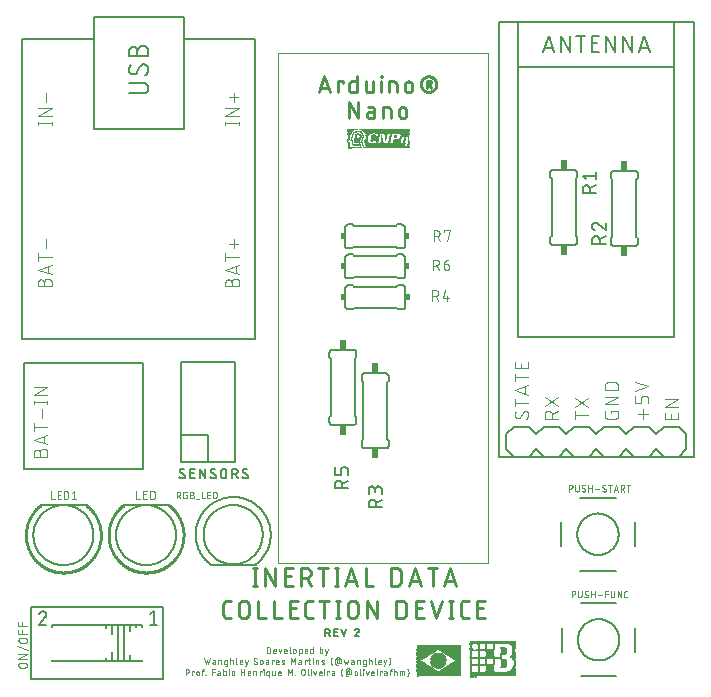
<source format=gbr>
G04 EAGLE Gerber RS-274X export*
G75*
%MOMM*%
%FSLAX34Y34*%
%LPD*%
%INSilkscreen Top*%
%IPPOS*%
%AMOC8*
5,1,8,0,0,1.08239X$1,22.5*%
G01*
%ADD10R,3.683000X0.001269*%
%ADD11R,1.838956X0.001269*%
%ADD12R,0.002538X0.001269*%
%ADD13R,1.840225X0.001269*%
%ADD14R,1.840231X0.001269*%
%ADD15R,1.836419X0.001269*%
%ADD16R,1.835150X0.001269*%
%ADD17R,1.831338X0.001269*%
%ADD18R,0.001269X0.001269*%
%ADD19R,1.832606X0.001269*%
%ADD20R,1.830069X0.001269*%
%ADD21R,1.827525X0.001269*%
%ADD22R,1.827531X0.001269*%
%ADD23R,1.823719X0.001269*%
%ADD24R,1.822450X0.001269*%
%ADD25R,1.818638X0.001269*%
%ADD26R,1.817369X0.001269*%
%ADD27R,1.816100X0.001269*%
%ADD28R,1.813556X0.001269*%
%ADD29R,1.809750X0.001269*%
%ADD30R,1.807206X0.001269*%
%ADD31R,1.808475X0.001269*%
%ADD32R,1.804669X0.001269*%
%ADD33R,1.805938X0.001269*%
%ADD34R,1.803400X0.001269*%
%ADD35R,1.799588X0.001269*%
%ADD36R,1.798319X0.001269*%
%ADD37R,1.797050X0.001269*%
%ADD38R,1.793238X0.001269*%
%ADD39R,1.794506X0.001269*%
%ADD40R,1.790700X0.001269*%
%ADD41R,1.789425X0.001269*%
%ADD42R,1.789431X0.001269*%
%ADD43R,1.785619X0.001269*%
%ADD44R,1.786888X0.001269*%
%ADD45R,1.784350X0.001269*%
%ADD46R,1.781806X0.001269*%
%ADD47R,1.778000X0.001269*%
%ADD48R,1.774188X0.001269*%
%ADD49R,1.772919X0.001269*%
%ADD50R,1.775456X0.001269*%
%ADD51R,1.771650X0.001269*%
%ADD52R,1.770375X0.001269*%
%ADD53R,1.770381X0.001269*%
%ADD54R,1.766569X0.001269*%
%ADD55R,1.767838X0.001269*%
%ADD56R,1.761488X0.001269*%
%ADD57R,1.762756X0.001269*%
%ADD58R,1.758950X0.001269*%
%ADD59R,1.757675X0.001269*%
%ADD60R,1.757681X0.001269*%
%ADD61R,1.753869X0.001269*%
%ADD62R,1.752600X0.001269*%
%ADD63R,1.748788X0.001269*%
%ADD64R,1.747519X0.001269*%
%ADD65R,1.746250X0.001269*%
%ADD66R,1.742438X0.001269*%
%ADD67R,1.739900X0.001269*%
%ADD68R,1.741169X0.001269*%
%ADD69R,1.738625X0.001269*%
%ADD70R,1.738631X0.001269*%
%ADD71R,1.736088X0.001269*%
%ADD72R,1.732275X0.001269*%
%ADD73R,1.732281X0.001269*%
%ADD74R,1.729738X0.001269*%
%ADD75R,1.728469X0.001269*%
%ADD76R,1.727200X0.001269*%
%ADD77R,1.723388X0.001269*%
%ADD78R,1.722119X0.001269*%
%ADD79R,1.720850X0.001269*%
%ADD80R,1.719575X0.001269*%
%ADD81R,1.719581X0.001269*%
%ADD82R,1.715769X0.001269*%
%ADD83R,1.717037X0.001269*%
%ADD84R,1.714500X0.001269*%
%ADD85R,1.711956X0.001269*%
%ADD86R,1.708150X0.001269*%
%ADD87R,1.709419X0.001269*%
%ADD88R,1.703069X0.001269*%
%ADD89R,1.704338X0.001269*%
%ADD90R,1.700525X0.001269*%
%ADD91R,1.700531X0.001269*%
%ADD92R,1.696719X0.001269*%
%ADD93R,1.694175X0.001269*%
%ADD94R,1.694181X0.001269*%
%ADD95R,1.691638X0.001269*%
%ADD96R,1.692906X0.001269*%
%ADD97R,1.689100X0.001269*%
%ADD98R,1.687825X0.001269*%
%ADD99R,1.687831X0.001269*%
%ADD100R,1.684019X0.001269*%
%ADD101R,1.682750X0.001269*%
%ADD102R,1.685288X0.001269*%
%ADD103R,1.680206X0.001269*%
%ADD104R,1.676400X0.001269*%
%ADD105R,1.675125X0.001269*%
%ADD106R,1.675131X0.001269*%
%ADD107R,1.672588X0.001269*%
%ADD108R,1.670050X0.001269*%
%ADD109R,1.668775X0.001269*%
%ADD110R,1.668781X0.001269*%
%ADD111R,1.666238X0.001269*%
%ADD112R,1.662425X0.001269*%
%ADD113R,1.662431X0.001269*%
%ADD114R,1.659888X0.001269*%
%ADD115R,1.661156X0.001269*%
%ADD116R,1.656075X0.001269*%
%ADD117R,1.656081X0.001269*%
%ADD118R,1.652269X0.001269*%
%ADD119R,1.651000X0.001269*%
%ADD120R,1.645919X0.001269*%
%ADD121R,1.647188X0.001269*%
%ADD122R,1.643375X0.001269*%
%ADD123R,1.643381X0.001269*%
%ADD124R,1.642106X0.001269*%
%ADD125R,1.638300X0.001269*%
%ADD126R,1.639569X0.001269*%
%ADD127R,1.637025X0.001269*%
%ADD128R,1.637031X0.001269*%
%ADD129R,1.634488X0.001269*%
%ADD130R,1.630675X0.001269*%
%ADD131R,1.630681X0.001269*%
%ADD132R,1.631950X0.001269*%
%ADD133R,1.626869X0.001269*%
%ADD134R,1.628138X0.001269*%
%ADD135R,1.624325X0.001269*%
%ADD136R,1.624331X0.001269*%
%ADD137R,1.623056X0.001269*%
%ADD138R,1.619250X0.001269*%
%ADD139R,1.616706X0.001269*%
%ADD140R,1.614169X0.001269*%
%ADD141R,1.612900X0.001269*%
%ADD142R,1.615438X0.001269*%
%ADD143R,1.611625X0.001269*%
%ADD144R,1.611631X0.001269*%
%ADD145R,1.610356X0.001269*%
%ADD146R,1.606550X0.001269*%
%ADD147R,1.605275X0.001269*%
%ADD148R,1.605281X0.001269*%
%ADD149R,1.600200X0.001269*%
%ADD150R,1.598925X0.001269*%
%ADD151R,1.598931X0.001269*%
%ADD152R,1.595119X0.001269*%
%ADD153R,1.592575X0.001269*%
%ADD154R,1.592581X0.001269*%
%ADD155R,1.593850X0.001269*%
%ADD156R,1.591306X0.001269*%
%ADD157R,1.590037X0.001269*%
%ADD158R,1.588769X0.001269*%
%ADD159R,1.584956X0.001269*%
%ADD160R,1.582419X0.001269*%
%ADD161R,1.581150X0.001269*%
%ADD162R,1.579875X0.001269*%
%ADD163R,1.576069X0.001269*%
%ADD164R,1.574800X0.001269*%
%ADD165R,1.573525X0.001269*%
%ADD166R,1.573531X0.001269*%
%ADD167R,1.572256X0.001269*%
%ADD168R,1.568450X0.001269*%
%ADD169R,1.569719X0.001269*%
%ADD170R,1.567175X0.001269*%
%ADD171R,1.567181X0.001269*%
%ADD172R,1.564638X0.001269*%
%ADD173R,1.560825X0.001269*%
%ADD174R,1.560831X0.001269*%
%ADD175R,1.559556X0.001269*%
%ADD176R,1.557019X0.001269*%
%ADD177R,1.558288X0.001269*%
%ADD178R,1.553206X0.001269*%
%ADD179R,1.549400X0.001269*%
%ADD180R,1.546856X0.001269*%
%ADD181R,1.544319X0.001269*%
%ADD182R,1.545588X0.001269*%
%ADD183R,1.541775X0.001269*%
%ADD184R,1.541781X0.001269*%
%ADD185R,1.540506X0.001269*%
%ADD186R,1.536700X0.001269*%
%ADD187R,1.535425X0.001269*%
%ADD188R,1.535431X0.001269*%
%ADD189R,1.534156X0.001269*%
%ADD190R,1.529075X0.001269*%
%ADD191R,1.529081X0.001269*%
%ADD192R,1.527806X0.001269*%
%ADD193R,1.525269X0.001269*%
%ADD194R,1.522725X0.001269*%
%ADD195R,1.522731X0.001269*%
%ADD196R,1.524000X0.001269*%
%ADD197R,1.521456X0.001269*%
%ADD198R,1.520188X0.001269*%
%ADD199R,1.518919X0.001269*%
%ADD200R,1.515106X0.001269*%
%ADD201R,1.516375X0.001269*%
%ADD202R,1.516381X0.001269*%
%ADD203R,1.511300X0.001269*%
%ADD204R,1.512569X0.001269*%
%ADD205R,1.508756X0.001269*%
%ADD206R,1.504950X0.001269*%
%ADD207R,1.503675X0.001269*%
%ADD208R,1.503681X0.001269*%
%ADD209R,1.498600X0.001269*%
%ADD210R,1.499869X0.001269*%
%ADD211R,1.496056X0.001269*%
%ADD212R,1.494788X0.001269*%
%ADD213R,1.490975X0.001269*%
%ADD214R,1.490981X0.001269*%
%ADD215R,1.489706X0.001269*%
%ADD216R,1.488438X0.001269*%
%ADD217R,1.483356X0.001269*%
%ADD218R,1.484625X0.001269*%
%ADD219R,1.484631X0.001269*%
%ADD220R,1.479550X0.001269*%
%ADD221R,1.480819X0.001269*%
%ADD222R,1.478275X0.001269*%
%ADD223R,1.478281X0.001269*%
%ADD224R,1.475738X0.001269*%
%ADD225R,1.471925X0.001269*%
%ADD226R,1.471931X0.001269*%
%ADD227R,1.469388X0.001269*%
%ADD228R,1.466850X0.001269*%
%ADD229R,1.465575X0.001269*%
%ADD230R,1.465581X0.001269*%
%ADD231R,1.464306X0.001269*%
%ADD232R,1.463037X0.001269*%
%ADD233R,1.459225X0.001269*%
%ADD234R,1.459231X0.001269*%
%ADD235R,1.457956X0.001269*%
%ADD236R,1.452875X0.001269*%
%ADD237R,1.452881X0.001269*%
%ADD238R,1.454150X0.001269*%
%ADD239R,1.451606X0.001269*%
%ADD240R,1.447800X0.001269*%
%ADD241R,1.445256X0.001269*%
%ADD242R,1.446525X0.001269*%
%ADD243R,1.446531X0.001269*%
%ADD244R,1.441450X0.001269*%
%ADD245R,1.443987X0.001269*%
%ADD246R,1.442719X0.001269*%
%ADD247R,1.437638X0.001269*%
%ADD248R,1.435100X0.001269*%
%ADD249R,1.433825X0.001269*%
%ADD250R,1.433831X0.001269*%
%ADD251R,1.432556X0.001269*%
%ADD252R,1.430019X0.001269*%
%ADD253R,1.426206X0.001269*%
%ADD254R,1.424937X0.001269*%
%ADD255R,1.421125X0.001269*%
%ADD256R,1.421131X0.001269*%
%ADD257R,1.419856X0.001269*%
%ADD258R,1.418588X0.001269*%
%ADD259R,1.413506X0.001269*%
%ADD260R,1.412238X0.001269*%
%ADD261R,1.409700X0.001269*%
%ADD262R,1.410969X0.001269*%
%ADD263R,1.405887X0.001269*%
%ADD264R,1.402075X0.001269*%
%ADD265R,1.402081X0.001269*%
%ADD266R,1.399538X0.001269*%
%ADD267R,1.400806X0.001269*%
%ADD268R,1.395725X0.001269*%
%ADD269R,1.398269X0.001269*%
%ADD270R,1.394456X0.001269*%
%ADD271R,1.393188X0.001269*%
%ADD272R,1.389375X0.001269*%
%ADD273R,1.389381X0.001269*%
%ADD274R,1.388106X0.001269*%
%ADD275R,1.386838X0.001269*%
%ADD276R,1.381756X0.001269*%
%ADD277R,1.380488X0.001269*%
%ADD278R,1.377950X0.001269*%
%ADD279R,1.375406X0.001269*%
%ADD280R,1.376675X0.001269*%
%ADD281R,1.376681X0.001269*%
%ADD282R,1.374138X0.001269*%
%ADD283R,1.372869X0.001269*%
%ADD284R,1.367788X0.001269*%
%ADD285R,1.369056X0.001269*%
%ADD286R,1.363975X0.001269*%
%ADD287R,1.363981X0.001269*%
%ADD288R,1.365250X0.001269*%
%ADD289R,1.362706X0.001269*%
%ADD290R,1.357625X0.001269*%
%ADD291R,1.357631X0.001269*%
%ADD292R,1.356356X0.001269*%
%ADD293R,1.351275X0.001269*%
%ADD294R,1.351281X0.001269*%
%ADD295R,1.352550X0.001269*%
%ADD296R,1.348738X0.001269*%
%ADD297R,1.347469X0.001269*%
%ADD298R,1.343656X0.001269*%
%ADD299R,1.342388X0.001269*%
%ADD300R,1.341119X0.001269*%
%ADD301R,1.336037X0.001269*%
%ADD302R,1.337306X0.001269*%
%ADD303R,1.332225X0.001269*%
%ADD304R,1.332231X0.001269*%
%ADD305R,1.333500X0.001269*%
%ADD306R,1.330956X0.001269*%
%ADD307R,1.328419X0.001269*%
%ADD308R,1.324606X0.001269*%
%ADD309R,1.322069X0.001269*%
%ADD310R,1.319525X0.001269*%
%ADD311R,1.319531X0.001269*%
%ADD312R,1.318256X0.001269*%
%ADD313R,1.316987X0.001269*%
%ADD314R,0.055881X0.001269*%
%ADD315R,0.011431X0.001269*%
%ADD316R,0.086356X0.001269*%
%ADD317R,0.012700X0.001269*%
%ADD318R,1.311906X0.001269*%
%ADD319R,0.011425X0.001269*%
%ADD320R,0.110488X0.001269*%
%ADD321R,0.010156X0.001269*%
%ADD322R,1.310638X0.001269*%
%ADD323R,0.152400X0.001269*%
%ADD324R,0.180338X0.001269*%
%ADD325R,1.305556X0.001269*%
%ADD326R,0.007619X0.001269*%
%ADD327R,0.186688X0.001269*%
%ADD328R,1.306825X0.001269*%
%ADD329R,0.207013X0.001269*%
%ADD330R,1.306831X0.001269*%
%ADD331R,1.303019X0.001269*%
%ADD332R,0.218438X0.001269*%
%ADD333R,1.300475X0.001269*%
%ADD334R,0.005081X0.001269*%
%ADD335R,0.233681X0.001269*%
%ADD336R,1.300481X0.001269*%
%ADD337R,1.297937X0.001269*%
%ADD338R,0.251456X0.001269*%
%ADD339R,1.299206X0.001269*%
%ADD340R,0.259081X0.001269*%
%ADD341R,1.294125X0.001269*%
%ADD342R,0.265431X0.001269*%
%ADD343R,1.294131X0.001269*%
%ADD344R,1.295400X0.001269*%
%ADD345R,0.005075X0.001269*%
%ADD346R,0.274319X0.001269*%
%ADD347R,1.291588X0.001269*%
%ADD348R,0.294637X0.001269*%
%ADD349R,1.290319X0.001269*%
%ADD350R,0.003806X0.001269*%
%ADD351R,0.299719X0.001269*%
%ADD352R,0.003813X0.001269*%
%ADD353R,1.287781X0.001269*%
%ADD354R,1.286506X0.001269*%
%ADD355R,0.307338X0.001269*%
%ADD356R,1.287775X0.001269*%
%ADD357R,0.314956X0.001269*%
%ADD358R,1.285238X0.001269*%
%ADD359R,0.330200X0.001269*%
%ADD360R,1.282700X0.001269*%
%ADD361R,0.337819X0.001269*%
%ADD362R,1.278887X0.001269*%
%ADD363R,0.353056X0.001269*%
%ADD364R,1.277619X0.001269*%
%ADD365R,0.367031X0.001269*%
%ADD366R,1.273806X0.001269*%
%ADD367R,0.364488X0.001269*%
%ADD368R,1.272538X0.001269*%
%ADD369R,0.370838X0.001269*%
%ADD370R,1.271269X0.001269*%
%ADD371R,0.386081X0.001269*%
%ADD372R,0.389887X0.001269*%
%ADD373R,1.266188X0.001269*%
%ADD374R,0.396238X0.001269*%
%ADD375R,1.264919X0.001269*%
%ADD376R,0.411481X0.001269*%
%ADD377R,1.262375X0.001269*%
%ADD378R,0.414019X0.001269*%
%ADD379R,1.262381X0.001269*%
%ADD380R,1.263650X0.001269*%
%ADD381R,0.419100X0.001269*%
%ADD382R,1.261106X0.001269*%
%ADD383R,0.431800X0.001269*%
%ADD384R,1.258569X0.001269*%
%ADD385R,0.434338X0.001269*%
%ADD386R,1.254756X0.001269*%
%ADD387R,0.449581X0.001269*%
%ADD388R,1.252219X0.001269*%
%ADD389R,0.445769X0.001269*%
%ADD390R,1.253488X0.001269*%
%ADD391R,0.464819X0.001269*%
%ADD392R,1.248406X0.001269*%
%ADD393R,0.462281X0.001269*%
%ADD394R,1.247138X0.001269*%
%ADD395R,0.474981X0.001269*%
%ADD396R,0.477519X0.001269*%
%ADD397R,1.242056X0.001269*%
%ADD398R,0.483869X0.001269*%
%ADD399R,1.240788X0.001269*%
%ADD400R,0.485137X0.001269*%
%ADD401R,0.497838X0.001269*%
%ADD402R,1.239519X0.001269*%
%ADD403R,0.508000X0.001269*%
%ADD404R,1.234438X0.001269*%
%ADD405R,0.504188X0.001269*%
%ADD406R,1.233169X0.001269*%
%ADD407R,0.515619X0.001269*%
%ADD408R,1.230625X0.001269*%
%ADD409R,0.518156X0.001269*%
%ADD410R,1.230631X0.001269*%
%ADD411R,1.228087X0.001269*%
%ADD412R,0.528319X0.001269*%
%ADD413R,1.229356X0.001269*%
%ADD414R,0.525781X0.001269*%
%ADD415R,1.226819X0.001269*%
%ADD416R,0.533400X0.001269*%
%ADD417R,1.225550X0.001269*%
%ADD418R,0.542288X0.001269*%
%ADD419R,1.220469X0.001269*%
%ADD420R,0.543556X0.001269*%
%ADD421R,1.221738X0.001269*%
%ADD422R,0.551181X0.001269*%
%ADD423R,1.216656X0.001269*%
%ADD424R,0.561338X0.001269*%
%ADD425R,1.217925X0.001269*%
%ADD426R,0.558800X0.001269*%
%ADD427R,1.217931X0.001269*%
%ADD428R,1.214119X0.001269*%
%ADD429R,0.568956X0.001269*%
%ADD430R,1.212850X0.001269*%
%ADD431R,0.571500X0.001269*%
%ADD432R,1.209037X0.001269*%
%ADD433R,0.574037X0.001269*%
%ADD434R,1.210306X0.001269*%
%ADD435R,0.584200X0.001269*%
%ADD436R,1.203956X0.001269*%
%ADD437R,0.586738X0.001269*%
%ADD438R,1.205225X0.001269*%
%ADD439R,0.589281X0.001269*%
%ADD440R,1.205231X0.001269*%
%ADD441R,1.201419X0.001269*%
%ADD442R,0.594356X0.001269*%
%ADD443R,0.601981X0.001269*%
%ADD444R,1.196338X0.001269*%
%ADD445R,0.612138X0.001269*%
%ADD446R,1.195069X0.001269*%
%ADD447R,0.609600X0.001269*%
%ADD448R,0.614681X0.001269*%
%ADD449R,1.193800X0.001269*%
%ADD450R,0.619756X0.001269*%
%ADD451R,1.189987X0.001269*%
%ADD452R,0.622300X0.001269*%
%ADD453R,1.191256X0.001269*%
%ADD454R,0.635000X0.001269*%
%ADD455R,1.184906X0.001269*%
%ADD456R,0.632456X0.001269*%
%ADD457R,1.186175X0.001269*%
%ADD458R,0.642619X0.001269*%
%ADD459R,1.186181X0.001269*%
%ADD460R,1.183638X0.001269*%
%ADD461R,0.645156X0.001269*%
%ADD462R,1.181100X0.001269*%
%ADD463R,0.652781X0.001269*%
%ADD464R,1.177288X0.001269*%
%ADD465R,0.650238X0.001269*%
%ADD466R,1.178556X0.001269*%
%ADD467R,0.657856X0.001269*%
%ADD468R,1.174750X0.001269*%
%ADD469R,1.172206X0.001269*%
%ADD470R,0.660400X0.001269*%
%ADD471R,1.170937X0.001269*%
%ADD472R,0.662938X0.001269*%
%ADD473R,1.169669X0.001269*%
%ADD474R,0.665481X0.001269*%
%ADD475R,0.678181X0.001269*%
%ADD476R,1.167125X0.001269*%
%ADD477R,0.675638X0.001269*%
%ADD478R,1.164588X0.001269*%
%ADD479R,1.163319X0.001269*%
%ADD480R,0.683256X0.001269*%
%ADD481R,0.690881X0.001269*%
%ADD482R,1.162050X0.001269*%
%ADD483R,1.158238X0.001269*%
%ADD484R,0.688338X0.001269*%
%ADD485R,1.159506X0.001269*%
%ADD486R,1.155700X0.001269*%
%ADD487R,0.698500X0.001269*%
%ADD488R,1.153156X0.001269*%
%ADD489R,0.701037X0.001269*%
%ADD490R,1.150619X0.001269*%
%ADD491R,0.708656X0.001269*%
%ADD492R,1.151887X0.001269*%
%ADD493R,0.706119X0.001269*%
%ADD494R,1.146806X0.001269*%
%ADD495R,0.716281X0.001269*%
%ADD496R,1.148075X0.001269*%
%ADD497R,0.713738X0.001269*%
%ADD498R,1.148081X0.001269*%
%ADD499R,1.144269X0.001269*%
%ADD500R,0.721356X0.001269*%
%ADD501R,1.143000X0.001269*%
%ADD502R,0.723900X0.001269*%
%ADD503R,1.139188X0.001269*%
%ADD504R,0.726438X0.001269*%
%ADD505R,1.140456X0.001269*%
%ADD506R,0.728981X0.001269*%
%ADD507R,1.137919X0.001269*%
%ADD508R,0.739138X0.001269*%
%ADD509R,1.135375X0.001269*%
%ADD510R,0.736600X0.001269*%
%ADD511R,1.135381X0.001269*%
%ADD512R,1.131569X0.001269*%
%ADD513R,1.132838X0.001269*%
%ADD514R,0.746756X0.001269*%
%ADD515R,1.126488X0.001269*%
%ADD516R,0.749300X0.001269*%
%ADD517R,1.125219X0.001269*%
%ADD518R,0.756919X0.001269*%
%ADD519R,1.123950X0.001269*%
%ADD520R,0.759456X0.001269*%
%ADD521R,1.118869X0.001269*%
%ADD522R,0.764538X0.001269*%
%ADD523R,1.117600X0.001269*%
%ADD524R,1.115056X0.001269*%
%ADD525R,0.774700X0.001269*%
%ADD526R,1.116325X0.001269*%
%ADD527R,0.772156X0.001269*%
%ADD528R,1.116331X0.001269*%
%ADD529R,1.113788X0.001269*%
%ADD530R,1.111250X0.001269*%
%ADD531R,0.779781X0.001269*%
%ADD532R,1.107438X0.001269*%
%ADD533R,0.782319X0.001269*%
%ADD534R,1.104900X0.001269*%
%ADD535R,0.789938X0.001269*%
%ADD536R,1.106169X0.001269*%
%ADD537R,1.101087X0.001269*%
%ADD538R,0.792481X0.001269*%
%ADD539R,1.099819X0.001269*%
%ADD540R,0.795019X0.001269*%
%ADD541R,1.098550X0.001269*%
%ADD542R,0.802638X0.001269*%
%ADD543R,1.097275X0.001269*%
%ADD544R,0.807719X0.001269*%
%ADD545R,1.094738X0.001269*%
%ADD546R,1.093469X0.001269*%
%ADD547R,0.805181X0.001269*%
%ADD548R,1.092200X0.001269*%
%ADD549R,0.810256X0.001269*%
%ADD550R,1.089656X0.001269*%
%ADD551R,0.815338X0.001269*%
%ADD552R,1.085850X0.001269*%
%ADD553R,0.820419X0.001269*%
%ADD554R,1.087119X0.001269*%
%ADD555R,1.080769X0.001269*%
%ADD556R,0.822956X0.001269*%
%ADD557R,1.082037X0.001269*%
%ADD558R,0.830581X0.001269*%
%ADD559R,1.079500X0.001269*%
%ADD560R,1.078225X0.001269*%
%ADD561R,0.833119X0.001269*%
%ADD562R,1.078231X0.001269*%
%ADD563R,1.074419X0.001269*%
%ADD564R,0.840738X0.001269*%
%ADD565R,1.073150X0.001269*%
%ADD566R,1.075688X0.001269*%
%ADD567R,0.843281X0.001269*%
%ADD568R,1.069338X0.001269*%
%ADD569R,0.845819X0.001269*%
%ADD570R,1.070606X0.001269*%
%ADD571R,1.066800X0.001269*%
%ADD572R,0.850900X0.001269*%
%ADD573R,1.065525X0.001269*%
%ADD574R,0.853438X0.001269*%
%ADD575R,1.065531X0.001269*%
%ADD576R,1.061719X0.001269*%
%ADD577R,0.858519X0.001269*%
%ADD578R,1.062987X0.001269*%
%ADD579R,1.060450X0.001269*%
%ADD580R,0.863600X0.001269*%
%ADD581R,1.056638X0.001269*%
%ADD582R,1.057906X0.001269*%
%ADD583R,0.861056X0.001269*%
%ADD584R,1.054100X0.001269*%
%ADD585R,1.055369X0.001269*%
%ADD586R,0.871219X0.001269*%
%ADD587R,1.052825X0.001269*%
%ADD588R,0.868681X0.001269*%
%ADD589R,1.049019X0.001269*%
%ADD590R,1.047750X0.001269*%
%ADD591R,0.881381X0.001269*%
%ADD592R,1.046475X0.001269*%
%ADD593R,0.878838X0.001269*%
%ADD594R,1.046481X0.001269*%
%ADD595R,1.042669X0.001269*%
%ADD596R,1.040125X0.001269*%
%ADD597R,0.889000X0.001269*%
%ADD598R,1.040131X0.001269*%
%ADD599R,1.037588X0.001269*%
%ADD600R,0.886456X0.001269*%
%ADD601R,1.038856X0.001269*%
%ADD602R,1.036319X0.001269*%
%ADD603R,0.896619X0.001269*%
%ADD604R,1.033775X0.001269*%
%ADD605R,0.894081X0.001269*%
%ADD606R,1.033781X0.001269*%
%ADD607R,1.029969X0.001269*%
%ADD608R,1.028700X0.001269*%
%ADD609R,0.904238X0.001269*%
%ADD610R,1.027425X0.001269*%
%ADD611R,0.901700X0.001269*%
%ADD612R,1.024887X0.001269*%
%ADD613R,1.023619X0.001269*%
%ADD614R,1.022350X0.001269*%
%ADD615R,0.906781X0.001269*%
%ADD616R,0.909319X0.001269*%
%ADD617R,1.019806X0.001269*%
%ADD618R,0.911856X0.001269*%
%ADD619R,1.016000X0.001269*%
%ADD620R,0.914400X0.001269*%
%ADD621R,1.017269X0.001269*%
%ADD622R,0.922019X0.001269*%
%ADD623R,1.014725X0.001269*%
%ADD624R,0.919481X0.001269*%
%ADD625R,1.010919X0.001269*%
%ADD626R,1.012188X0.001269*%
%ADD627R,1.008375X0.001269*%
%ADD628R,0.929638X0.001269*%
%ADD629R,1.008381X0.001269*%
%ADD630R,1.005837X0.001269*%
%ADD631R,0.927100X0.001269*%
%ADD632R,1.004569X0.001269*%
%ADD633R,1.003300X0.001269*%
%ADD634R,0.937256X0.001269*%
%ADD635R,0.999488X0.001269*%
%ADD636R,0.934719X0.001269*%
%ADD637R,1.000756X0.001269*%
%ADD638R,0.996950X0.001269*%
%ADD639R,0.942338X0.001269*%
%ADD640R,0.995675X0.001269*%
%ADD641R,0.944881X0.001269*%
%ADD642R,0.995681X0.001269*%
%ADD643R,0.991869X0.001269*%
%ADD644R,0.993138X0.001269*%
%ADD645R,0.990600X0.001269*%
%ADD646R,0.952500X0.001269*%
%ADD647R,0.988056X0.001269*%
%ADD648R,0.949956X0.001269*%
%ADD649R,0.984250X0.001269*%
%ADD650R,0.982975X0.001269*%
%ADD651R,0.960119X0.001269*%
%ADD652R,0.982981X0.001269*%
%ADD653R,0.979169X0.001269*%
%ADD654R,0.957581X0.001269*%
%ADD655R,0.977900X0.001269*%
%ADD656R,0.963931X0.001269*%
%ADD657R,0.976625X0.001269*%
%ADD658R,0.965200X0.001269*%
%ADD659R,0.976631X0.001269*%
%ADD660R,0.967738X0.001269*%
%ADD661R,0.972819X0.001269*%
%ADD662R,0.970281X0.001269*%
%ADD663R,0.970275X0.001269*%
%ADD664R,0.975356X0.001269*%
%ADD665R,0.969006X0.001269*%
%ADD666R,0.966469X0.001269*%
%ADD667R,0.963925X0.001269*%
%ADD668R,0.980438X0.001269*%
%ADD669R,0.958850X0.001269*%
%ADD670R,0.985519X0.001269*%
%ADD671R,0.961388X0.001269*%
%ADD672R,0.953769X0.001269*%
%ADD673R,0.951225X0.001269*%
%ADD674R,0.951231X0.001269*%
%ADD675R,0.946150X0.001269*%
%ADD676R,0.998219X0.001269*%
%ADD677R,0.947419X0.001269*%
%ADD678R,0.944875X0.001269*%
%ADD679R,0.938525X0.001269*%
%ADD680R,0.938531X0.001269*%
%ADD681R,0.939800X0.001269*%
%ADD682R,0.933450X0.001269*%
%ADD683R,0.935988X0.001269*%
%ADD684R,0.932175X0.001269*%
%ADD685R,0.932181X0.001269*%
%ADD686R,0.930906X0.001269*%
%ADD687R,1.013456X0.001269*%
%ADD688R,1.018538X0.001269*%
%ADD689R,0.928369X0.001269*%
%ADD690R,1.021081X0.001269*%
%ADD691R,0.923288X0.001269*%
%ADD692R,0.919475X0.001269*%
%ADD693R,1.026156X0.001269*%
%ADD694R,0.918206X0.001269*%
%ADD695R,0.913125X0.001269*%
%ADD696R,1.031238X0.001269*%
%ADD697R,0.915669X0.001269*%
%ADD698R,0.913131X0.001269*%
%ADD699R,0.910587X0.001269*%
%ADD700R,0.906775X0.001269*%
%ADD701R,0.908050X0.001269*%
%ADD702R,0.902969X0.001269*%
%ADD703R,1.041400X0.001269*%
%ADD704R,0.900425X0.001269*%
%ADD705R,1.043937X0.001269*%
%ADD706R,0.900431X0.001269*%
%ADD707R,0.899156X0.001269*%
%ADD708R,0.895350X0.001269*%
%ADD709R,0.892806X0.001269*%
%ADD710R,1.051556X0.001269*%
%ADD711R,0.890269X0.001269*%
%ADD712R,0.891538X0.001269*%
%ADD713R,0.882650X0.001269*%
%ADD714R,1.059181X0.001269*%
%ADD715R,0.881375X0.001269*%
%ADD716R,0.880106X0.001269*%
%ADD717R,0.876300X0.001269*%
%ADD718R,0.877569X0.001269*%
%ADD719R,1.064256X0.001269*%
%ADD720R,0.875031X0.001269*%
%ADD721R,0.875025X0.001269*%
%ADD722R,0.872488X0.001269*%
%ADD723R,0.868675X0.001269*%
%ADD724R,0.869950X0.001269*%
%ADD725R,1.071881X0.001269*%
%ADD726R,0.867406X0.001269*%
%ADD727R,0.864869X0.001269*%
%ADD728R,1.076956X0.001269*%
%ADD729R,0.857250X0.001269*%
%ADD730R,0.854706X0.001269*%
%ADD731R,1.084581X0.001269*%
%ADD732R,0.852169X0.001269*%
%ADD733R,0.849625X0.001269*%
%ADD734R,0.849631X0.001269*%
%ADD735R,0.848356X0.001269*%
%ADD736R,0.844550X0.001269*%
%ADD737R,0.843275X0.001269*%
%ADD738R,0.836925X0.001269*%
%ADD739R,1.097281X0.001269*%
%ADD740R,0.836931X0.001269*%
%ADD741R,0.835656X0.001269*%
%ADD742R,0.830575X0.001269*%
%ADD743R,0.829306X0.001269*%
%ADD744R,1.102356X0.001269*%
%ADD745R,0.825500X0.001269*%
%ADD746R,0.824225X0.001269*%
%ADD747R,1.109981X0.001269*%
%ADD748R,0.824231X0.001269*%
%ADD749R,0.821688X0.001269*%
%ADD750R,1.112519X0.001269*%
%ADD751R,0.819150X0.001269*%
%ADD752R,0.816606X0.001269*%
%ADD753R,0.812800X0.001269*%
%ADD754R,0.811525X0.001269*%
%ADD755R,0.811531X0.001269*%
%ADD756R,1.120138X0.001269*%
%ADD757R,0.806450X0.001269*%
%ADD758R,0.805175X0.001269*%
%ADD759R,0.803906X0.001269*%
%ADD760R,1.122681X0.001269*%
%ADD761R,0.798825X0.001269*%
%ADD762R,0.798831X0.001269*%
%ADD763R,0.800100X0.001269*%
%ADD764R,0.797556X0.001269*%
%ADD765R,0.796288X0.001269*%
%ADD766R,1.130300X0.001269*%
%ADD767R,0.791206X0.001269*%
%ADD768R,1.127756X0.001269*%
%ADD769R,0.792475X0.001269*%
%ADD770R,0.787400X0.001269*%
%ADD771R,0.788669X0.001269*%
%ADD772R,0.786125X0.001269*%
%ADD773R,0.783587X0.001269*%
%ADD774R,0.779775X0.001269*%
%ADD775R,0.781050X0.001269*%
%ADD776R,0.775969X0.001269*%
%ADD777R,0.770888X0.001269*%
%ADD778R,0.767075X0.001269*%
%ADD779R,1.145538X0.001269*%
%ADD780R,0.767081X0.001269*%
%ADD781R,0.765806X0.001269*%
%ADD782R,0.760725X0.001269*%
%ADD783R,0.760731X0.001269*%
%ADD784R,0.755650X0.001269*%
%ADD785R,0.753106X0.001269*%
%ADD786R,0.754375X0.001269*%
%ADD787R,0.754381X0.001269*%
%ADD788R,0.751838X0.001269*%
%ADD789R,0.748025X0.001269*%
%ADD790R,0.748031X0.001269*%
%ADD791R,0.745488X0.001269*%
%ADD792R,1.160781X0.001269*%
%ADD793R,0.742950X0.001269*%
%ADD794R,0.741675X0.001269*%
%ADD795R,0.741681X0.001269*%
%ADD796R,1.165856X0.001269*%
%ADD797R,0.735325X0.001269*%
%ADD798R,0.735331X0.001269*%
%ADD799R,0.734056X0.001269*%
%ADD800R,1.168400X0.001269*%
%ADD801R,0.732788X0.001269*%
%ADD802R,0.728975X0.001269*%
%ADD803R,0.730250X0.001269*%
%ADD804R,1.173481X0.001269*%
%ADD805R,0.725169X0.001269*%
%ADD806R,0.722625X0.001269*%
%ADD807R,0.722631X0.001269*%
%ADD808R,0.717550X0.001269*%
%ADD809R,0.720087X0.001269*%
%ADD810R,0.718819X0.001269*%
%ADD811R,1.176019X0.001269*%
%ADD812R,0.709925X0.001269*%
%ADD813R,0.709931X0.001269*%
%ADD814R,0.711200X0.001269*%
%ADD815R,0.702306X0.001269*%
%ADD816R,0.697225X0.001269*%
%ADD817R,1.188719X0.001269*%
%ADD818R,0.697231X0.001269*%
%ADD819R,0.695956X0.001269*%
%ADD820R,0.694688X0.001269*%
%ADD821R,0.693419X0.001269*%
%ADD822R,0.689606X0.001269*%
%ADD823R,0.685800X0.001269*%
%ADD824R,0.681988X0.001269*%
%ADD825R,1.198881X0.001269*%
%ADD826R,0.678175X0.001269*%
%ADD827R,1.200150X0.001269*%
%ADD828R,0.676906X0.001269*%
%ADD829R,0.671825X0.001269*%
%ADD830R,0.674369X0.001269*%
%ADD831R,0.673100X0.001269*%
%ADD832R,0.671831X0.001269*%
%ADD833R,0.665475X0.001269*%
%ADD834R,0.664206X0.001269*%
%ADD835R,1.206500X0.001269*%
%ADD836R,0.659125X0.001269*%
%ADD837R,0.659131X0.001269*%
%ADD838R,0.656587X0.001269*%
%ADD839R,0.655319X0.001269*%
%ADD840R,1.211581X0.001269*%
%ADD841R,0.651506X0.001269*%
%ADD842R,0.652775X0.001269*%
%ADD843R,0.648969X0.001269*%
%ADD844R,0.643888X0.001269*%
%ADD845R,0.640075X0.001269*%
%ADD846R,0.640081X0.001269*%
%ADD847R,0.641350X0.001269*%
%ADD848R,0.638806X0.001269*%
%ADD849R,1.219200X0.001269*%
%ADD850R,0.636269X0.001269*%
%ADD851R,0.633725X0.001269*%
%ADD852R,0.633731X0.001269*%
%ADD853R,0.627375X0.001269*%
%ADD854R,0.627381X0.001269*%
%ADD855R,0.626106X0.001269*%
%ADD856R,0.624838X0.001269*%
%ADD857R,1.224281X0.001269*%
%ADD858R,0.623569X0.001269*%
%ADD859R,0.618488X0.001269*%
%ADD860R,0.617219X0.001269*%
%ADD861R,0.610869X0.001269*%
%ADD862R,0.608325X0.001269*%
%ADD863R,0.608331X0.001269*%
%ADD864R,0.605788X0.001269*%
%ADD865R,0.607056X0.001269*%
%ADD866R,1.224275X0.001269*%
%ADD867R,0.604519X0.001269*%
%ADD868R,0.600706X0.001269*%
%ADD869R,0.598169X0.001269*%
%ADD870R,0.595625X0.001269*%
%ADD871R,0.595631X0.001269*%
%ADD872R,0.593087X0.001269*%
%ADD873R,0.588006X0.001269*%
%ADD874R,0.585469X0.001269*%
%ADD875R,1.215388X0.001269*%
%ADD876R,0.581656X0.001269*%
%ADD877R,1.211575X0.001269*%
%ADD878R,0.582925X0.001269*%
%ADD879R,0.582931X0.001269*%
%ADD880R,0.579119X0.001269*%
%ADD881R,1.207769X0.001269*%
%ADD882R,0.577850X0.001269*%
%ADD883R,0.572769X0.001269*%
%ADD884R,0.570225X0.001269*%
%ADD885R,0.570231X0.001269*%
%ADD886R,0.566419X0.001269*%
%ADD887R,1.202688X0.001269*%
%ADD888R,0.562606X0.001269*%
%ADD889R,0.563875X0.001269*%
%ADD890R,0.563881X0.001269*%
%ADD891R,0.554988X0.001269*%
%ADD892R,0.556256X0.001269*%
%ADD893R,1.197606X0.001269*%
%ADD894R,0.549906X0.001269*%
%ADD895R,1.191263X0.001269*%
%ADD896R,0.548638X0.001269*%
%ADD897R,1.192525X0.001269*%
%ADD898R,0.547369X0.001269*%
%ADD899R,1.187450X0.001269*%
%ADD900R,0.541019X0.001269*%
%ADD901R,0.538475X0.001269*%
%ADD902R,0.538481X0.001269*%
%ADD903R,0.539750X0.001269*%
%ADD904R,0.535938X0.001269*%
%ADD905R,0.537206X0.001269*%
%ADD906R,0.534669X0.001269*%
%ADD907R,0.530856X0.001269*%
%ADD908R,1.182369X0.001269*%
%ADD909R,1.179825X0.001269*%
%ADD910R,0.529587X0.001269*%
%ADD911R,0.524506X0.001269*%
%ADD912R,0.525775X0.001269*%
%ADD913R,0.521969X0.001269*%
%ADD914R,0.516888X0.001269*%
%ADD915R,1.172213X0.001269*%
%ADD916R,1.167131X0.001269*%
%ADD917R,0.513075X0.001269*%
%ADD918R,0.510537X0.001269*%
%ADD919R,0.509269X0.001269*%
%ADD920R,0.505456X0.001269*%
%ADD921R,0.502919X0.001269*%
%ADD922R,0.501650X0.001269*%
%ADD923R,0.496569X0.001269*%
%ADD924R,1.156969X0.001269*%
%ADD925R,0.492756X0.001269*%
%ADD926R,1.154431X0.001269*%
%ADD927R,0.494025X0.001269*%
%ADD928R,0.494031X0.001269*%
%ADD929R,0.490219X0.001269*%
%ADD930R,0.488950X0.001269*%
%ADD931R,0.486406X0.001269*%
%ADD932R,0.480056X0.001269*%
%ADD933R,0.478788X0.001269*%
%ADD934R,0.472438X0.001269*%
%ADD935R,0.471169X0.001269*%
%ADD936R,1.141731X0.001269*%
%ADD937R,0.469900X0.001269*%
%ADD938R,0.467356X0.001269*%
%ADD939R,1.134113X0.001269*%
%ADD940R,0.463550X0.001269*%
%ADD941R,0.461006X0.001269*%
%ADD942R,1.129025X0.001269*%
%ADD943R,0.458469X0.001269*%
%ADD944R,1.129031X0.001269*%
%ADD945R,0.459738X0.001269*%
%ADD946R,0.454656X0.001269*%
%ADD947R,0.453387X0.001269*%
%ADD948R,0.450850X0.001269*%
%ADD949R,0.448306X0.001269*%
%ADD950R,0.447038X0.001269*%
%ADD951R,0.443225X0.001269*%
%ADD952R,0.006350X0.001269*%
%ADD953R,0.440688X0.001269*%
%ADD954R,0.439419X0.001269*%
%ADD955R,0.008887X0.001269*%
%ADD956R,0.435606X0.001269*%
%ADD957R,1.103625X0.001269*%
%ADD958R,0.013969X0.001269*%
%ADD959R,0.426719X0.001269*%
%ADD960R,0.016506X0.001269*%
%ADD961R,0.425450X0.001269*%
%ADD962R,1.103631X0.001269*%
%ADD963R,0.019050X0.001269*%
%ADD964R,0.422906X0.001269*%
%ADD965R,0.424175X0.001269*%
%ADD966R,0.022856X0.001269*%
%ADD967R,0.424181X0.001269*%
%ADD968R,0.420369X0.001269*%
%ADD969R,1.096006X0.001269*%
%ADD970R,0.024125X0.001269*%
%ADD971R,0.415288X0.001269*%
%ADD972R,0.027938X0.001269*%
%ADD973R,0.416556X0.001269*%
%ADD974R,0.030481X0.001269*%
%ADD975R,0.411475X0.001269*%
%ADD976R,0.031750X0.001269*%
%ADD977R,0.407669X0.001269*%
%ADD978R,0.033019X0.001269*%
%ADD979R,0.406400X0.001269*%
%ADD980R,1.084575X0.001269*%
%ADD981R,0.035556X0.001269*%
%ADD982R,0.408938X0.001269*%
%ADD983R,0.402588X0.001269*%
%ADD984R,0.036831X0.001269*%
%ADD985R,0.401319X0.001269*%
%ADD986R,0.038100X0.001269*%
%ADD987R,0.400050X0.001269*%
%ADD988R,0.040638X0.001269*%
%ADD989R,0.394969X0.001269*%
%ADD990R,0.044450X0.001269*%
%ADD991R,0.393700X0.001269*%
%ADD992R,0.048256X0.001269*%
%ADD993R,0.391156X0.001269*%
%ADD994R,1.070612X0.001269*%
%ADD995R,0.392425X0.001269*%
%ADD996R,0.050800X0.001269*%
%ADD997R,0.392431X0.001269*%
%ADD998R,0.049525X0.001269*%
%ADD999R,0.387350X0.001269*%
%ADD1000R,1.068069X0.001269*%
%ADD1001R,0.054606X0.001269*%
%ADD1002R,0.383538X0.001269*%
%ADD1003R,0.053338X0.001269*%
%ADD1004R,0.381000X0.001269*%
%ADD1005R,0.055875X0.001269*%
%ADD1006R,0.382269X0.001269*%
%ADD1007R,0.058419X0.001269*%
%ADD1008R,0.377188X0.001269*%
%ADD1009R,0.378456X0.001269*%
%ADD1010R,1.057913X0.001269*%
%ADD1011R,0.062225X0.001269*%
%ADD1012R,0.374650X0.001269*%
%ADD1013R,0.063500X0.001269*%
%ADD1014R,0.373375X0.001269*%
%ADD1015R,1.052831X0.001269*%
%ADD1016R,0.064769X0.001269*%
%ADD1017R,0.369569X0.001269*%
%ADD1018R,0.067306X0.001269*%
%ADD1019R,0.066037X0.001269*%
%ADD1020R,0.368300X0.001269*%
%ADD1021R,0.071119X0.001269*%
%ADD1022R,0.365756X0.001269*%
%ADD1023R,1.045213X0.001269*%
%ADD1024R,0.069850X0.001269*%
%ADD1025R,0.361950X0.001269*%
%ADD1026R,0.072388X0.001269*%
%ADD1027R,0.363219X0.001269*%
%ADD1028R,0.073656X0.001269*%
%ADD1029R,0.356869X0.001269*%
%ADD1030R,0.076200X0.001269*%
%ADD1031R,0.358137X0.001269*%
%ADD1032R,0.078738X0.001269*%
%ADD1033R,0.355600X0.001269*%
%ADD1034R,1.035050X0.001269*%
%ADD1035R,0.080006X0.001269*%
%ADD1036R,0.354325X0.001269*%
%ADD1037R,0.082550X0.001269*%
%ADD1038R,0.354331X0.001269*%
%ADD1039R,0.349250X0.001269*%
%ADD1040R,0.083819X0.001269*%
%ADD1041R,0.351788X0.001269*%
%ADD1042R,0.087631X0.001269*%
%ADD1043R,0.347981X0.001269*%
%ADD1044R,0.345438X0.001269*%
%ADD1045R,0.346706X0.001269*%
%ADD1046R,0.088900X0.001269*%
%ADD1047R,0.342900X0.001269*%
%ADD1048R,0.090169X0.001269*%
%ADD1049R,0.341625X0.001269*%
%ADD1050R,0.092713X0.001269*%
%ADD1051R,0.341631X0.001269*%
%ADD1052R,0.096519X0.001269*%
%ADD1053R,0.339088X0.001269*%
%ADD1054R,0.097787X0.001269*%
%ADD1055R,0.336550X0.001269*%
%ADD1056R,1.014731X0.001269*%
%ADD1057R,0.100331X0.001269*%
%ADD1058R,0.331469X0.001269*%
%ADD1059R,1.009650X0.001269*%
%ADD1060R,0.102869X0.001269*%
%ADD1061R,0.101600X0.001269*%
%ADD1062R,0.106681X0.001269*%
%ADD1063R,0.328925X0.001269*%
%ADD1064R,0.105413X0.001269*%
%ADD1065R,0.325119X0.001269*%
%ADD1066R,0.323850X0.001269*%
%ADD1067R,1.002031X0.001269*%
%ADD1068R,0.111763X0.001269*%
%ADD1069R,0.322575X0.001269*%
%ADD1070R,0.322581X0.001269*%
%ADD1071R,0.320038X0.001269*%
%ADD1072R,0.316225X0.001269*%
%ADD1073R,0.113031X0.001269*%
%ADD1074R,0.316231X0.001269*%
%ADD1075R,0.313688X0.001269*%
%ADD1076R,0.989331X0.001269*%
%ADD1077R,0.119381X0.001269*%
%ADD1078R,0.311150X0.001269*%
%ADD1079R,0.118113X0.001269*%
%ADD1080R,0.312419X0.001269*%
%ADD1081R,0.986788X0.001269*%
%ADD1082R,0.120650X0.001269*%
%ADD1083R,0.121919X0.001269*%
%ADD1084R,0.123188X0.001269*%
%ADD1085R,0.981706X0.001269*%
%ADD1086R,0.124463X0.001269*%
%ADD1087R,0.129537X0.001269*%
%ADD1088R,0.974087X0.001269*%
%ADD1089R,0.128269X0.001269*%
%ADD1090R,0.971550X0.001269*%
%ADD1091R,0.130812X0.001269*%
%ADD1092R,0.133350X0.001269*%
%ADD1093R,0.134619X0.001269*%
%ADD1094R,0.138431X0.001269*%
%ADD1095R,0.139700X0.001269*%
%ADD1096R,0.142238X0.001269*%
%ADD1097R,0.140969X0.001269*%
%ADD1098R,0.955038X0.001269*%
%ADD1099R,0.143513X0.001269*%
%ADD1100R,0.146050X0.001269*%
%ADD1101R,0.149863X0.001269*%
%ADD1102R,0.943606X0.001269*%
%ADD1103R,0.154938X0.001269*%
%ADD1104R,0.153669X0.001269*%
%ADD1105R,0.157481X0.001269*%
%ADD1106R,0.160019X0.001269*%
%ADD1107R,0.163831X0.001269*%
%ADD1108R,0.165100X0.001269*%
%ADD1109R,0.163825X0.001269*%
%ADD1110R,0.166369X0.001269*%
%ADD1111R,0.920750X0.001269*%
%ADD1112R,0.171450X0.001269*%
%ADD1113R,0.916938X0.001269*%
%ADD1114R,0.170175X0.001269*%
%ADD1115R,0.173988X0.001269*%
%ADD1116R,0.172719X0.001269*%
%ADD1117R,0.176525X0.001269*%
%ADD1118R,0.177800X0.001269*%
%ADD1119R,0.905513X0.001269*%
%ADD1120R,0.181606X0.001269*%
%ADD1121R,0.182875X0.001269*%
%ADD1122R,0.899163X0.001269*%
%ADD1123R,0.184150X0.001269*%
%ADD1124R,0.897888X0.001269*%
%ADD1125R,0.191769X0.001269*%
%ADD1126R,0.190500X0.001269*%
%ADD1127R,0.194306X0.001269*%
%ADD1128R,0.196850X0.001269*%
%ADD1129R,0.880113X0.001269*%
%ADD1130R,0.198119X0.001269*%
%ADD1131R,0.204469X0.001269*%
%ADD1132R,0.873762X0.001269*%
%ADD1133R,0.203200X0.001269*%
%ADD1134R,0.208281X0.001269*%
%ADD1135R,0.210819X0.001269*%
%ADD1136R,0.859788X0.001269*%
%ADD1137R,0.214631X0.001269*%
%ADD1138R,0.217169X0.001269*%
%ADD1139R,0.215900X0.001269*%
%ADD1140R,0.223519X0.001269*%
%ADD1141R,0.226056X0.001269*%
%ADD1142R,0.838200X0.001269*%
%ADD1143R,0.227325X0.001269*%
%ADD1144R,0.228600X0.001269*%
%ADD1145R,0.233675X0.001269*%
%ADD1146R,0.828038X0.001269*%
%ADD1147R,0.232406X0.001269*%
%ADD1148R,0.826769X0.001269*%
%ADD1149R,0.234950X0.001269*%
%ADD1150R,0.237488X0.001269*%
%ADD1151R,0.817875X0.001269*%
%ADD1152R,0.241300X0.001269*%
%ADD1153R,0.243838X0.001269*%
%ADD1154R,0.814069X0.001269*%
%ADD1155R,0.242569X0.001269*%
%ADD1156R,0.245106X0.001269*%
%ADD1157R,0.247650X0.001269*%
%ADD1158R,0.252731X0.001269*%
%ADD1159R,0.801369X0.001269*%
%ADD1160R,0.256538X0.001269*%
%ADD1161R,0.793750X0.001269*%
%ADD1162R,0.261619X0.001269*%
%ADD1163R,0.260350X0.001269*%
%ADD1164R,0.778506X0.001269*%
%ADD1165R,0.262887X0.001269*%
%ADD1166R,0.267969X0.001269*%
%ADD1167R,0.773431X0.001269*%
%ADD1168R,0.266700X0.001269*%
%ADD1169R,0.269238X0.001269*%
%ADD1170R,0.271781X0.001269*%
%ADD1171R,0.276863X0.001269*%
%ADD1172R,0.759463X0.001269*%
%ADD1173R,0.279400X0.001269*%
%ADD1174R,0.753113X0.001269*%
%ADD1175R,0.278125X0.001269*%
%ADD1176R,0.283206X0.001269*%
%ADD1177R,0.750569X0.001269*%
%ADD1178R,0.284475X0.001269*%
%ADD1179R,0.285750X0.001269*%
%ADD1180R,0.737869X0.001269*%
%ADD1181R,0.289556X0.001269*%
%ADD1182R,0.288288X0.001269*%
%ADD1183R,0.295906X0.001269*%
%ADD1184R,0.297175X0.001269*%
%ADD1185R,0.300988X0.001269*%
%ADD1186R,0.303531X0.001269*%
%ADD1187R,0.707388X0.001269*%
%ADD1188R,0.308606X0.001269*%
%ADD1189R,0.317500X0.001269*%
%ADD1190R,0.687069X0.001269*%
%ADD1191R,0.680719X0.001269*%
%ADD1192R,0.321306X0.001269*%
%ADD1193R,0.670556X0.001269*%
%ADD1194R,0.327656X0.001269*%
%ADD1195R,0.328931X0.001269*%
%ADD1196R,0.332738X0.001269*%
%ADD1197R,0.647700X0.001269*%
%ADD1198R,0.350519X0.001269*%
%ADD1199R,0.621025X0.001269*%
%ADD1200R,0.613406X0.001269*%
%ADD1201R,0.590550X0.001269*%
%ADD1202R,0.591819X0.001269*%
%ADD1203R,0.567688X0.001269*%
%ADD1204R,0.372113X0.001269*%
%ADD1205R,0.553719X0.001269*%
%ADD1206R,0.384806X0.001269*%
%ADD1207R,0.388619X0.001269*%
%ADD1208R,0.523238X0.001269*%
%ADD1209R,0.505463X0.001269*%
%ADD1210R,0.495300X0.001269*%
%ADD1211R,0.398775X0.001269*%
%ADD1212R,0.452119X0.001269*%
%ADD1213R,0.417831X0.001269*%
%ADD1214R,0.417825X0.001269*%
%ADD1215R,0.430531X0.001269*%
%ADD1216R,0.306069X0.001269*%
%ADD1217R,0.433069X0.001269*%
%ADD1218R,0.436881X0.001269*%
%ADD1219R,0.435613X0.001269*%
%ADD1220R,0.443231X0.001269*%
%ADD1221R,0.020319X0.001269*%
%ADD1222R,0.116838X0.001269*%
%ADD1223R,0.021588X0.001269*%
%ADD1224R,0.457200X0.001269*%
%ADD1225R,0.482600X0.001269*%
%ADD1226R,0.506725X0.001269*%
%ADD1227R,0.519431X0.001269*%
%ADD1228R,0.532131X0.001269*%
%ADD1229R,0.537212X0.001269*%
%ADD1230R,0.560069X0.001269*%
%ADD1231R,0.565150X0.001269*%
%ADD1232R,0.575306X0.001269*%
%ADD1233R,0.576575X0.001269*%
%ADD1234R,0.588013X0.001269*%
%ADD1235R,0.600712X0.001269*%
%ADD1236R,0.615950X0.001269*%
%ADD1237R,0.666750X0.001269*%
%ADD1238R,0.670563X0.001269*%
%ADD1239R,0.676913X0.001269*%
%ADD1240R,0.679450X0.001269*%
%ADD1241R,0.690875X0.001269*%
%ADD1242R,0.712469X0.001269*%
%ADD1243R,0.029206X0.001269*%
%ADD1244R,0.765813X0.001269*%
%ADD1245R,0.054613X0.001269*%
%ADD1246R,0.081275X0.001269*%
%ADD1247R,0.817881X0.001269*%
%ADD1248R,0.109219X0.001269*%
%ADD1249R,0.017775X0.001269*%
%ADD1250R,0.026669X0.001269*%
%ADD1251R,1.096013X0.001269*%
%ADD1252R,0.855981X0.001269*%
%ADD1253R,0.684531X0.001269*%
%ADD1254R,0.546100X0.001269*%
%ADD1255R,0.449575X0.001269*%
%ADD1256R,0.275588X0.001269*%
%ADD1257R,0.111756X0.001269*%
%ADD1258R,0.114300X0.001269*%
%ADD1259C,0.000000*%
%ADD1260R,3.911600X0.012700*%
%ADD1261R,0.241300X0.012700*%
%ADD1262R,0.165100X0.012700*%
%ADD1263R,0.800100X0.012700*%
%ADD1264R,0.723900X0.012700*%
%ADD1265R,0.215900X0.012700*%
%ADD1266R,0.127000X0.012700*%
%ADD1267R,0.762000X0.012700*%
%ADD1268R,0.660400X0.012700*%
%ADD1269R,0.114300X0.012700*%
%ADD1270R,0.749300X0.012700*%
%ADD1271R,0.622300X0.012700*%
%ADD1272R,0.736600X0.012700*%
%ADD1273R,0.584200X0.012700*%
%ADD1274R,0.546100X0.012700*%
%ADD1275R,0.520700X0.012700*%
%ADD1276R,0.495300X0.012700*%
%ADD1277R,0.482600X0.012700*%
%ADD1278R,0.444500X0.012700*%
%ADD1279R,0.419100X0.012700*%
%ADD1280R,0.393700X0.012700*%
%ADD1281R,0.381000X0.012700*%
%ADD1282R,0.368300X0.012700*%
%ADD1283R,0.355600X0.012700*%
%ADD1284R,0.330200X0.012700*%
%ADD1285R,0.317500X0.012700*%
%ADD1286R,0.304800X0.012700*%
%ADD1287R,0.292100X0.012700*%
%ADD1288R,0.279400X0.012700*%
%ADD1289R,0.266700X0.012700*%
%ADD1290R,0.254000X0.012700*%
%ADD1291R,0.012700X0.012700*%
%ADD1292R,0.406400X0.012700*%
%ADD1293R,0.228600X0.012700*%
%ADD1294R,0.457200X0.012700*%
%ADD1295R,0.469900X0.012700*%
%ADD1296R,0.203200X0.012700*%
%ADD1297R,0.508000X0.012700*%
%ADD1298R,0.190500X0.012700*%
%ADD1299R,0.152400X0.012700*%
%ADD1300R,0.533400X0.012700*%
%ADD1301R,0.876300X0.012700*%
%ADD1302R,1.219200X0.012700*%
%ADD1303R,2.108200X0.012700*%
%ADD1304R,0.558800X0.012700*%
%ADD1305R,0.177800X0.012700*%
%ADD1306R,0.139700X0.012700*%
%ADD1307R,0.101600X0.012700*%
%ADD1308R,0.342900X0.012700*%
%ADD1309R,2.743200X0.012700*%
%ADD1310R,1.422400X0.012700*%
%ADD1311R,0.787400X0.012700*%
%ADD1312R,0.431800X0.012700*%
%ADD1313R,1.549400X0.012700*%
%ADD1314R,1.524000X0.012700*%
%ADD1315R,0.088900X0.012700*%
%ADD1316R,0.673100X0.012700*%
%ADD1317R,1.562100X0.012700*%
%ADD1318R,0.025400X0.012700*%
%ADD1319R,3.352800X0.012700*%
%ADD1320C,0.279400*%
%ADD1321C,0.101600*%
%ADD1322C,0.152400*%
%ADD1323R,1.168400X0.005081*%
%ADD1324R,3.860800X0.005081*%
%ADD1325R,0.193038X0.005075*%
%ADD1326R,0.060956X0.005075*%
%ADD1327R,0.045719X0.005075*%
%ADD1328R,3.647438X0.005075*%
%ADD1329R,0.193038X0.005081*%
%ADD1330R,0.060963X0.005081*%
%ADD1331R,0.045719X0.005081*%
%ADD1332R,3.647438X0.005081*%
%ADD1333R,3.652519X0.005081*%
%ADD1334R,0.060963X0.005075*%
%ADD1335R,3.652519X0.005075*%
%ADD1336R,0.060956X0.005081*%
%ADD1337R,3.657600X0.005081*%
%ADD1338R,0.040638X0.005081*%
%ADD1339R,3.657600X0.005075*%
%ADD1340R,3.662681X0.005075*%
%ADD1341R,3.662681X0.005081*%
%ADD1342R,3.667763X0.005081*%
%ADD1343R,3.667763X0.005075*%
%ADD1344R,3.672837X0.005081*%
%ADD1345R,3.672837X0.005075*%
%ADD1346R,3.271519X0.005081*%
%ADD1347R,0.177800X0.005081*%
%ADD1348R,3.266438X0.005075*%
%ADD1349R,0.177800X0.005075*%
%ADD1350R,3.276600X0.005081*%
%ADD1351R,0.172719X0.005081*%
%ADD1352R,3.276600X0.005075*%
%ADD1353R,0.172719X0.005075*%
%ADD1354R,3.281675X0.005075*%
%ADD1355R,0.066037X0.005081*%
%ADD1356R,3.286756X0.005081*%
%ADD1357R,0.167637X0.005081*%
%ADD1358R,0.040638X0.005075*%
%ADD1359R,3.291838X0.005075*%
%ADD1360R,0.167637X0.005075*%
%ADD1361R,3.291838X0.005081*%
%ADD1362R,3.296919X0.005075*%
%ADD1363R,3.296919X0.005081*%
%ADD1364R,0.162562X0.005081*%
%ADD1365R,3.302000X0.005081*%
%ADD1366R,0.066037X0.005075*%
%ADD1367R,3.302000X0.005075*%
%ADD1368R,0.162562X0.005075*%
%ADD1369R,0.751838X0.005081*%
%ADD1370R,0.751838X0.005075*%
%ADD1371R,3.307081X0.005075*%
%ADD1372R,0.157481X0.005075*%
%ADD1373R,3.312156X0.005081*%
%ADD1374R,0.157481X0.005081*%
%ADD1375R,0.746762X0.005081*%
%ADD1376R,0.746762X0.005075*%
%ADD1377R,3.312156X0.005075*%
%ADD1378R,3.322319X0.005075*%
%ADD1379R,0.152400X0.005075*%
%ADD1380R,0.741681X0.005081*%
%ADD1381R,3.322319X0.005081*%
%ADD1382R,0.152400X0.005081*%
%ADD1383R,0.050800X0.005081*%
%ADD1384R,0.050800X0.005075*%
%ADD1385R,3.327400X0.005075*%
%ADD1386R,3.327400X0.005081*%
%ADD1387R,3.332475X0.005075*%
%ADD1388R,0.147319X0.005075*%
%ADD1389R,3.332475X0.005081*%
%ADD1390R,0.147319X0.005081*%
%ADD1391R,3.337556X0.005081*%
%ADD1392R,3.337556X0.005075*%
%ADD1393R,0.142238X0.005081*%
%ADD1394R,3.342638X0.005075*%
%ADD1395R,0.142238X0.005075*%
%ADD1396R,3.347719X0.005081*%
%ADD1397R,3.347719X0.005075*%
%ADD1398R,0.137162X0.005081*%
%ADD1399R,3.357875X0.005075*%
%ADD1400R,0.137162X0.005075*%
%ADD1401R,3.357875X0.005081*%
%ADD1402R,3.362956X0.005075*%
%ADD1403R,3.362956X0.005081*%
%ADD1404R,0.132081X0.005081*%
%ADD1405R,3.368038X0.005075*%
%ADD1406R,0.132081X0.005075*%
%ADD1407R,3.368038X0.005081*%
%ADD1408R,0.477519X0.005081*%
%ADD1409R,2.484119X0.005081*%
%ADD1410R,0.436875X0.005075*%
%ADD1411R,2.418081X0.005075*%
%ADD1412R,0.106681X0.005075*%
%ADD1413R,0.127000X0.005075*%
%ADD1414R,0.411475X0.005081*%
%ADD1415R,2.377438X0.005081*%
%ADD1416R,0.096519X0.005081*%
%ADD1417R,0.127000X0.005081*%
%ADD1418R,0.391156X0.005075*%
%ADD1419R,2.341875X0.005075*%
%ADD1420R,0.086363X0.005075*%
%ADD1421R,0.381000X0.005081*%
%ADD1422R,0.325119X0.005081*%
%ADD1423R,0.284481X0.005081*%
%ADD1424R,0.731519X0.005081*%
%ADD1425R,0.071119X0.005081*%
%ADD1426R,0.365756X0.005081*%
%ADD1427R,0.309875X0.005081*%
%ADD1428R,0.726438X0.005081*%
%ADD1429R,0.355600X0.005075*%
%ADD1430R,0.299719X0.005075*%
%ADD1431R,0.284481X0.005075*%
%ADD1432R,0.716275X0.005075*%
%ADD1433R,0.055881X0.005075*%
%ADD1434R,0.121919X0.005075*%
%ADD1435R,0.350519X0.005081*%
%ADD1436R,0.284475X0.005081*%
%ADD1437R,0.711200X0.005081*%
%ADD1438R,0.055875X0.005081*%
%ADD1439R,0.121919X0.005081*%
%ADD1440R,0.340363X0.005075*%
%ADD1441R,0.279400X0.005075*%
%ADD1442R,0.701037X0.005075*%
%ADD1443R,0.335281X0.005081*%
%ADD1444R,0.269238X0.005081*%
%ADD1445R,0.274319X0.005081*%
%ADD1446R,0.695956X0.005081*%
%ADD1447R,0.259081X0.005081*%
%ADD1448R,0.690881X0.005081*%
%ADD1449R,0.035556X0.005081*%
%ADD1450R,0.325119X0.005075*%
%ADD1451R,0.248919X0.005075*%
%ADD1452R,0.274319X0.005075*%
%ADD1453R,0.690881X0.005075*%
%ADD1454R,0.030475X0.005075*%
%ADD1455R,0.116838X0.005075*%
%ADD1456R,0.320038X0.005081*%
%ADD1457R,0.243838X0.005081*%
%ADD1458R,0.685800X0.005081*%
%ADD1459R,0.030481X0.005081*%
%ADD1460R,0.116838X0.005081*%
%ADD1461R,0.309875X0.005075*%
%ADD1462R,0.238763X0.005075*%
%ADD1463R,0.269238X0.005075*%
%ADD1464R,0.675638X0.005075*%
%ADD1465R,0.025400X0.005075*%
%ADD1466R,0.472438X0.005081*%
%ADD1467R,0.304800X0.005081*%
%ADD1468R,0.228600X0.005081*%
%ADD1469R,0.264156X0.005081*%
%ADD1470R,0.670556X0.005081*%
%ADD1471R,0.020319X0.005081*%
%ADD1472R,0.223519X0.005081*%
%ADD1473R,0.015238X0.005081*%
%ADD1474R,0.111763X0.005081*%
%ADD1475R,0.472438X0.005075*%
%ADD1476R,0.304800X0.005075*%
%ADD1477R,0.213363X0.005075*%
%ADD1478R,0.259075X0.005075*%
%ADD1479R,0.665475X0.005075*%
%ADD1480R,0.010156X0.005075*%
%ADD1481R,0.111763X0.005075*%
%ADD1482R,0.299719X0.005081*%
%ADD1483R,0.208281X0.005081*%
%ADD1484R,0.259075X0.005081*%
%ADD1485R,0.665475X0.005081*%
%ADD1486R,0.010156X0.005081*%
%ADD1487R,0.467356X0.005075*%
%ADD1488R,0.294637X0.005075*%
%ADD1489R,0.203200X0.005075*%
%ADD1490R,0.655319X0.005075*%
%ADD1491R,0.005075X0.005075*%
%ADD1492R,0.467356X0.005081*%
%ADD1493R,0.294637X0.005081*%
%ADD1494R,0.198119X0.005081*%
%ADD1495R,0.254000X0.005081*%
%ADD1496R,0.655319X0.005081*%
%ADD1497R,0.005081X0.005081*%
%ADD1498R,0.248919X0.005081*%
%ADD1499R,0.650238X0.005081*%
%ADD1500R,0.106681X0.005081*%
%ADD1501R,0.005081X0.005075*%
%ADD1502R,0.462281X0.005075*%
%ADD1503R,0.289556X0.005075*%
%ADD1504R,0.182875X0.005075*%
%ADD1505R,0.650238X0.005075*%
%ADD1506R,0.462281X0.005081*%
%ADD1507R,0.289556X0.005081*%
%ADD1508R,0.640081X0.005081*%
%ADD1509R,0.640081X0.005075*%
%ADD1510R,0.238756X0.005081*%
%ADD1511R,0.457200X0.005081*%
%ADD1512R,0.279400X0.005081*%
%ADD1513R,0.635000X0.005081*%
%ADD1514R,0.101600X0.005081*%
%ADD1515R,0.015238X0.005075*%
%ADD1516R,0.457200X0.005075*%
%ADD1517R,0.162556X0.005075*%
%ADD1518R,0.238756X0.005075*%
%ADD1519R,0.635000X0.005075*%
%ADD1520R,0.101600X0.005075*%
%ADD1521R,0.162556X0.005081*%
%ADD1522R,0.629919X0.005081*%
%ADD1523R,0.020319X0.005075*%
%ADD1524R,0.452119X0.005075*%
%ADD1525R,0.157475X0.005075*%
%ADD1526R,0.233675X0.005075*%
%ADD1527R,0.629919X0.005075*%
%ADD1528R,0.452119X0.005081*%
%ADD1529R,0.624838X0.005081*%
%ADD1530R,0.091438X0.005081*%
%ADD1531R,0.025400X0.005081*%
%ADD1532R,0.228600X0.005075*%
%ADD1533R,0.619756X0.005075*%
%ADD1534R,0.096519X0.005075*%
%ADD1535R,0.447038X0.005081*%
%ADD1536R,0.619756X0.005081*%
%ADD1537R,0.132075X0.005081*%
%ADD1538R,0.030481X0.005075*%
%ADD1539R,0.447038X0.005075*%
%ADD1540R,0.223519X0.005075*%
%ADD1541R,0.137156X0.005081*%
%ADD1542R,0.218438X0.005081*%
%ADD1543R,0.441956X0.005081*%
%ADD1544R,0.076200X0.005081*%
%ADD1545R,0.614681X0.005081*%
%ADD1546R,0.157475X0.005081*%
%ADD1547R,0.035556X0.005075*%
%ADD1548R,0.441956X0.005075*%
%ADD1549R,0.213356X0.005075*%
%ADD1550R,0.609600X0.005075*%
%ADD1551R,0.091438X0.005075*%
%ADD1552R,0.213356X0.005081*%
%ADD1553R,0.609600X0.005081*%
%ADD1554R,0.436881X0.005081*%
%ADD1555R,0.208275X0.005081*%
%ADD1556R,0.086363X0.005081*%
%ADD1557R,0.187956X0.005081*%
%ADD1558R,0.182881X0.005081*%
%ADD1559R,0.436881X0.005075*%
%ADD1560R,0.604519X0.005075*%
%ADD1561R,0.182881X0.005075*%
%ADD1562R,0.213363X0.005081*%
%ADD1563R,0.203200X0.005081*%
%ADD1564R,0.604519X0.005081*%
%ADD1565R,0.431800X0.005075*%
%ADD1566R,0.264156X0.005075*%
%ADD1567R,0.055881X0.005081*%
%ADD1568R,0.431800X0.005081*%
%ADD1569R,0.081281X0.005081*%
%ADD1570R,0.111756X0.005081*%
%ADD1571R,0.599438X0.005081*%
%ADD1572R,0.426719X0.005075*%
%ADD1573R,0.243838X0.005075*%
%ADD1574R,0.111756X0.005075*%
%ADD1575R,0.599438X0.005075*%
%ADD1576R,0.081281X0.005075*%
%ADD1577R,0.426719X0.005081*%
%ADD1578R,0.076200X0.005075*%
%ADD1579R,0.182875X0.005081*%
%ADD1580R,0.421637X0.005081*%
%ADD1581R,0.594356X0.005081*%
%ADD1582R,0.071119X0.005075*%
%ADD1583R,0.421637X0.005075*%
%ADD1584R,0.594356X0.005075*%
%ADD1585R,0.233675X0.005081*%
%ADD1586R,0.416556X0.005075*%
%ADD1587R,0.208281X0.005075*%
%ADD1588R,0.416556X0.005081*%
%ADD1589R,0.289563X0.005081*%
%ADD1590R,0.106675X0.005081*%
%ADD1591R,0.589281X0.005081*%
%ADD1592R,0.589281X0.005075*%
%ADD1593R,0.086356X0.005081*%
%ADD1594R,0.411481X0.005081*%
%ADD1595R,0.086356X0.005075*%
%ADD1596R,0.055875X0.005075*%
%ADD1597R,0.411481X0.005075*%
%ADD1598R,0.589275X0.005081*%
%ADD1599R,0.406400X0.005081*%
%ADD1600R,0.406400X0.005075*%
%ADD1601R,0.589275X0.005075*%
%ADD1602R,0.218438X0.005075*%
%ADD1603R,0.675638X0.005081*%
%ADD1604R,0.198119X0.005075*%
%ADD1605R,0.335275X0.005075*%
%ADD1606R,0.401319X0.005081*%
%ADD1607R,0.309881X0.005081*%
%ADD1608R,0.401319X0.005075*%
%ADD1609R,0.680719X0.005075*%
%ADD1610R,0.187963X0.005081*%
%ADD1611R,0.680719X0.005081*%
%ADD1612R,0.396238X0.005075*%
%ADD1613R,0.187963X0.005075*%
%ADD1614R,0.233681X0.005075*%
%ADD1615R,0.396238X0.005081*%
%ADD1616R,0.685800X0.005075*%
%ADD1617R,0.137156X0.005075*%
%ADD1618R,0.187956X0.005075*%
%ADD1619R,0.690875X0.005075*%
%ADD1620R,0.690875X0.005081*%
%ADD1621R,0.477519X0.005075*%
%ADD1622R,0.132075X0.005075*%
%ADD1623R,0.695963X0.005081*%
%ADD1624R,0.695963X0.005075*%
%ADD1625R,0.035563X0.005075*%
%ADD1626R,0.035563X0.005081*%
%ADD1627R,0.208275X0.005075*%
%ADD1628R,0.695956X0.005075*%
%ADD1629R,0.106675X0.005075*%
%ADD1630R,0.238763X0.005081*%
%ADD1631R,0.010162X0.005081*%
%ADD1632R,0.010162X0.005075*%
%ADD1633R,0.254000X0.005075*%
%ADD1634R,0.670556X0.005075*%
%ADD1635R,0.330200X0.005081*%
%ADD1636R,0.340363X0.005081*%
%ADD1637R,0.314956X0.005081*%
%ADD1638R,0.375919X0.005081*%
%ADD1639R,0.289563X0.005075*%
%ADD1640R,0.756919X0.005081*%
%ADD1641R,0.756919X0.005075*%
%ADD1642R,0.233681X0.005081*%
%ADD1643R,0.762000X0.005081*%
%ADD1644R,0.314956X0.005075*%
%ADD1645R,0.762000X0.005075*%
%ADD1646R,0.386075X0.005081*%
%ADD1647R,0.767081X0.005081*%
%ADD1648R,0.375919X0.005075*%
%ADD1649R,0.335281X0.005075*%
%ADD1650R,0.767081X0.005075*%
%ADD1651R,0.340356X0.005081*%
%ADD1652R,0.772163X0.005081*%
%ADD1653R,0.345438X0.005075*%
%ADD1654R,0.772163X0.005075*%
%ADD1655R,0.345438X0.005081*%
%ADD1656R,0.355600X0.005081*%
%ADD1657R,0.777238X0.005081*%
%ADD1658R,0.360675X0.005081*%
%ADD1659R,0.782319X0.005081*%
%ADD1660R,0.320038X0.005075*%
%ADD1661R,0.365756X0.005075*%
%ADD1662R,0.782319X0.005075*%
%ADD1663R,0.370838X0.005081*%
%ADD1664R,0.787400X0.005081*%
%ADD1665R,0.381000X0.005075*%
%ADD1666R,0.792481X0.005075*%
%ADD1667R,0.386081X0.005081*%
%ADD1668R,0.797563X0.005081*%
%ADD1669R,0.391156X0.005081*%
%ADD1670R,0.802638X0.005081*%
%ADD1671R,0.259081X0.005075*%
%ADD1672R,0.807719X0.005075*%
%ADD1673R,0.812800X0.005081*%
%ADD1674R,0.416563X0.005075*%
%ADD1675R,0.822963X0.005075*%
%ADD1676R,0.833119X0.005081*%
%ADD1677R,0.436875X0.005081*%
%ADD1678R,0.843281X0.005081*%
%ADD1679R,0.853438X0.005075*%
%ADD1680R,0.863600X0.005081*%
%ADD1681R,0.878838X0.005075*%
%ADD1682R,0.487675X0.005081*%
%ADD1683R,0.889000X0.005081*%
%ADD1684R,0.497838X0.005081*%
%ADD1685R,0.909319X0.005081*%
%ADD1686R,0.513081X0.005075*%
%ADD1687R,0.284475X0.005075*%
%ADD1688R,0.924563X0.005075*%
%ADD1689R,0.528319X0.005081*%
%ADD1690R,0.949963X0.005081*%
%ADD1691R,0.548638X0.005075*%
%ADD1692R,0.990600X0.005075*%
%ADD1693R,0.563881X0.005081*%
%ADD1694R,2.788919X0.005081*%
%ADD1695R,0.584200X0.005081*%
%ADD1696R,2.809238X0.005081*%
%ADD1697R,2.824481X0.005075*%
%ADD1698R,2.849881X0.005081*%
%ADD1699R,2.885438X0.005075*%
%ADD1700R,2.941319X0.005081*%
%ADD1701R,3.759200X0.005081*%
%ADD1702R,0.309881X0.005075*%
%ADD1703R,3.764281X0.005075*%
%ADD1704R,3.769363X0.005081*%
%ADD1705R,3.769363X0.005075*%
%ADD1706R,3.774438X0.005081*%
%ADD1707R,0.081275X0.005081*%
%ADD1708R,3.779519X0.005075*%
%ADD1709R,3.784600X0.005081*%
%ADD1710R,0.330200X0.005075*%
%ADD1711R,3.789681X0.005075*%
%ADD1712R,3.789681X0.005081*%
%ADD1713R,3.794763X0.005081*%
%ADD1714R,0.340356X0.005075*%
%ADD1715R,3.799838X0.005075*%
%ADD1716R,3.804919X0.005081*%
%ADD1717R,3.804919X0.005075*%
%ADD1718R,3.810000X0.005081*%
%ADD1719R,3.815081X0.005081*%
%ADD1720R,0.360681X0.005075*%
%ADD1721R,3.820163X0.005075*%
%ADD1722R,0.360681X0.005081*%
%ADD1723R,3.825238X0.005081*%
%ADD1724R,3.825238X0.005075*%
%ADD1725R,3.830319X0.005081*%
%ADD1726R,3.835400X0.005081*%
%ADD1727R,3.840481X0.005075*%
%ADD1728R,3.845563X0.005081*%
%ADD1729R,0.386081X0.005075*%
%ADD1730R,0.370838X0.005075*%
%ADD1731R,3.850638X0.005075*%
%ADD1732R,3.855719X0.005081*%
%ADD1733R,3.865881X0.005075*%
%ADD1734R,3.870963X0.005081*%
%ADD1735R,3.876038X0.005075*%
%ADD1736R,3.881119X0.005081*%
%ADD1737R,3.886200X0.005081*%
%ADD1738R,3.891281X0.005075*%
%ADD1739R,3.896363X0.005081*%
%ADD1740R,3.901438X0.005075*%
%ADD1741R,3.906519X0.005081*%
%ADD1742R,3.911600X0.005081*%
%ADD1743R,3.916681X0.005075*%
%ADD1744R,3.926837X0.005081*%
%ADD1745R,3.931919X0.005075*%
%ADD1746R,3.937000X0.005081*%
%ADD1747R,0.487681X0.005081*%
%ADD1748R,3.947163X0.005081*%
%ADD1749R,0.492756X0.005075*%
%ADD1750R,3.952238X0.005075*%
%ADD1751R,0.502919X0.005081*%
%ADD1752R,3.957319X0.005081*%
%ADD1753R,0.508000X0.005075*%
%ADD1754R,3.967481X0.005075*%
%ADD1755R,0.518156X0.005081*%
%ADD1756R,3.972562X0.005081*%
%ADD1757R,0.523238X0.005081*%
%ADD1758R,3.982719X0.005081*%
%ADD1759R,0.533400X0.005075*%
%ADD1760R,3.987800X0.005075*%
%ADD1761R,0.538481X0.005081*%
%ADD1762R,3.997963X0.005081*%
%ADD1763R,4.003038X0.005075*%
%ADD1764R,0.558800X0.005081*%
%ADD1765R,4.013200X0.005081*%
%ADD1766R,0.568956X0.005081*%
%ADD1767R,4.023363X0.005081*%
%ADD1768R,0.579119X0.005075*%
%ADD1769R,4.033519X0.005075*%
%ADD1770R,4.043681X0.005081*%
%ADD1771R,4.053838X0.005075*%
%ADD1772R,4.064000X0.005081*%
%ADD1773R,4.079238X0.005081*%
%ADD1774R,4.094481X0.005075*%
%ADD1775R,0.645156X0.005081*%
%ADD1776R,4.109719X0.005081*%
%ADD1777R,0.660400X0.005075*%
%ADD1778R,4.124963X0.005075*%
%ADD1779R,4.140200X0.005081*%
%ADD1780R,4.155438X0.005081*%
%ADD1781R,0.716281X0.005075*%
%ADD1782R,4.175763X0.005075*%
%ADD1783R,0.736600X0.005081*%
%ADD1784R,4.196081X0.005081*%
%ADD1785R,4.221481X0.005075*%
%ADD1786R,4.257038X0.005081*%
%ADD1787C,0.127000*%
%ADD1788C,0.203200*%
%ADD1789C,0.254000*%
%ADD1790C,0.076200*%
%ADD1791C,0.050800*%
%ADD1792R,0.609600X0.863600*%
%ADD1793C,0.177800*%
%ADD1794R,0.381000X0.508000*%


D10*
X591064Y175260D03*
X591064Y175273D03*
X591064Y175285D03*
X591064Y175298D03*
X591064Y175311D03*
X591064Y175324D03*
X591064Y175336D03*
X591064Y175349D03*
X591064Y175362D03*
X591064Y175374D03*
X591064Y175387D03*
X591064Y175400D03*
X591064Y175412D03*
X591064Y175425D03*
X591064Y175438D03*
X591064Y175451D03*
X591064Y175463D03*
X591064Y175476D03*
X591064Y175489D03*
X591064Y175501D03*
X591064Y175514D03*
X591064Y175527D03*
X591064Y175539D03*
X591064Y175552D03*
X591064Y175565D03*
X591064Y175578D03*
X591064Y175590D03*
X591064Y175603D03*
X591064Y175616D03*
X591064Y175628D03*
X591064Y175641D03*
X591064Y175654D03*
X591064Y175666D03*
X591064Y175679D03*
X591064Y175692D03*
X591064Y175705D03*
X591064Y175717D03*
X591064Y175730D03*
X591064Y175743D03*
X591064Y175755D03*
X591064Y175768D03*
X591064Y175781D03*
X591064Y175793D03*
X591064Y175806D03*
X591064Y175819D03*
X591064Y175832D03*
X591064Y175844D03*
X591064Y175857D03*
X591064Y175870D03*
X591064Y175882D03*
X591064Y175895D03*
X591064Y175908D03*
X591064Y175920D03*
X591064Y175933D03*
X591064Y175946D03*
X591064Y175959D03*
X591064Y175971D03*
X591064Y175984D03*
X591064Y175997D03*
X591064Y176009D03*
X591064Y176022D03*
X591064Y176035D03*
X591064Y176047D03*
X591064Y176060D03*
X591064Y176073D03*
X591064Y176086D03*
X591064Y176098D03*
X591064Y176111D03*
X591064Y176124D03*
X591064Y176136D03*
X591064Y176149D03*
X591064Y176162D03*
X591064Y176174D03*
X591064Y176187D03*
X591064Y176200D03*
X591064Y176213D03*
X591064Y176225D03*
X591064Y176238D03*
X591064Y176251D03*
X591064Y176263D03*
X591064Y176276D03*
X591064Y176289D03*
X591064Y176301D03*
X591064Y176314D03*
X591064Y176327D03*
X591064Y176340D03*
X591064Y176352D03*
X591064Y176365D03*
X591064Y176378D03*
X591064Y176390D03*
X591064Y176403D03*
X591064Y176416D03*
X591064Y176428D03*
X591064Y176441D03*
X591064Y176454D03*
X591064Y176467D03*
X591064Y176479D03*
X591064Y176492D03*
X591064Y176505D03*
X591064Y176517D03*
X591064Y176530D03*
X591064Y176543D03*
X591064Y176555D03*
X591064Y176568D03*
X591064Y176581D03*
X591064Y176594D03*
X591064Y176606D03*
X591064Y176619D03*
X591064Y176632D03*
X591064Y176644D03*
X591064Y176657D03*
X591064Y176670D03*
X591064Y176682D03*
X591064Y176695D03*
X591064Y176708D03*
X591064Y176721D03*
X591064Y176733D03*
X591064Y176746D03*
X591064Y176759D03*
X591064Y176771D03*
X591064Y176784D03*
X591064Y176797D03*
X591064Y176809D03*
X591064Y176822D03*
X591064Y176835D03*
X591064Y176848D03*
X591064Y176860D03*
X591064Y176873D03*
X591064Y176886D03*
X591064Y176898D03*
X591064Y176911D03*
X591064Y176924D03*
X591064Y176936D03*
X591064Y176949D03*
X591064Y176962D03*
X591064Y176975D03*
X591064Y176987D03*
X591064Y177000D03*
X591064Y177013D03*
X591064Y177025D03*
X591064Y177038D03*
X591064Y177051D03*
X591064Y177063D03*
X591064Y177076D03*
X591064Y177089D03*
X591064Y177102D03*
X591064Y177114D03*
X591064Y177127D03*
X591064Y177140D03*
X591064Y177152D03*
X591064Y177165D03*
X591064Y177178D03*
X591064Y177190D03*
X591064Y177203D03*
X591064Y177216D03*
X591064Y177229D03*
X591064Y177241D03*
X591064Y177254D03*
X591064Y177267D03*
X591064Y177279D03*
X591064Y177292D03*
X591064Y177305D03*
X591064Y177317D03*
X591064Y177330D03*
X591064Y177343D03*
X591064Y177356D03*
X591064Y177368D03*
X591064Y177381D03*
X591064Y177394D03*
X591064Y177406D03*
X591064Y177419D03*
X591064Y177432D03*
X591064Y177444D03*
X591064Y177457D03*
X591064Y177470D03*
X591064Y177483D03*
X591064Y177495D03*
X591064Y177508D03*
X591064Y177521D03*
X591064Y177533D03*
X591064Y177546D03*
X591064Y177559D03*
X591064Y177571D03*
X591064Y177584D03*
X591064Y177597D03*
X591064Y177610D03*
X591064Y177622D03*
X591064Y177635D03*
X591064Y177648D03*
X591064Y177660D03*
X591064Y177673D03*
X591064Y177686D03*
X591064Y177698D03*
X591064Y177711D03*
X591064Y177724D03*
X591064Y177737D03*
X591064Y177749D03*
X591064Y177762D03*
X591064Y177775D03*
X591064Y177787D03*
X591064Y177800D03*
X591064Y177813D03*
X591064Y177825D03*
X591064Y177838D03*
X591064Y177851D03*
X591064Y177864D03*
X591064Y177876D03*
X591064Y177889D03*
X591064Y177902D03*
X591064Y177914D03*
X591064Y177927D03*
X591064Y177940D03*
X591064Y177952D03*
X591064Y177965D03*
X591064Y177978D03*
X591064Y177991D03*
X591064Y178003D03*
X591064Y178016D03*
X591064Y178029D03*
X591064Y178041D03*
X591064Y178054D03*
X591064Y178067D03*
X591064Y178079D03*
X591064Y178092D03*
X591064Y178105D03*
X591064Y178118D03*
X591064Y178130D03*
X591064Y178143D03*
X591064Y178156D03*
X591064Y178168D03*
X591064Y178181D03*
X591064Y178194D03*
X591064Y178206D03*
X591064Y178219D03*
X591064Y178232D03*
X591064Y178245D03*
X591064Y178257D03*
X591064Y178270D03*
X591064Y178283D03*
X591064Y178295D03*
X591064Y178308D03*
X591064Y178321D03*
X591064Y178333D03*
X591064Y178346D03*
X591064Y178359D03*
D11*
X581844Y178372D03*
D12*
X591064Y178372D03*
D11*
X600285Y178372D03*
D13*
X581850Y178384D03*
D14*
X600278Y178384D03*
D15*
X581831Y178397D03*
X600297Y178397D03*
D16*
X581825Y178410D03*
X600304Y178410D03*
D17*
X581806Y178422D03*
D18*
X590982Y178422D03*
X591147Y178422D03*
D17*
X600323Y178422D03*
D19*
X581812Y178435D03*
X600316Y178435D03*
D20*
X581800Y178448D03*
X600329Y178448D03*
D21*
X581787Y178460D03*
D22*
X600342Y178460D03*
D23*
X581768Y178473D03*
D18*
X590906Y178473D03*
X591223Y178473D03*
D23*
X600361Y178473D03*
D24*
X581762Y178486D03*
D18*
X590893Y178486D03*
X591236Y178486D03*
D24*
X600367Y178486D03*
D25*
X581743Y178499D03*
D12*
X590861Y178499D03*
X591268Y178499D03*
D25*
X600386Y178499D03*
D26*
X581736Y178511D03*
D12*
X590848Y178511D03*
D18*
X591287Y178511D03*
D26*
X600392Y178511D03*
D27*
X581730Y178524D03*
D18*
X590829Y178524D03*
X591299Y178524D03*
D27*
X600399Y178524D03*
X581730Y178537D03*
X600399Y178537D03*
D28*
X581717Y178549D03*
X600412Y178549D03*
D29*
X581698Y178562D03*
D12*
X590772Y178562D03*
X591356Y178562D03*
D29*
X600431Y178562D03*
D30*
X581685Y178575D03*
D18*
X590740Y178575D03*
X591388Y178575D03*
D30*
X600443Y178575D03*
D31*
X581692Y178587D03*
D12*
X591407Y178587D03*
D32*
X600456Y178587D03*
D33*
X581679Y178600D03*
X600450Y178600D03*
D34*
X581666Y178613D03*
X600462Y178613D03*
D35*
X581647Y178626D03*
D18*
X590664Y178626D03*
X591464Y178626D03*
D35*
X600481Y178626D03*
D36*
X581641Y178638D03*
D18*
X590652Y178638D03*
D12*
X591483Y178638D03*
D37*
X600494Y178638D03*
D35*
X581647Y178651D03*
D36*
X600488Y178651D03*
D38*
X581616Y178664D03*
D18*
X590601Y178664D03*
X591528Y178664D03*
D38*
X600513Y178664D03*
D39*
X581622Y178676D03*
X600507Y178676D03*
D40*
X581603Y178689D03*
D18*
X590575Y178689D03*
X591553Y178689D03*
D40*
X600526Y178689D03*
D41*
X581596Y178702D03*
D42*
X600532Y178702D03*
D43*
X581577Y178714D03*
D12*
X590531Y178714D03*
X591598Y178714D03*
D43*
X600551Y178714D03*
D44*
X581584Y178727D03*
X600545Y178727D03*
D45*
X581571Y178740D03*
X600558Y178740D03*
D46*
X581558Y178753D03*
X600570Y178753D03*
D47*
X581539Y178765D03*
D18*
X590448Y178765D03*
X591680Y178765D03*
D47*
X600589Y178765D03*
X581539Y178778D03*
X600589Y178778D03*
D48*
X581520Y178791D03*
D18*
X590410Y178791D03*
D12*
X591725Y178791D03*
D49*
X600615Y178791D03*
D50*
X581527Y178803D03*
X600602Y178803D03*
D51*
X581508Y178816D03*
X600621Y178816D03*
D52*
X581501Y178829D03*
D53*
X600627Y178829D03*
D54*
X581482Y178841D03*
D18*
X590334Y178841D03*
X591795Y178841D03*
D54*
X600646Y178841D03*
D55*
X581489Y178854D03*
X600640Y178854D03*
D56*
X581457Y178867D03*
D18*
X590283Y178867D03*
X591845Y178867D03*
D56*
X600672Y178867D03*
D57*
X581463Y178880D03*
X600666Y178880D03*
D58*
X581444Y178892D03*
X600685Y178892D03*
D59*
X581438Y178905D03*
D60*
X600691Y178905D03*
D61*
X581419Y178918D03*
D18*
X590207Y178918D03*
X591922Y178918D03*
D61*
X600710Y178918D03*
D62*
X581412Y178930D03*
D18*
X590194Y178930D03*
X591934Y178930D03*
D62*
X600716Y178930D03*
X581412Y178943D03*
D12*
X591966Y178943D03*
D63*
X600735Y178943D03*
D64*
X581387Y178956D03*
D18*
X590144Y178956D03*
X591985Y178956D03*
D64*
X600742Y178956D03*
D65*
X581381Y178968D03*
D18*
X590131Y178968D03*
X591998Y178968D03*
D65*
X600748Y178968D03*
X581381Y178981D03*
X600748Y178981D03*
D66*
X581362Y178994D03*
D18*
X590093Y178994D03*
D66*
X600767Y178994D03*
D67*
X581349Y179007D03*
D12*
X590074Y179007D03*
X592055Y179007D03*
D67*
X600780Y179007D03*
D68*
X581355Y179019D03*
X600773Y179019D03*
D69*
X581342Y179032D03*
D70*
X600786Y179032D03*
D71*
X581330Y179045D03*
X600799Y179045D03*
D72*
X581311Y179057D03*
D18*
X589991Y179057D03*
X592137Y179057D03*
D73*
X600818Y179057D03*
D74*
X581298Y179070D03*
D18*
X589966Y179070D03*
X592163Y179070D03*
D74*
X600831Y179070D03*
D75*
X581292Y179083D03*
D18*
X589953Y179083D03*
D12*
X592182Y179083D03*
D76*
X600843Y179083D03*
D74*
X581298Y179095D03*
D75*
X600837Y179095D03*
D77*
X581266Y179108D03*
D18*
X589902Y179108D03*
X592226Y179108D03*
D77*
X600862Y179108D03*
D78*
X581260Y179121D03*
D18*
X589890Y179121D03*
X592239Y179121D03*
D78*
X600869Y179121D03*
D79*
X581254Y179134D03*
D18*
X589877Y179134D03*
X592252Y179134D03*
D79*
X600875Y179134D03*
D80*
X581247Y179146D03*
D81*
X600881Y179146D03*
D82*
X581228Y179159D03*
D12*
X589832Y179159D03*
D18*
X592303Y179159D03*
D82*
X600900Y179159D03*
D83*
X581235Y179172D03*
X600894Y179172D03*
D84*
X581222Y179184D03*
X600907Y179184D03*
D85*
X581209Y179197D03*
X600920Y179197D03*
D86*
X581190Y179210D03*
D18*
X589750Y179210D03*
X592379Y179210D03*
D86*
X600939Y179210D03*
D87*
X581196Y179222D03*
X600932Y179222D03*
D88*
X581165Y179235D03*
D12*
X589705Y179235D03*
X592423Y179235D03*
D88*
X600964Y179235D03*
D89*
X581171Y179248D03*
X600958Y179248D03*
D90*
X581152Y179261D03*
D18*
X589674Y179261D03*
X592455Y179261D03*
D91*
X600977Y179261D03*
D90*
X581152Y179273D03*
D91*
X600977Y179273D03*
D92*
X581133Y179286D03*
D18*
X589636Y179286D03*
X592493Y179286D03*
D92*
X600996Y179286D03*
D93*
X581120Y179299D03*
D12*
X589617Y179299D03*
X592512Y179299D03*
D94*
X601008Y179299D03*
D95*
X581108Y179311D03*
D18*
X589585Y179311D03*
X592544Y179311D03*
D95*
X601021Y179311D03*
D96*
X581114Y179324D03*
X601015Y179324D03*
D97*
X581095Y179337D03*
D18*
X589559Y179337D03*
D97*
X601034Y179337D03*
D98*
X581088Y179349D03*
D99*
X601040Y179349D03*
D100*
X581069Y179362D03*
D18*
X589509Y179362D03*
X592620Y179362D03*
D100*
X601059Y179362D03*
D101*
X581063Y179375D03*
D18*
X589496Y179375D03*
D102*
X601053Y179375D03*
D100*
X581069Y179388D03*
D101*
X601066Y179388D03*
D103*
X581050Y179400D03*
X601078Y179400D03*
D104*
X581031Y179413D03*
D18*
X589432Y179413D03*
X592696Y179413D03*
D104*
X601097Y179413D03*
D105*
X581025Y179426D03*
D18*
X589420Y179426D03*
X592709Y179426D03*
D106*
X601104Y179426D03*
D107*
X581012Y179438D03*
D18*
X589394Y179438D03*
X592734Y179438D03*
D107*
X601116Y179438D03*
D108*
X581000Y179451D03*
D12*
X589375Y179451D03*
X592753Y179451D03*
D108*
X601129Y179451D03*
D109*
X580993Y179464D03*
D18*
X589356Y179464D03*
X592772Y179464D03*
D110*
X601135Y179464D03*
D109*
X580993Y179476D03*
D110*
X601135Y179476D03*
D111*
X580981Y179489D03*
X601148Y179489D03*
D112*
X580961Y179502D03*
D12*
X589299Y179502D03*
X592830Y179502D03*
D113*
X601167Y179502D03*
D114*
X580949Y179515D03*
D12*
X589274Y179515D03*
X592855Y179515D03*
D114*
X601180Y179515D03*
D115*
X580955Y179527D03*
X601174Y179527D03*
D114*
X580949Y179540D03*
X601180Y179540D03*
D116*
X580930Y179553D03*
D117*
X601199Y179553D03*
D118*
X580911Y179565D03*
D18*
X589191Y179565D03*
X592938Y179565D03*
D118*
X601218Y179565D03*
D119*
X580904Y179578D03*
D18*
X589178Y179578D03*
X592950Y179578D03*
D119*
X601224Y179578D03*
D118*
X580911Y179591D03*
X601218Y179591D03*
D120*
X580879Y179603D03*
D12*
X589134Y179603D03*
D18*
X593001Y179603D03*
D120*
X601250Y179603D03*
D121*
X580885Y179616D03*
X601243Y179616D03*
D122*
X580866Y179629D03*
D18*
X589102Y179629D03*
X593026Y179629D03*
D123*
X601262Y179629D03*
D124*
X580860Y179642D03*
X601269Y179642D03*
D125*
X580841Y179654D03*
D12*
X589058Y179654D03*
X593071Y179654D03*
D125*
X601288Y179654D03*
D126*
X580847Y179667D03*
X601281Y179667D03*
D127*
X580834Y179680D03*
D128*
X601294Y179680D03*
D129*
X580822Y179692D03*
X601307Y179692D03*
D130*
X580803Y179705D03*
D18*
X588975Y179705D03*
X593153Y179705D03*
D131*
X601326Y179705D03*
D132*
X580809Y179718D03*
X601320Y179718D03*
D133*
X580784Y179730D03*
D18*
X588937Y179730D03*
X593192Y179730D03*
D133*
X601345Y179730D03*
D134*
X580790Y179743D03*
X601339Y179743D03*
D135*
X580771Y179756D03*
D136*
X601358Y179756D03*
D137*
X580765Y179769D03*
X601364Y179769D03*
D138*
X580746Y179781D03*
D18*
X588861Y179781D03*
X593268Y179781D03*
D138*
X601383Y179781D03*
D139*
X580733Y179794D03*
D12*
X588842Y179794D03*
X593287Y179794D03*
D139*
X601396Y179794D03*
D140*
X580720Y179807D03*
D12*
X588816Y179807D03*
X593312Y179807D03*
D140*
X601408Y179807D03*
D141*
X580714Y179819D03*
D18*
X588797Y179819D03*
D142*
X601402Y179819D03*
D143*
X580707Y179832D03*
D18*
X588785Y179832D03*
X593344Y179832D03*
D144*
X601421Y179832D03*
D145*
X580701Y179845D03*
X601428Y179845D03*
D146*
X580682Y179857D03*
D18*
X588734Y179857D03*
X593395Y179857D03*
D146*
X601447Y179857D03*
D147*
X580676Y179870D03*
D18*
X588721Y179870D03*
X593407Y179870D03*
D148*
X601453Y179870D03*
D147*
X580676Y179883D03*
D148*
X601453Y179883D03*
D149*
X580650Y179896D03*
D12*
X588677Y179896D03*
X593452Y179896D03*
D149*
X601478Y179896D03*
D150*
X580644Y179908D03*
D18*
X588658Y179908D03*
X593471Y179908D03*
D151*
X601485Y179908D03*
D150*
X580644Y179921D03*
D149*
X601478Y179921D03*
D152*
X580625Y179934D03*
D18*
X588620Y179934D03*
D152*
X601504Y179934D03*
D153*
X580612Y179946D03*
D12*
X588601Y179946D03*
X593528Y179946D03*
D154*
X601516Y179946D03*
D155*
X580619Y179959D03*
X601510Y179959D03*
D156*
X580606Y179972D03*
X601523Y179972D03*
D157*
X580600Y179984D03*
D158*
X601535Y179984D03*
D159*
X580574Y179997D03*
D12*
X588524Y179997D03*
D18*
X593611Y179997D03*
D159*
X601555Y179997D03*
D160*
X580561Y180010D03*
D18*
X588493Y180010D03*
X593636Y180010D03*
D160*
X601567Y180010D03*
D161*
X580555Y180023D03*
D18*
X588480Y180023D03*
X593649Y180023D03*
D161*
X601574Y180023D03*
D160*
X580561Y180035D03*
X601567Y180035D03*
D162*
X580549Y180048D03*
D18*
X593700Y180048D03*
D163*
X601599Y180048D03*
D164*
X580523Y180061D03*
D18*
X588416Y180061D03*
X593712Y180061D03*
D164*
X601605Y180061D03*
D165*
X580517Y180073D03*
D18*
X588404Y180073D03*
X593725Y180073D03*
D166*
X601612Y180073D03*
D167*
X580511Y180086D03*
D18*
X588391Y180086D03*
X593738Y180086D03*
D167*
X601618Y180086D03*
D168*
X580492Y180099D03*
D12*
X588359Y180099D03*
X593769Y180099D03*
D168*
X601637Y180099D03*
D169*
X580498Y180111D03*
X601631Y180111D03*
D170*
X580485Y180124D03*
D171*
X601643Y180124D03*
D172*
X580473Y180137D03*
X601656Y180137D03*
D173*
X580453Y180150D03*
D12*
X588283Y180150D03*
X593846Y180150D03*
D174*
X601675Y180150D03*
D175*
X580447Y180162D03*
D18*
X588264Y180162D03*
X593865Y180162D03*
D175*
X601682Y180162D03*
D176*
X580434Y180175D03*
D18*
X588239Y180175D03*
D175*
X601682Y180175D03*
D177*
X580441Y180188D03*
X601688Y180188D03*
D178*
X580415Y180200D03*
D18*
X588200Y180200D03*
X593928Y180200D03*
D178*
X601713Y180200D03*
X580415Y180213D03*
X601713Y180213D03*
D179*
X580396Y180226D03*
D18*
X588162Y180226D03*
X593966Y180226D03*
D179*
X601732Y180226D03*
D180*
X580384Y180238D03*
D12*
X588143Y180238D03*
X593985Y180238D03*
D180*
X601745Y180238D03*
D181*
X580371Y180251D03*
D12*
X588118Y180251D03*
X594011Y180251D03*
D181*
X601758Y180251D03*
D182*
X580377Y180264D03*
X601751Y180264D03*
D183*
X580358Y180277D03*
D18*
X588086Y180277D03*
X594042Y180277D03*
D184*
X601770Y180277D03*
D185*
X580352Y180289D03*
X601777Y180289D03*
D186*
X580333Y180302D03*
D18*
X588035Y180302D03*
X594093Y180302D03*
D186*
X601796Y180302D03*
D187*
X580326Y180315D03*
D18*
X588023Y180315D03*
X594106Y180315D03*
D188*
X601802Y180315D03*
D186*
X580333Y180327D03*
X601796Y180327D03*
D189*
X580320Y180340D03*
X601809Y180340D03*
D190*
X580295Y180353D03*
D18*
X587959Y180353D03*
X594169Y180353D03*
D191*
X601834Y180353D03*
D192*
X580288Y180365D03*
D18*
X587946Y180365D03*
X594182Y180365D03*
D192*
X601840Y180365D03*
D193*
X580276Y180378D03*
D18*
X587921Y180378D03*
X594208Y180378D03*
D193*
X601853Y180378D03*
D194*
X580263Y180391D03*
D12*
X587902Y180391D03*
X594227Y180391D03*
D195*
X601866Y180391D03*
D196*
X580269Y180404D03*
D18*
X594246Y180404D03*
D197*
X601872Y180404D03*
X580257Y180416D03*
X601872Y180416D03*
D198*
X580250Y180429D03*
D199*
X601885Y180429D03*
D200*
X580225Y180442D03*
D12*
X587826Y180442D03*
X594303Y180442D03*
D200*
X601904Y180442D03*
D201*
X580231Y180454D03*
D202*
X601897Y180454D03*
D203*
X580206Y180467D03*
D18*
X587781Y180467D03*
X594347Y180467D03*
D203*
X601923Y180467D03*
D204*
X580212Y180480D03*
X601916Y180480D03*
D205*
X580193Y180492D03*
X601936Y180492D03*
D206*
X580174Y180505D03*
D18*
X587718Y180505D03*
X594411Y180505D03*
D206*
X601955Y180505D03*
D207*
X580168Y180518D03*
D18*
X587705Y180518D03*
X594423Y180518D03*
D208*
X601961Y180518D03*
D206*
X580174Y180531D03*
X601955Y180531D03*
D209*
X580142Y180543D03*
D12*
X587661Y180543D03*
X594468Y180543D03*
D209*
X601986Y180543D03*
D210*
X580149Y180556D03*
X601980Y180556D03*
D211*
X580130Y180569D03*
D18*
X587629Y180569D03*
X594500Y180569D03*
D211*
X601999Y180569D03*
D212*
X580123Y180581D03*
X602005Y180581D03*
D213*
X580104Y180594D03*
D12*
X587585Y180594D03*
X594544Y180594D03*
D214*
X602024Y180594D03*
D215*
X580098Y180607D03*
D18*
X587565Y180607D03*
X594563Y180607D03*
D215*
X602031Y180607D03*
X580098Y180619D03*
X602031Y180619D03*
D216*
X580092Y180632D03*
X602037Y180632D03*
D217*
X580066Y180645D03*
D18*
X587502Y180645D03*
X594627Y180645D03*
D217*
X602063Y180645D03*
D218*
X580072Y180658D03*
D219*
X602056Y180658D03*
D220*
X580047Y180670D03*
D18*
X587464Y180670D03*
X594665Y180670D03*
D220*
X602082Y180670D03*
D221*
X580053Y180683D03*
X602075Y180683D03*
D222*
X580041Y180696D03*
D223*
X602088Y180696D03*
D224*
X580028Y180708D03*
X602101Y180708D03*
D225*
X580009Y180721D03*
D18*
X587388Y180721D03*
X594741Y180721D03*
D226*
X602120Y180721D03*
D227*
X579996Y180734D03*
D12*
X587369Y180734D03*
X594760Y180734D03*
D227*
X602132Y180734D03*
D228*
X579984Y180746D03*
D12*
X587343Y180746D03*
X594785Y180746D03*
D228*
X602145Y180746D03*
D229*
X579977Y180759D03*
D18*
X587324Y180759D03*
X594804Y180759D03*
D230*
X602151Y180759D03*
D231*
X579971Y180772D03*
D18*
X587311Y180772D03*
X594817Y180772D03*
D231*
X602158Y180772D03*
D232*
X579965Y180785D03*
X602164Y180785D03*
D233*
X579945Y180797D03*
D18*
X587261Y180797D03*
X594868Y180797D03*
D234*
X602183Y180797D03*
D235*
X579939Y180810D03*
D18*
X587248Y180810D03*
X594881Y180810D03*
D235*
X602190Y180810D03*
D233*
X579945Y180823D03*
D234*
X602183Y180823D03*
D236*
X579914Y180835D03*
D12*
X587204Y180835D03*
X594925Y180835D03*
D237*
X602215Y180835D03*
D238*
X579920Y180848D03*
D18*
X594944Y180848D03*
D239*
X602221Y180848D03*
X579907Y180861D03*
D237*
X602215Y180861D03*
D240*
X579888Y180873D03*
D18*
X587146Y180873D03*
X594982Y180873D03*
D240*
X602240Y180873D03*
D241*
X579876Y180886D03*
D12*
X587127Y180886D03*
X595001Y180886D03*
D241*
X602253Y180886D03*
D242*
X579882Y180899D03*
D243*
X602247Y180899D03*
D244*
X579857Y180912D03*
D18*
X587083Y180912D03*
D245*
X602259Y180912D03*
D246*
X579863Y180924D03*
X602266Y180924D03*
D247*
X579838Y180937D03*
D12*
X587051Y180937D03*
X595078Y180937D03*
D247*
X602291Y180937D03*
D248*
X579825Y180950D03*
D18*
X587019Y180950D03*
X595109Y180950D03*
D248*
X602304Y180950D03*
D249*
X579818Y180962D03*
D18*
X587007Y180962D03*
X595122Y180962D03*
D250*
X602310Y180962D03*
D248*
X579825Y180975D03*
X602304Y180975D03*
D251*
X579812Y180988D03*
X602317Y180988D03*
D252*
X579799Y181000D03*
X602329Y181000D03*
D253*
X579780Y181013D03*
D18*
X586930Y181013D03*
X595198Y181013D03*
D253*
X602348Y181013D03*
D254*
X579774Y181026D03*
D18*
X586918Y181026D03*
X595211Y181026D03*
D254*
X602355Y181026D03*
D255*
X579755Y181039D03*
D12*
X586886Y181039D03*
X595243Y181039D03*
D256*
X602374Y181039D03*
D257*
X579749Y181051D03*
D18*
X586867Y181051D03*
X595262Y181051D03*
D257*
X602380Y181051D03*
D258*
X579742Y181064D03*
D18*
X586854Y181064D03*
X595274Y181064D03*
D258*
X602386Y181064D03*
X579742Y181077D03*
X602386Y181077D03*
D259*
X579717Y181089D03*
D12*
X586810Y181089D03*
X595319Y181089D03*
D259*
X602412Y181089D03*
D260*
X579711Y181102D03*
D18*
X586791Y181102D03*
X595338Y181102D03*
D260*
X602418Y181102D03*
D261*
X579698Y181115D03*
D18*
X586765Y181115D03*
X595363Y181115D03*
D261*
X602431Y181115D03*
D262*
X579704Y181127D03*
X602424Y181127D03*
D263*
X579679Y181140D03*
D18*
X586727Y181140D03*
X595401Y181140D03*
D263*
X602450Y181140D03*
X579679Y181153D03*
X602450Y181153D03*
D264*
X579660Y181166D03*
D18*
X586689Y181166D03*
X595439Y181166D03*
D265*
X602469Y181166D03*
D266*
X579647Y181178D03*
D12*
X586670Y181178D03*
X595459Y181178D03*
D266*
X602482Y181178D03*
D267*
X579653Y181191D03*
X602475Y181191D03*
D268*
X579628Y181204D03*
D18*
X586626Y181204D03*
D269*
X602488Y181204D03*
D270*
X579622Y181216D03*
D18*
X586613Y181216D03*
X595516Y181216D03*
D270*
X602507Y181216D03*
D271*
X579615Y181229D03*
D18*
X586600Y181229D03*
X595528Y181229D03*
D271*
X602513Y181229D03*
D272*
X579596Y181242D03*
D18*
X586562Y181242D03*
X595566Y181242D03*
D273*
X602532Y181242D03*
D274*
X579590Y181254D03*
D18*
X586549Y181254D03*
X595579Y181254D03*
D274*
X602539Y181254D03*
D272*
X579596Y181267D03*
D273*
X602532Y181267D03*
D275*
X579584Y181280D03*
X602545Y181280D03*
D276*
X579558Y181293D03*
D18*
X586486Y181293D03*
X595643Y181293D03*
D276*
X602571Y181293D03*
D277*
X579552Y181305D03*
D18*
X586473Y181305D03*
X595655Y181305D03*
D277*
X602577Y181305D03*
D278*
X579539Y181318D03*
D18*
X586448Y181318D03*
X595681Y181318D03*
D278*
X602590Y181318D03*
D279*
X579526Y181331D03*
D12*
X586429Y181331D03*
X595700Y181331D03*
D279*
X602602Y181331D03*
D280*
X579533Y181343D03*
D281*
X602596Y181343D03*
D282*
X579520Y181356D03*
X602609Y181356D03*
D283*
X579514Y181369D03*
X602615Y181369D03*
D284*
X579488Y181381D03*
D12*
X586353Y181381D03*
X595776Y181381D03*
D284*
X602640Y181381D03*
D285*
X579495Y181394D03*
X602634Y181394D03*
D286*
X579469Y181407D03*
D18*
X586308Y181407D03*
X595820Y181407D03*
D287*
X602659Y181407D03*
D288*
X579476Y181420D03*
X602653Y181420D03*
D289*
X579463Y181432D03*
X602666Y181432D03*
D290*
X579437Y181445D03*
D18*
X586245Y181445D03*
X595884Y181445D03*
D291*
X602691Y181445D03*
D292*
X579431Y181458D03*
D18*
X586232Y181458D03*
X595897Y181458D03*
D292*
X602698Y181458D03*
D290*
X579437Y181470D03*
D291*
X602691Y181470D03*
D293*
X579406Y181483D03*
D12*
X586188Y181483D03*
X595941Y181483D03*
D294*
X602723Y181483D03*
D295*
X579412Y181496D03*
X602717Y181496D03*
D296*
X579393Y181508D03*
D18*
X586156Y181508D03*
X595973Y181508D03*
D296*
X602736Y181508D03*
D297*
X579387Y181521D03*
X602742Y181521D03*
D298*
X579368Y181534D03*
D12*
X586111Y181534D03*
X596017Y181534D03*
D298*
X602761Y181534D03*
D299*
X579361Y181547D03*
D18*
X586092Y181547D03*
X596036Y181547D03*
D299*
X602767Y181547D03*
X579361Y181559D03*
X602767Y181559D03*
D300*
X579355Y181572D03*
X602774Y181572D03*
D301*
X579330Y181585D03*
D18*
X586029Y181585D03*
X596100Y181585D03*
D301*
X602799Y181585D03*
D302*
X579336Y181597D03*
X602793Y181597D03*
D303*
X579310Y181610D03*
D18*
X585991Y181610D03*
X596138Y181610D03*
D304*
X602818Y181610D03*
D305*
X579317Y181623D03*
X602812Y181623D03*
D306*
X579304Y181635D03*
X602825Y181635D03*
D307*
X579291Y181648D03*
X602837Y181648D03*
D308*
X579272Y181661D03*
D18*
X585914Y181661D03*
X596214Y181661D03*
D308*
X602856Y181661D03*
D309*
X579260Y181674D03*
D12*
X585895Y181674D03*
X596233Y181674D03*
D309*
X602869Y181674D03*
D310*
X579247Y181686D03*
D12*
X585870Y181686D03*
X596259Y181686D03*
D311*
X602882Y181686D03*
D312*
X579241Y181699D03*
D18*
X585851Y181699D03*
X596278Y181699D03*
D312*
X602888Y181699D03*
D313*
X579234Y181712D03*
D18*
X585838Y181712D03*
D314*
X591064Y181712D03*
D18*
X596290Y181712D03*
D313*
X602894Y181712D03*
X579234Y181724D03*
D315*
X590563Y181724D03*
D316*
X591064Y181724D03*
D317*
X591572Y181724D03*
D313*
X602894Y181724D03*
D318*
X579209Y181737D03*
D18*
X585787Y181737D03*
D319*
X590448Y181737D03*
D320*
X591071Y181737D03*
D321*
X591687Y181737D03*
D18*
X596341Y181737D03*
D318*
X602920Y181737D03*
D322*
X579203Y181750D03*
D18*
X585775Y181750D03*
D323*
X591064Y181750D03*
D18*
X596354Y181750D03*
D322*
X602926Y181750D03*
D318*
X579209Y181762D03*
D324*
X591064Y181762D03*
D318*
X602920Y181762D03*
D325*
X579177Y181775D03*
D12*
X585730Y181775D03*
D326*
X590125Y181775D03*
D327*
X591109Y181775D03*
D12*
X596398Y181775D03*
D325*
X602952Y181775D03*
D328*
X579183Y181788D03*
D329*
X591071Y181788D03*
D330*
X602945Y181788D03*
D331*
X579164Y181801D03*
D18*
X585699Y181801D03*
X589928Y181801D03*
D332*
X591064Y181801D03*
D18*
X596430Y181801D03*
D331*
X602964Y181801D03*
D333*
X579152Y181813D03*
D18*
X585673Y181813D03*
D334*
X589896Y181813D03*
D335*
X591102Y181813D03*
D18*
X596455Y181813D03*
D336*
X602977Y181813D03*
D337*
X579139Y181826D03*
D12*
X585654Y181826D03*
D338*
X591064Y181826D03*
D12*
X596475Y181826D03*
D337*
X602990Y181826D03*
D339*
X579145Y181839D03*
D340*
X591064Y181839D03*
D339*
X602983Y181839D03*
D341*
X579120Y181851D03*
D18*
X585610Y181851D03*
D334*
X589705Y181851D03*
D342*
X591071Y181851D03*
D334*
X592436Y181851D03*
D18*
X596519Y181851D03*
D343*
X603009Y181851D03*
D344*
X579126Y181864D03*
D345*
X589655Y181864D03*
D346*
X591064Y181864D03*
D334*
X592474Y181864D03*
D344*
X603002Y181864D03*
D347*
X579107Y181877D03*
D18*
X585584Y181877D03*
D348*
X591064Y181877D03*
D12*
X596551Y181877D03*
D349*
X603028Y181877D03*
X579101Y181889D03*
D350*
X589534Y181889D03*
D351*
X591064Y181889D03*
D352*
X592595Y181889D03*
D18*
X596582Y181889D03*
D353*
X603040Y181889D03*
D354*
X579082Y181902D03*
D18*
X585533Y181902D03*
D350*
X589496Y181902D03*
D355*
X591064Y181902D03*
D350*
X592633Y181902D03*
D18*
X596595Y181902D03*
D354*
X603047Y181902D03*
D356*
X579088Y181915D03*
D350*
X589458Y181915D03*
D357*
X591064Y181915D03*
D350*
X592671Y181915D03*
D353*
X603040Y181915D03*
D358*
X579076Y181928D03*
D350*
X589382Y181928D03*
D359*
X591064Y181928D03*
D350*
X592747Y181928D03*
D358*
X603053Y181928D03*
D360*
X579063Y181940D03*
D350*
X589343Y181940D03*
D361*
X591064Y181940D03*
D352*
X592785Y181940D03*
D360*
X603066Y181940D03*
D362*
X579044Y181953D03*
D18*
X585457Y181953D03*
D363*
X591064Y181953D03*
D18*
X596671Y181953D03*
D362*
X603085Y181953D03*
D364*
X579037Y181966D03*
D18*
X585445Y181966D03*
D365*
X591071Y181966D03*
D18*
X596684Y181966D03*
D364*
X603091Y181966D03*
D366*
X579018Y181978D03*
D12*
X585413Y181978D03*
D350*
X589216Y181978D03*
D367*
X591071Y181978D03*
D12*
X592919Y181978D03*
X596716Y181978D03*
D366*
X603110Y181978D03*
D368*
X579012Y181991D03*
D18*
X585394Y181991D03*
D350*
X589178Y181991D03*
D369*
X591064Y181991D03*
D350*
X592950Y181991D03*
D18*
X596735Y181991D03*
D368*
X603117Y181991D03*
D370*
X579006Y182004D03*
D18*
X585381Y182004D03*
D371*
X591064Y182004D03*
D18*
X596748Y182004D03*
D370*
X603123Y182004D03*
X579006Y182016D03*
D350*
X589089Y182016D03*
D372*
X591071Y182016D03*
D12*
X593046Y182016D03*
D370*
X603123Y182016D03*
D373*
X578980Y182029D03*
D12*
X585337Y182029D03*
X589058Y182029D03*
D374*
X591064Y182029D03*
D12*
X593071Y182029D03*
X596792Y182029D03*
D373*
X603148Y182029D03*
D375*
X578974Y182042D03*
D18*
X585318Y182042D03*
D376*
X591064Y182042D03*
D18*
X596811Y182042D03*
D375*
X603155Y182042D03*
D377*
X578961Y182055D03*
D18*
X585292Y182055D03*
D12*
X588969Y182055D03*
D378*
X591064Y182055D03*
D12*
X593160Y182055D03*
D18*
X596836Y182055D03*
D379*
X603167Y182055D03*
D380*
X578968Y182067D03*
D12*
X588943Y182067D03*
D381*
X591064Y182067D03*
D12*
X593185Y182067D03*
D380*
X603161Y182067D03*
D382*
X578955Y182080D03*
D383*
X591064Y182080D03*
D382*
X603174Y182080D03*
D384*
X578942Y182093D03*
D12*
X588867Y182093D03*
D385*
X591064Y182093D03*
D12*
X593261Y182093D03*
D384*
X603186Y182093D03*
D386*
X578923Y182105D03*
D18*
X585216Y182105D03*
D387*
X591064Y182105D03*
D18*
X596913Y182105D03*
D386*
X603206Y182105D03*
D388*
X578910Y182118D03*
D12*
X585197Y182118D03*
X588816Y182118D03*
D389*
X591071Y182118D03*
D12*
X593325Y182118D03*
X596932Y182118D03*
D388*
X603218Y182118D03*
D390*
X578917Y182131D03*
D391*
X591064Y182131D03*
D390*
X603212Y182131D03*
D392*
X578891Y182143D03*
D18*
X585152Y182143D03*
X588734Y182143D03*
D393*
X591064Y182143D03*
D12*
X593401Y182143D03*
D18*
X596976Y182143D03*
D392*
X603237Y182143D03*
D394*
X578885Y182156D03*
D18*
X585140Y182156D03*
D395*
X591064Y182156D03*
D18*
X596989Y182156D03*
D394*
X603244Y182156D03*
D392*
X578891Y182169D03*
D396*
X591064Y182169D03*
D392*
X603237Y182169D03*
D397*
X578860Y182182D03*
D18*
X585089Y182182D03*
D12*
X588639Y182182D03*
D398*
X591083Y182182D03*
D18*
X597040Y182182D03*
D397*
X603269Y182182D03*
D399*
X578853Y182194D03*
D18*
X585076Y182194D03*
D12*
X588613Y182194D03*
D400*
X591064Y182194D03*
D12*
X593515Y182194D03*
D18*
X597052Y182194D03*
D399*
X603275Y182194D03*
D397*
X578860Y182207D03*
D401*
X591064Y182207D03*
D397*
X603269Y182207D03*
D402*
X578847Y182220D03*
D403*
X591064Y182220D03*
D402*
X603282Y182220D03*
D404*
X578822Y182232D03*
D18*
X585013Y182232D03*
D12*
X588524Y182232D03*
D405*
X591071Y182232D03*
D18*
X593611Y182232D03*
X597116Y182232D03*
D404*
X603307Y182232D03*
D406*
X578815Y182245D03*
D18*
X585000Y182245D03*
D407*
X591064Y182245D03*
D18*
X597129Y182245D03*
D406*
X603313Y182245D03*
D408*
X578802Y182258D03*
D18*
X584975Y182258D03*
D12*
X588448Y182258D03*
D409*
X591064Y182258D03*
D12*
X593681Y182258D03*
D18*
X597154Y182258D03*
D410*
X603326Y182258D03*
D411*
X578790Y182270D03*
D12*
X584956Y182270D03*
D412*
X591064Y182270D03*
D12*
X597173Y182270D03*
D411*
X603339Y182270D03*
D413*
X578796Y182283D03*
D12*
X588410Y182283D03*
D414*
X591064Y182283D03*
D12*
X593719Y182283D03*
D413*
X603333Y182283D03*
D415*
X578783Y182296D03*
D12*
X588372Y182296D03*
D416*
X591064Y182296D03*
D12*
X593757Y182296D03*
D415*
X603345Y182296D03*
D417*
X578777Y182309D03*
D12*
X588347Y182309D03*
D418*
X591083Y182309D03*
D417*
X603352Y182309D03*
D419*
X578752Y182321D03*
D12*
X584879Y182321D03*
D18*
X588327Y182321D03*
D420*
X591064Y182321D03*
D18*
X593801Y182321D03*
D12*
X597249Y182321D03*
D419*
X603377Y182321D03*
D421*
X578758Y182334D03*
D18*
X588289Y182334D03*
D422*
X591064Y182334D03*
D18*
X593839Y182334D03*
D421*
X603371Y182334D03*
D423*
X578733Y182347D03*
D18*
X584835Y182347D03*
D424*
X591064Y182347D03*
D18*
X597294Y182347D03*
D423*
X603396Y182347D03*
D425*
X578739Y182359D03*
D12*
X588245Y182359D03*
D426*
X591064Y182359D03*
D12*
X593884Y182359D03*
D427*
X603390Y182359D03*
D428*
X578720Y182372D03*
D429*
X591064Y182372D03*
D428*
X603409Y182372D03*
D430*
X578714Y182385D03*
D18*
X588188Y182385D03*
D431*
X591064Y182385D03*
D18*
X593941Y182385D03*
D430*
X603415Y182385D03*
D432*
X578695Y182397D03*
D18*
X584759Y182397D03*
D12*
X588169Y182397D03*
D433*
X591064Y182397D03*
D12*
X593960Y182397D03*
D18*
X597370Y182397D03*
D432*
X603434Y182397D03*
D434*
X578701Y182410D03*
D435*
X591064Y182410D03*
D434*
X603428Y182410D03*
D436*
X578669Y182423D03*
D12*
X584714Y182423D03*
D18*
X588112Y182423D03*
D437*
X591064Y182423D03*
D18*
X594017Y182423D03*
D12*
X597414Y182423D03*
D436*
X603460Y182423D03*
D438*
X578675Y182436D03*
D12*
X588093Y182436D03*
D439*
X591064Y182436D03*
D12*
X594036Y182436D03*
D440*
X603453Y182436D03*
D441*
X578656Y182448D03*
D18*
X584683Y182448D03*
X588073Y182448D03*
D442*
X591064Y182448D03*
D18*
X594055Y182448D03*
X597446Y182448D03*
D441*
X603472Y182448D03*
X578656Y182461D03*
D18*
X588035Y182461D03*
D443*
X591064Y182461D03*
D18*
X594093Y182461D03*
D441*
X603472Y182461D03*
D444*
X578631Y182474D03*
D12*
X584638Y182474D03*
D445*
X591064Y182474D03*
D12*
X597491Y182474D03*
D444*
X603498Y182474D03*
D446*
X578625Y182486D03*
D18*
X584619Y182486D03*
X587997Y182486D03*
D447*
X591064Y182486D03*
D18*
X594131Y182486D03*
X597510Y182486D03*
D446*
X603504Y182486D03*
X578625Y182499D03*
D12*
X587966Y182499D03*
D448*
X591064Y182499D03*
D12*
X594163Y182499D03*
D446*
X603504Y182499D03*
D449*
X578618Y182512D03*
D18*
X587946Y182512D03*
D450*
X591064Y182512D03*
D18*
X594182Y182512D03*
D449*
X603510Y182512D03*
D451*
X578599Y182524D03*
D12*
X587927Y182524D03*
D452*
X591064Y182524D03*
D12*
X594201Y182524D03*
D451*
X603529Y182524D03*
D453*
X578606Y182537D03*
D454*
X591064Y182537D03*
D453*
X603523Y182537D03*
D455*
X578574Y182550D03*
D18*
X584517Y182550D03*
D12*
X587877Y182550D03*
D456*
X591064Y182550D03*
D12*
X594252Y182550D03*
D18*
X597611Y182550D03*
D455*
X603555Y182550D03*
D457*
X578580Y182563D03*
D458*
X591064Y182563D03*
D459*
X603548Y182563D03*
D460*
X578568Y182575D03*
D461*
X591064Y182575D03*
D460*
X603561Y182575D03*
D462*
X578555Y182588D03*
D463*
X591064Y182588D03*
D462*
X603574Y182588D03*
D464*
X578536Y182601D03*
D18*
X584441Y182601D03*
X587794Y182601D03*
D465*
X591064Y182601D03*
D18*
X594335Y182601D03*
X597687Y182601D03*
D464*
X603593Y182601D03*
D466*
X578542Y182613D03*
D467*
X591064Y182613D03*
D12*
X597706Y182613D03*
D468*
X603606Y182613D03*
D469*
X578510Y182626D03*
D18*
X584390Y182626D03*
X587743Y182626D03*
D470*
X591064Y182626D03*
D18*
X594385Y182626D03*
D12*
X597732Y182626D03*
D469*
X603618Y182626D03*
D471*
X578504Y182639D03*
D18*
X584378Y182639D03*
X587731Y182639D03*
D472*
X591064Y182639D03*
D18*
X594398Y182639D03*
X597751Y182639D03*
D471*
X603625Y182639D03*
D473*
X578498Y182651D03*
D18*
X584365Y182651D03*
D12*
X587712Y182651D03*
D474*
X591064Y182651D03*
D12*
X594417Y182651D03*
D18*
X597764Y182651D03*
D473*
X603631Y182651D03*
X578498Y182664D03*
D475*
X591064Y182664D03*
D473*
X603631Y182664D03*
D476*
X578485Y182677D03*
D18*
X587667Y182677D03*
D477*
X591064Y182677D03*
D18*
X594462Y182677D03*
X597814Y182677D03*
D478*
X603656Y182677D03*
D479*
X578466Y182690D03*
D12*
X584308Y182690D03*
D480*
X591064Y182690D03*
D18*
X597827Y182690D03*
D479*
X603663Y182690D03*
D478*
X578472Y182702D03*
D481*
X591064Y182702D03*
D18*
X597840Y182702D03*
D482*
X603669Y182702D03*
D483*
X578441Y182715D03*
D12*
X584257Y182715D03*
D18*
X587604Y182715D03*
D484*
X591064Y182715D03*
D18*
X594525Y182715D03*
D12*
X597872Y182715D03*
D483*
X603688Y182715D03*
D485*
X578447Y182728D03*
D18*
X587591Y182728D03*
D481*
X591064Y182728D03*
D18*
X594538Y182728D03*
D485*
X603682Y182728D03*
D486*
X578428Y182740D03*
D18*
X584225Y182740D03*
X587553Y182740D03*
D487*
X591064Y182740D03*
D18*
X594576Y182740D03*
X597903Y182740D03*
D486*
X603701Y182740D03*
D488*
X578415Y182753D03*
D18*
X584200Y182753D03*
X587540Y182753D03*
D489*
X591064Y182753D03*
D18*
X594589Y182753D03*
X597929Y182753D03*
D488*
X603714Y182753D03*
D490*
X578402Y182766D03*
D12*
X584181Y182766D03*
D491*
X591064Y182766D03*
D12*
X597948Y182766D03*
D490*
X603726Y182766D03*
D492*
X578409Y182778D03*
D18*
X587515Y182778D03*
D493*
X591064Y182778D03*
D18*
X594614Y182778D03*
D492*
X603720Y182778D03*
D494*
X578383Y182791D03*
D18*
X584136Y182791D03*
D495*
X591064Y182791D03*
D18*
X597992Y182791D03*
D494*
X603745Y182791D03*
D496*
X578390Y182804D03*
D12*
X587470Y182804D03*
D497*
X591064Y182804D03*
D12*
X594658Y182804D03*
D498*
X603739Y182804D03*
D499*
X578371Y182817D03*
D18*
X584111Y182817D03*
D500*
X591064Y182817D03*
D18*
X598018Y182817D03*
D499*
X603758Y182817D03*
D501*
X578364Y182829D03*
D18*
X587426Y182829D03*
D502*
X591064Y182829D03*
D18*
X594703Y182829D03*
D501*
X603764Y182829D03*
D503*
X578345Y182842D03*
D18*
X584060Y182842D03*
X587413Y182842D03*
D504*
X591064Y182842D03*
D18*
X594716Y182842D03*
X598068Y182842D03*
D503*
X603783Y182842D03*
D505*
X578352Y182855D03*
D18*
X587400Y182855D03*
D506*
X591064Y182855D03*
D18*
X594728Y182855D03*
D505*
X603777Y182855D03*
D507*
X578339Y182867D03*
D508*
X591064Y182867D03*
D507*
X603790Y182867D03*
D509*
X578326Y182880D03*
D18*
X587362Y182880D03*
D510*
X591064Y182880D03*
D18*
X594766Y182880D03*
D511*
X603802Y182880D03*
D512*
X578307Y182893D03*
D18*
X583984Y182893D03*
D12*
X587343Y182893D03*
D508*
X591064Y182893D03*
D12*
X594785Y182893D03*
D18*
X598145Y182893D03*
D512*
X603821Y182893D03*
D513*
X578314Y182905D03*
D18*
X587311Y182905D03*
D514*
X591064Y182905D03*
D18*
X594817Y182905D03*
D513*
X603815Y182905D03*
D515*
X578282Y182918D03*
D12*
X583940Y182918D03*
D18*
X587299Y182918D03*
D516*
X591064Y182918D03*
D18*
X594830Y182918D03*
D12*
X598189Y182918D03*
D515*
X603847Y182918D03*
D517*
X578275Y182931D03*
D18*
X583921Y182931D03*
D518*
X591064Y182931D03*
D18*
X598208Y182931D03*
D517*
X603853Y182931D03*
D519*
X578269Y182944D03*
D18*
X583908Y182944D03*
D520*
X591064Y182944D03*
D18*
X598221Y182944D03*
D519*
X603860Y182944D03*
X578269Y182956D03*
D18*
X587248Y182956D03*
D520*
X591064Y182956D03*
D18*
X594881Y182956D03*
D519*
X603860Y182956D03*
D521*
X578244Y182969D03*
D12*
X583863Y182969D03*
D522*
X591052Y182969D03*
D18*
X594893Y182969D03*
D12*
X598265Y182969D03*
D521*
X603885Y182969D03*
D523*
X578237Y182982D03*
D12*
X583851Y182982D03*
D18*
X587223Y182982D03*
D522*
X591064Y182982D03*
D18*
X594906Y182982D03*
X598284Y182982D03*
D523*
X603891Y182982D03*
D524*
X578225Y182994D03*
D18*
X583819Y182994D03*
D525*
X591064Y182994D03*
D18*
X598310Y182994D03*
D524*
X603904Y182994D03*
D526*
X578231Y183007D03*
D18*
X587184Y183007D03*
D527*
X591064Y183007D03*
D18*
X594944Y183007D03*
D528*
X603898Y183007D03*
D529*
X578218Y183020D03*
D18*
X587172Y183020D03*
D525*
X591064Y183020D03*
D18*
X594957Y183020D03*
D529*
X603910Y183020D03*
D530*
X578206Y183032D03*
D18*
X587146Y183032D03*
D531*
X591064Y183032D03*
D18*
X594982Y183032D03*
D530*
X603923Y183032D03*
D532*
X578187Y183045D03*
D18*
X583743Y183045D03*
X587134Y183045D03*
D533*
X591064Y183045D03*
D18*
X594995Y183045D03*
X598386Y183045D03*
D532*
X603942Y183045D03*
D534*
X578174Y183058D03*
D12*
X583724Y183058D03*
D535*
X591064Y183058D03*
D12*
X598405Y183058D03*
D534*
X603955Y183058D03*
D536*
X578180Y183071D03*
D18*
X587096Y183071D03*
D535*
X591064Y183071D03*
D18*
X595033Y183071D03*
D536*
X603948Y183071D03*
D537*
X578155Y183083D03*
D18*
X583679Y183083D03*
X587083Y183083D03*
D538*
X591064Y183083D03*
D18*
X595046Y183083D03*
X598449Y183083D03*
D537*
X603974Y183083D03*
D539*
X578148Y183096D03*
D18*
X583667Y183096D03*
X587070Y183096D03*
D540*
X591064Y183096D03*
D18*
X595058Y183096D03*
X598462Y183096D03*
D539*
X603980Y183096D03*
D541*
X578142Y183109D03*
D18*
X583654Y183109D03*
D542*
X591064Y183109D03*
D18*
X598475Y183109D03*
D541*
X603987Y183109D03*
D543*
X578136Y183121D03*
D544*
X591064Y183121D03*
D18*
X598513Y183121D03*
D545*
X604006Y183121D03*
D546*
X578117Y183134D03*
D12*
X583609Y183134D03*
D18*
X587019Y183134D03*
D547*
X591064Y183134D03*
D18*
X595109Y183134D03*
X598526Y183134D03*
D546*
X604012Y183134D03*
D545*
X578123Y183147D03*
D18*
X587007Y183147D03*
D544*
X591064Y183147D03*
D18*
X595122Y183147D03*
D545*
X604006Y183147D03*
D548*
X578110Y183159D03*
D12*
X586988Y183159D03*
D549*
X591064Y183159D03*
D12*
X595141Y183159D03*
D548*
X604018Y183159D03*
D550*
X578098Y183172D03*
D18*
X586969Y183172D03*
D551*
X591064Y183172D03*
D18*
X595160Y183172D03*
D550*
X604031Y183172D03*
D552*
X578079Y183185D03*
D12*
X583533Y183185D03*
D553*
X591064Y183185D03*
D12*
X598595Y183185D03*
D552*
X604050Y183185D03*
D554*
X578085Y183198D03*
D18*
X586943Y183198D03*
D553*
X591064Y183198D03*
D18*
X595185Y183198D03*
D552*
X604050Y183198D03*
D555*
X578053Y183210D03*
D12*
X583482Y183210D03*
D18*
X586930Y183210D03*
D556*
X591064Y183210D03*
D18*
X595198Y183210D03*
D12*
X598646Y183210D03*
D555*
X604075Y183210D03*
D557*
X578060Y183223D03*
D558*
X591064Y183223D03*
D557*
X604069Y183223D03*
D559*
X578047Y183236D03*
D18*
X586892Y183236D03*
D558*
X591064Y183236D03*
D18*
X595236Y183236D03*
D559*
X604082Y183236D03*
D560*
X578040Y183248D03*
D561*
X591064Y183248D03*
D562*
X604088Y183248D03*
D563*
X578021Y183261D03*
D18*
X583413Y183261D03*
D564*
X591064Y183261D03*
D12*
X598722Y183261D03*
D565*
X604114Y183261D03*
D566*
X578028Y183274D03*
D567*
X591064Y183274D03*
D563*
X604107Y183274D03*
D568*
X577996Y183286D03*
D18*
X583362Y183286D03*
D569*
X591064Y183286D03*
D18*
X598767Y183286D03*
D568*
X604133Y183286D03*
D570*
X578002Y183299D03*
D18*
X586829Y183299D03*
D567*
X591064Y183299D03*
D18*
X595300Y183299D03*
D570*
X604126Y183299D03*
D571*
X577983Y183312D03*
D572*
X591064Y183312D03*
D571*
X604145Y183312D03*
D573*
X577977Y183325D03*
D574*
X591064Y183325D03*
D575*
X604152Y183325D03*
D576*
X577958Y183337D03*
D18*
X583286Y183337D03*
D577*
X591064Y183337D03*
D18*
X598843Y183337D03*
D576*
X604171Y183337D03*
D578*
X577964Y183350D03*
D577*
X591052Y183350D03*
D18*
X595363Y183350D03*
D578*
X604164Y183350D03*
D579*
X577952Y183363D03*
D580*
X591064Y183363D03*
D12*
X598888Y183363D03*
D581*
X604196Y183363D03*
D582*
X577939Y183375D03*
D18*
X586740Y183375D03*
D583*
X591064Y183375D03*
D18*
X595389Y183375D03*
D582*
X604190Y183375D03*
D584*
X577920Y183388D03*
D18*
X583209Y183388D03*
X586727Y183388D03*
D580*
X591064Y183388D03*
D18*
X595401Y183388D03*
X598919Y183388D03*
D584*
X604209Y183388D03*
D585*
X577926Y183401D03*
D586*
X591064Y183401D03*
D585*
X604202Y183401D03*
D587*
X577913Y183413D03*
D18*
X586702Y183413D03*
D588*
X591064Y183413D03*
D18*
X595427Y183413D03*
D12*
X598964Y183413D03*
D589*
X604234Y183413D03*
D590*
X577888Y183426D03*
D12*
X583152Y183426D03*
D18*
X586689Y183426D03*
D586*
X591064Y183426D03*
D18*
X595439Y183426D03*
X598983Y183426D03*
D590*
X604241Y183426D03*
D589*
X577894Y183439D03*
D591*
X591064Y183439D03*
D589*
X604234Y183439D03*
D592*
X577882Y183452D03*
D18*
X586651Y183452D03*
D593*
X591064Y183452D03*
D18*
X595478Y183452D03*
D594*
X604247Y183452D03*
D595*
X577863Y183464D03*
D18*
X586638Y183464D03*
D591*
X591064Y183464D03*
D18*
X595490Y183464D03*
D595*
X604266Y183464D03*
D596*
X577850Y183477D03*
D12*
X583076Y183477D03*
D597*
X591064Y183477D03*
D12*
X599053Y183477D03*
D598*
X604279Y183477D03*
D599*
X577837Y183490D03*
D18*
X583044Y183490D03*
X586613Y183490D03*
D600*
X591064Y183490D03*
D18*
X595516Y183490D03*
X599084Y183490D03*
D599*
X604291Y183490D03*
D601*
X577844Y183502D03*
D18*
X586600Y183502D03*
D597*
X591064Y183502D03*
D18*
X595528Y183502D03*
D601*
X604285Y183502D03*
D602*
X577831Y183515D03*
D603*
X591064Y183515D03*
D602*
X604298Y183515D03*
D604*
X577818Y183528D03*
D18*
X586575Y183528D03*
D605*
X591064Y183528D03*
D18*
X595554Y183528D03*
D606*
X604310Y183528D03*
D607*
X577799Y183540D03*
D18*
X582968Y183540D03*
X586562Y183540D03*
D603*
X591064Y183540D03*
D18*
X595566Y183540D03*
X599161Y183540D03*
D607*
X604329Y183540D03*
D608*
X577793Y183553D03*
D18*
X582955Y183553D03*
D609*
X591064Y183553D03*
D18*
X599173Y183553D03*
D608*
X604336Y183553D03*
D610*
X577786Y183566D03*
D18*
X586537Y183566D03*
D611*
X591064Y183566D03*
D18*
X595592Y183566D03*
X599211Y183566D03*
D612*
X604355Y183566D03*
D613*
X577767Y183579D03*
D18*
X582905Y183579D03*
X586524Y183579D03*
D609*
X591064Y183579D03*
D18*
X595605Y183579D03*
X599224Y183579D03*
D613*
X604361Y183579D03*
D614*
X577761Y183591D03*
D18*
X582892Y183591D03*
X586511Y183591D03*
D615*
X591064Y183591D03*
D18*
X595617Y183591D03*
X599237Y183591D03*
D614*
X604368Y183591D03*
X577761Y183604D03*
D18*
X586499Y183604D03*
D616*
X591064Y183604D03*
D18*
X595630Y183604D03*
D614*
X604368Y183604D03*
D617*
X577748Y183617D03*
D18*
X586486Y183617D03*
D618*
X591064Y183617D03*
D18*
X595643Y183617D03*
D617*
X604380Y183617D03*
D619*
X577729Y183629D03*
D12*
X582835Y183629D03*
D18*
X586473Y183629D03*
D620*
X591064Y183629D03*
D18*
X595655Y183629D03*
D12*
X599294Y183629D03*
D619*
X604399Y183629D03*
D621*
X577736Y183642D03*
D622*
X591064Y183642D03*
D621*
X604393Y183642D03*
D623*
X577723Y183655D03*
D18*
X586448Y183655D03*
D624*
X591064Y183655D03*
D18*
X595681Y183655D03*
D12*
X599345Y183655D03*
D625*
X604425Y183655D03*
D626*
X577710Y183667D03*
D18*
X586435Y183667D03*
D622*
X591064Y183667D03*
D18*
X595693Y183667D03*
D626*
X604418Y183667D03*
D627*
X577691Y183680D03*
D18*
X582752Y183680D03*
D628*
X591064Y183680D03*
D18*
X599376Y183680D03*
D629*
X604437Y183680D03*
D630*
X577679Y183693D03*
D18*
X582727Y183693D03*
X586410Y183693D03*
D631*
X591064Y183693D03*
D18*
X595719Y183693D03*
X599402Y183693D03*
D630*
X604450Y183693D03*
D632*
X577672Y183706D03*
D18*
X582714Y183706D03*
X586397Y183706D03*
D628*
X591064Y183706D03*
D18*
X595732Y183706D03*
D12*
X599421Y183706D03*
D633*
X604463Y183706D03*
D630*
X577679Y183718D03*
D634*
X591064Y183718D03*
D632*
X604456Y183718D03*
D635*
X577647Y183731D03*
D18*
X582663Y183731D03*
X586372Y183731D03*
D636*
X591064Y183731D03*
D18*
X595757Y183731D03*
X599465Y183731D03*
D635*
X604482Y183731D03*
D637*
X577653Y183744D03*
D18*
X586359Y183744D03*
D634*
X591064Y183744D03*
D18*
X595770Y183744D03*
D637*
X604476Y183744D03*
D638*
X577634Y183756D03*
D18*
X582638Y183756D03*
D639*
X591064Y183756D03*
D18*
X599491Y183756D03*
D638*
X604495Y183756D03*
D640*
X577628Y183769D03*
D18*
X582625Y183769D03*
D641*
X591064Y183769D03*
D18*
X599503Y183769D03*
D642*
X604501Y183769D03*
D643*
X577609Y183782D03*
D18*
X582587Y183782D03*
X586334Y183782D03*
D639*
X591064Y183782D03*
D18*
X595795Y183782D03*
X599542Y183782D03*
D643*
X604520Y183782D03*
D644*
X577615Y183794D03*
D18*
X586321Y183794D03*
D641*
X591064Y183794D03*
D18*
X595808Y183794D03*
D644*
X604514Y183794D03*
D645*
X577602Y183807D03*
D646*
X591064Y183807D03*
D645*
X604526Y183807D03*
D647*
X577590Y183820D03*
D18*
X586295Y183820D03*
D648*
X591064Y183820D03*
D18*
X595833Y183820D03*
D647*
X604539Y183820D03*
D649*
X577571Y183833D03*
D18*
X582511Y183833D03*
X586283Y183833D03*
D646*
X591064Y183833D03*
D18*
X595846Y183833D03*
X599618Y183833D03*
D649*
X604558Y183833D03*
D650*
X577564Y183845D03*
D18*
X582498Y183845D03*
D651*
X591064Y183845D03*
D18*
X599630Y183845D03*
D652*
X604564Y183845D03*
D653*
X577545Y183858D03*
D12*
X582466Y183858D03*
D18*
X586257Y183858D03*
D654*
X591064Y183858D03*
D18*
X595871Y183858D03*
D12*
X599662Y183858D03*
D653*
X604583Y183858D03*
D655*
X577539Y183871D03*
D18*
X582447Y183871D03*
D656*
X591071Y183871D03*
D18*
X599681Y183871D03*
D655*
X604590Y183871D03*
D657*
X577532Y183883D03*
D18*
X582435Y183883D03*
D658*
X591064Y183883D03*
D18*
X599694Y183883D03*
D659*
X604596Y183883D03*
D657*
X577532Y183896D03*
D660*
X591064Y183896D03*
D659*
X604596Y183896D03*
D661*
X577513Y183909D03*
D18*
X582397Y183909D03*
D662*
X591064Y183909D03*
D18*
X599732Y183909D03*
D661*
X604615Y183909D03*
D663*
X577501Y183921D03*
D12*
X582378Y183921D03*
D18*
X586207Y183921D03*
D660*
X591064Y183921D03*
D18*
X595922Y183921D03*
D12*
X599751Y183921D03*
D662*
X604628Y183921D03*
D660*
X577488Y183934D03*
D12*
X582352Y183934D03*
D664*
X591064Y183934D03*
D18*
X599783Y183934D03*
D660*
X604641Y183934D03*
D665*
X577494Y183947D03*
D655*
X591064Y183947D03*
D665*
X604634Y183947D03*
D660*
X577488Y183960D03*
D655*
X591064Y183960D03*
D666*
X604647Y183960D03*
D667*
X577469Y183972D03*
D18*
X586156Y183972D03*
D655*
X591064Y183972D03*
D18*
X595973Y183972D03*
D656*
X604660Y183972D03*
D651*
X577450Y183985D03*
D18*
X582270Y183985D03*
D668*
X591064Y183985D03*
D18*
X599859Y183985D03*
D651*
X604679Y183985D03*
D669*
X577444Y183998D03*
D18*
X582257Y183998D03*
D670*
X591064Y183998D03*
D671*
X604672Y183998D03*
D651*
X577450Y184010D03*
D647*
X591064Y184010D03*
D669*
X604685Y184010D03*
D672*
X577418Y184023D03*
D18*
X582206Y184023D03*
X586118Y184023D03*
D670*
X591064Y184023D03*
D18*
X596011Y184023D03*
X599923Y184023D03*
D672*
X604710Y184023D03*
D646*
X577412Y184036D03*
D18*
X582193Y184036D03*
D647*
X591064Y184036D03*
D18*
X599935Y184036D03*
D646*
X604717Y184036D03*
D673*
X577405Y184048D03*
D18*
X582181Y184048D03*
D642*
X591064Y184048D03*
D18*
X599948Y184048D03*
D674*
X604723Y184048D03*
D648*
X577399Y184061D03*
D18*
X586080Y184061D03*
D644*
X591064Y184061D03*
D18*
X596049Y184061D03*
D648*
X604730Y184061D03*
D675*
X577380Y184074D03*
D12*
X582136Y184074D03*
D676*
X591064Y184074D03*
D12*
X599992Y184074D03*
D675*
X604749Y184074D03*
D677*
X577386Y184087D03*
D18*
X586067Y184087D03*
D642*
X591064Y184087D03*
D18*
X596062Y184087D03*
D677*
X604742Y184087D03*
D678*
X577374Y184099D03*
D18*
X586054Y184099D03*
D676*
X591064Y184099D03*
D18*
X596074Y184099D03*
D641*
X604755Y184099D03*
D639*
X577361Y184112D03*
D18*
X586041Y184112D03*
D637*
X591064Y184112D03*
D18*
X596087Y184112D03*
D639*
X604768Y184112D03*
D679*
X577342Y184125D03*
D12*
X582060Y184125D03*
D630*
X591064Y184125D03*
D12*
X600069Y184125D03*
D680*
X604787Y184125D03*
D681*
X577348Y184137D03*
D629*
X591064Y184137D03*
D681*
X604780Y184137D03*
D634*
X577336Y184150D03*
D625*
X591064Y184150D03*
D12*
X600119Y184150D03*
D682*
X604812Y184150D03*
D683*
X577329Y184163D03*
D18*
X586003Y184163D03*
D629*
X591064Y184163D03*
D18*
X596125Y184163D03*
D636*
X604806Y184163D03*
D684*
X577310Y184175D03*
D18*
X585991Y184175D03*
D625*
X591064Y184175D03*
D18*
X596138Y184175D03*
D685*
X604818Y184175D03*
D686*
X577304Y184188D03*
D687*
X591064Y184188D03*
D686*
X604825Y184188D03*
D631*
X577285Y184201D03*
D18*
X581939Y184201D03*
D688*
X591064Y184201D03*
D18*
X600189Y184201D03*
D631*
X604844Y184201D03*
D689*
X577291Y184214D03*
D690*
X591064Y184214D03*
D689*
X604837Y184214D03*
D622*
X577259Y184226D03*
D12*
X581895Y184226D03*
D18*
X585953Y184226D03*
D688*
X591064Y184226D03*
D18*
X596176Y184226D03*
X600240Y184226D03*
D622*
X604869Y184226D03*
D691*
X577266Y184239D03*
D690*
X591064Y184239D03*
D691*
X604863Y184239D03*
D692*
X577247Y184252D03*
D18*
X581863Y184252D03*
D693*
X591064Y184252D03*
D624*
X604882Y184252D03*
D694*
X577240Y184264D03*
D18*
X585927Y184264D03*
D613*
X591064Y184264D03*
D18*
X596201Y184264D03*
D694*
X604888Y184264D03*
D620*
X577221Y184277D03*
D18*
X581812Y184277D03*
X585914Y184277D03*
D693*
X591064Y184277D03*
D18*
X596214Y184277D03*
X600316Y184277D03*
D620*
X604907Y184277D03*
D695*
X577215Y184290D03*
D18*
X581800Y184290D03*
D696*
X591064Y184290D03*
D697*
X604901Y184290D03*
D695*
X577215Y184302D03*
D606*
X591064Y184302D03*
D698*
X604914Y184302D03*
D699*
X577202Y184315D03*
D18*
X585889Y184315D03*
D696*
X591064Y184315D03*
D18*
X596240Y184315D03*
D699*
X604926Y184315D03*
D700*
X577183Y184328D03*
D18*
X581736Y184328D03*
D602*
X591052Y184328D03*
D18*
X596252Y184328D03*
X600392Y184328D03*
D615*
X604945Y184328D03*
D701*
X577190Y184341D03*
D602*
X591064Y184341D03*
D701*
X604939Y184341D03*
D702*
X577164Y184353D03*
D18*
X581698Y184353D03*
D703*
X591064Y184353D03*
D18*
X600431Y184353D03*
D702*
X604964Y184353D03*
D704*
X577151Y184366D03*
D12*
X581679Y184366D03*
D705*
X591064Y184366D03*
D12*
X600450Y184366D03*
D706*
X604977Y184366D03*
D611*
X577158Y184379D03*
D594*
X591064Y184379D03*
D611*
X604971Y184379D03*
D707*
X577145Y184391D03*
D18*
X585826Y184391D03*
D705*
X591064Y184391D03*
D18*
X596303Y184391D03*
D707*
X604984Y184391D03*
D708*
X577126Y184404D03*
D18*
X581622Y184404D03*
D594*
X591064Y184404D03*
D708*
X605003Y184404D03*
D709*
X577113Y184417D03*
D12*
X581603Y184417D03*
D710*
X591064Y184417D03*
D12*
X600526Y184417D03*
D709*
X605015Y184417D03*
D711*
X577101Y184429D03*
D18*
X581571Y184429D03*
D710*
X591064Y184429D03*
D18*
X600558Y184429D03*
D711*
X605028Y184429D03*
D597*
X577094Y184442D03*
D18*
X581558Y184442D03*
X585800Y184442D03*
D589*
X591064Y184442D03*
D18*
X596328Y184442D03*
D712*
X605022Y184442D03*
D711*
X577101Y184455D03*
D18*
X585787Y184455D03*
D710*
X591064Y184455D03*
D18*
X596341Y184455D03*
D711*
X605028Y184455D03*
D600*
X577082Y184468D03*
D581*
X591064Y184468D03*
D600*
X605047Y184468D03*
D713*
X577063Y184480D03*
D18*
X581495Y184480D03*
D714*
X591064Y184480D03*
D18*
X600634Y184480D03*
D713*
X605066Y184480D03*
D715*
X577056Y184493D03*
D18*
X581482Y184493D03*
X585762Y184493D03*
D581*
X591064Y184493D03*
D18*
X596367Y184493D03*
X600646Y184493D03*
D591*
X605072Y184493D03*
D716*
X577050Y184506D03*
D18*
X581469Y184506D03*
X585749Y184506D03*
D714*
X591064Y184506D03*
D18*
X596379Y184506D03*
X600659Y184506D03*
D716*
X605079Y184506D03*
D717*
X577031Y184518D03*
D12*
X581438Y184518D03*
D576*
X591064Y184518D03*
D18*
X600697Y184518D03*
D717*
X605098Y184518D03*
D718*
X577037Y184531D03*
D719*
X591064Y184531D03*
D18*
X600710Y184531D03*
D720*
X605104Y184531D03*
D721*
X577024Y184544D03*
D568*
X591064Y184544D03*
D720*
X605104Y184544D03*
D722*
X577012Y184556D03*
D568*
X591064Y184556D03*
D722*
X605117Y184556D03*
D723*
X576993Y184569D03*
D12*
X581362Y184569D03*
D18*
X585711Y184569D03*
D571*
X591064Y184569D03*
D18*
X596417Y184569D03*
D12*
X600767Y184569D03*
D588*
X605136Y184569D03*
D724*
X576999Y184582D03*
D725*
X591064Y184582D03*
D724*
X605130Y184582D03*
D726*
X576986Y184595D03*
D563*
X591064Y184595D03*
D726*
X605142Y184595D03*
D727*
X576974Y184607D03*
D18*
X585686Y184607D03*
D725*
X591064Y184607D03*
D18*
X596443Y184607D03*
D727*
X605155Y184607D03*
D583*
X576955Y184620D03*
D18*
X581279Y184620D03*
D559*
X591064Y184620D03*
D18*
X600850Y184620D03*
D583*
X605174Y184620D03*
X576955Y184633D03*
D18*
X585660Y184633D03*
D728*
X591064Y184633D03*
D18*
X596468Y184633D03*
D583*
X605174Y184633D03*
D729*
X576936Y184645D03*
D18*
X581241Y184645D03*
D559*
X591064Y184645D03*
D18*
X600888Y184645D03*
D729*
X605193Y184645D03*
D577*
X576942Y184658D03*
D557*
X591064Y184658D03*
D577*
X605187Y184658D03*
D730*
X576923Y184671D03*
D731*
X591064Y184671D03*
D18*
X600939Y184671D03*
D732*
X605218Y184671D03*
D574*
X576917Y184683D03*
D18*
X585635Y184683D03*
D557*
X591064Y184683D03*
D18*
X596494Y184683D03*
D574*
X605212Y184683D03*
D733*
X576897Y184696D03*
D18*
X581165Y184696D03*
X585622Y184696D03*
D731*
X591064Y184696D03*
D18*
X596506Y184696D03*
X600964Y184696D03*
D734*
X605231Y184696D03*
D735*
X576891Y184709D03*
D18*
X581152Y184709D03*
D550*
X591064Y184709D03*
D18*
X600977Y184709D03*
D735*
X605238Y184709D03*
D736*
X576872Y184722D03*
D12*
X581120Y184722D03*
D550*
X591064Y184722D03*
D12*
X601008Y184722D03*
D736*
X605257Y184722D03*
D737*
X576866Y184734D03*
D18*
X581101Y184734D03*
D548*
X591064Y184734D03*
D569*
X605250Y184734D03*
D736*
X576872Y184747D03*
D545*
X591064Y184747D03*
D567*
X605263Y184747D03*
D564*
X576853Y184760D03*
D18*
X585584Y184760D03*
D548*
X591064Y184760D03*
D18*
X596544Y184760D03*
D564*
X605276Y184760D03*
D738*
X576834Y184772D03*
D18*
X581038Y184772D03*
D739*
X591064Y184772D03*
D18*
X601091Y184772D03*
D740*
X605295Y184772D03*
D741*
X576828Y184785D03*
D18*
X581025Y184785D03*
D539*
X591064Y184785D03*
D18*
X601104Y184785D03*
D741*
X605301Y184785D03*
D561*
X576815Y184798D03*
D18*
X581000Y184798D03*
D539*
X591064Y184798D03*
D741*
X605301Y184798D03*
D742*
X576802Y184810D03*
D12*
X580981Y184810D03*
D18*
X585559Y184810D03*
D739*
X591064Y184810D03*
D18*
X596570Y184810D03*
D12*
X601148Y184810D03*
D558*
X605326Y184810D03*
D743*
X576796Y184823D03*
D18*
X580961Y184823D03*
X585546Y184823D03*
D539*
X591064Y184823D03*
D18*
X596582Y184823D03*
X601167Y184823D03*
D743*
X605333Y184823D03*
X576796Y184836D03*
D744*
X591064Y184836D03*
D743*
X605333Y184836D03*
D745*
X576777Y184849D03*
D18*
X580923Y184849D03*
D534*
X591064Y184849D03*
D18*
X601205Y184849D03*
D745*
X605352Y184849D03*
D556*
X576764Y184861D03*
D12*
X580904Y184861D03*
D532*
X591064Y184861D03*
D12*
X601224Y184861D03*
D556*
X605365Y184861D03*
D746*
X576770Y184874D03*
D747*
X591064Y184874D03*
D748*
X605358Y184874D03*
D749*
X576758Y184887D03*
D18*
X585508Y184887D03*
D532*
X591064Y184887D03*
D18*
X596621Y184887D03*
D749*
X605371Y184887D03*
D553*
X576751Y184899D03*
D750*
X591064Y184899D03*
D751*
X605384Y184899D03*
D752*
X576732Y184912D03*
D750*
X591064Y184912D03*
D752*
X605396Y184912D03*
D753*
X576713Y184925D03*
D18*
X580796Y184925D03*
D524*
X591064Y184925D03*
D18*
X601332Y184925D03*
D753*
X605415Y184925D03*
D754*
X576707Y184937D03*
D18*
X580784Y184937D03*
D523*
X591064Y184937D03*
D18*
X601345Y184937D03*
D755*
X605422Y184937D03*
D753*
X576713Y184950D03*
D756*
X591064Y184950D03*
D753*
X605415Y184950D03*
D757*
X576682Y184963D03*
D12*
X580739Y184963D03*
D756*
X591064Y184963D03*
D18*
X601396Y184963D03*
D757*
X605447Y184963D03*
D758*
X576675Y184976D03*
D18*
X580720Y184976D03*
X585457Y184976D03*
D523*
X591064Y184976D03*
D18*
X596671Y184976D03*
X601408Y184976D03*
D547*
X605453Y184976D03*
D759*
X576669Y184988D03*
D18*
X580707Y184988D03*
D760*
X591064Y184988D03*
D18*
X601421Y184988D03*
D759*
X605460Y184988D03*
D542*
X576663Y185001D03*
D517*
X591064Y185001D03*
D542*
X605466Y185001D03*
D761*
X576643Y185014D03*
D12*
X580663Y185014D03*
D517*
X591064Y185014D03*
D12*
X601466Y185014D03*
D762*
X605485Y185014D03*
D763*
X576650Y185026D03*
D18*
X585432Y185026D03*
D760*
X591064Y185026D03*
D18*
X596697Y185026D03*
D763*
X605479Y185026D03*
D764*
X576637Y185039D03*
D18*
X585419Y185039D03*
D517*
X591064Y185039D03*
D18*
X596709Y185039D03*
D764*
X605492Y185039D03*
D765*
X576631Y185052D03*
D766*
X591064Y185052D03*
D540*
X605504Y185052D03*
D767*
X576605Y185064D03*
D12*
X580587Y185064D03*
D768*
X591064Y185064D03*
D12*
X601542Y185064D03*
D767*
X605523Y185064D03*
D769*
X576612Y185077D03*
D513*
X591064Y185077D03*
D538*
X605517Y185077D03*
D770*
X576586Y185090D03*
D18*
X580542Y185090D03*
X585394Y185090D03*
D766*
X591064Y185090D03*
D18*
X596735Y185090D03*
X601586Y185090D03*
D770*
X605542Y185090D03*
D771*
X576593Y185103D03*
D511*
X591064Y185103D03*
D771*
X605536Y185103D03*
D772*
X576580Y185115D03*
D507*
X591064Y185115D03*
D18*
X601624Y185115D03*
D773*
X605561Y185115D03*
X576567Y185128D03*
D511*
X591064Y185128D03*
D773*
X605561Y185128D03*
D774*
X576548Y185141D03*
D18*
X580466Y185141D03*
D507*
X591064Y185141D03*
D18*
X601662Y185141D03*
D531*
X605580Y185141D03*
D775*
X576555Y185153D03*
D505*
X591064Y185153D03*
D775*
X605574Y185153D03*
D525*
X576523Y185166D03*
D12*
X580422Y185166D03*
D18*
X585356Y185166D03*
D507*
X591064Y185166D03*
D18*
X596773Y185166D03*
D12*
X601707Y185166D03*
D525*
X605606Y185166D03*
D776*
X576529Y185179D03*
D501*
X591064Y185179D03*
D776*
X605599Y185179D03*
D527*
X576510Y185191D03*
D18*
X580390Y185191D03*
X585343Y185191D03*
D505*
X591064Y185191D03*
D18*
X596786Y185191D03*
X601739Y185191D03*
D527*
X605619Y185191D03*
D777*
X576504Y185204D03*
D501*
X591064Y185204D03*
D777*
X605625Y185204D03*
D778*
X576485Y185217D03*
D12*
X580346Y185217D03*
D779*
X591064Y185217D03*
D12*
X601783Y185217D03*
D780*
X605644Y185217D03*
D781*
X576478Y185230D03*
D18*
X580326Y185230D03*
D498*
X591064Y185230D03*
D18*
X601802Y185230D03*
D781*
X605650Y185230D03*
X576478Y185242D03*
D490*
X591064Y185242D03*
D781*
X605650Y185242D03*
D522*
X576472Y185255D03*
D490*
X591064Y185255D03*
D522*
X605657Y185255D03*
D520*
X576447Y185268D03*
D18*
X580263Y185268D03*
X585305Y185268D03*
D498*
X591064Y185268D03*
D18*
X596824Y185268D03*
X601866Y185268D03*
D520*
X605682Y185268D03*
D782*
X576453Y185280D03*
D490*
X591064Y185280D03*
D783*
X605676Y185280D03*
D784*
X576428Y185293D03*
D18*
X580225Y185293D03*
D488*
X591064Y185293D03*
D18*
X601904Y185293D03*
D784*
X605701Y185293D03*
D785*
X576415Y185306D03*
D12*
X580206Y185306D03*
D486*
X591064Y185306D03*
D12*
X601923Y185306D03*
D785*
X605714Y185306D03*
D786*
X576421Y185318D03*
D483*
X591064Y185318D03*
D787*
X605707Y185318D03*
D788*
X576409Y185331D03*
D483*
X591064Y185331D03*
D788*
X605720Y185331D03*
D789*
X576389Y185344D03*
D18*
X580149Y185344D03*
X585267Y185344D03*
D486*
X591064Y185344D03*
D18*
X596862Y185344D03*
X601980Y185344D03*
D790*
X605739Y185344D03*
D791*
X576377Y185357D03*
D12*
X580130Y185357D03*
D792*
X591064Y185357D03*
D12*
X601999Y185357D03*
D791*
X605752Y185357D03*
D793*
X576364Y185369D03*
D18*
X580098Y185369D03*
D479*
X591064Y185369D03*
D18*
X602031Y185369D03*
D793*
X605765Y185369D03*
D794*
X576358Y185382D03*
D18*
X580085Y185382D03*
D792*
X591064Y185382D03*
D18*
X602043Y185382D03*
D795*
X605771Y185382D03*
D793*
X576364Y185395D03*
D479*
X591064Y185395D03*
D793*
X605765Y185395D03*
D508*
X576345Y185407D03*
D796*
X591064Y185407D03*
D508*
X605784Y185407D03*
D797*
X576326Y185420D03*
D18*
X580022Y185420D03*
X585229Y185420D03*
D479*
X591064Y185420D03*
D18*
X596900Y185420D03*
X602107Y185420D03*
D798*
X605803Y185420D03*
D799*
X576320Y185433D03*
D18*
X580009Y185433D03*
D800*
X591064Y185433D03*
D18*
X602120Y185433D03*
D799*
X605809Y185433D03*
D801*
X576313Y185445D03*
D18*
X579996Y185445D03*
D471*
X591064Y185445D03*
D18*
X602132Y185445D03*
D801*
X605815Y185445D03*
D802*
X576294Y185458D03*
D12*
X579965Y185458D03*
D471*
X591064Y185458D03*
D12*
X602164Y185458D03*
D506*
X605834Y185458D03*
D803*
X576301Y185471D03*
D800*
X591064Y185471D03*
D803*
X605828Y185471D03*
D504*
X576282Y185484D03*
D18*
X579933Y185484D03*
D804*
X591064Y185484D03*
D18*
X602196Y185484D03*
D504*
X605847Y185484D03*
X576282Y185496D03*
D804*
X591064Y185496D03*
D805*
X605853Y185496D03*
D500*
X576256Y185509D03*
D12*
X579888Y185509D03*
D18*
X585191Y185509D03*
D471*
X591064Y185509D03*
D18*
X596938Y185509D03*
D12*
X602240Y185509D03*
D500*
X605873Y185509D03*
D806*
X576262Y185522D03*
D466*
X591064Y185522D03*
D807*
X605866Y185522D03*
D808*
X576237Y185534D03*
D18*
X579844Y185534D03*
D466*
X591064Y185534D03*
D809*
X605879Y185534D03*
D810*
X576243Y185547D03*
D811*
X591064Y185547D03*
D810*
X605885Y185547D03*
D497*
X576218Y185560D03*
D18*
X579806Y185560D03*
D466*
X591064Y185560D03*
D18*
X602323Y185560D03*
D497*
X605911Y185560D03*
X576218Y185572D03*
D462*
X591064Y185572D03*
D497*
X605911Y185572D03*
D812*
X576199Y185585D03*
D18*
X579768Y185585D03*
D462*
X591064Y185585D03*
D18*
X602361Y185585D03*
D813*
X605930Y185585D03*
D814*
X576205Y185598D03*
D460*
X591064Y185598D03*
D814*
X605923Y185598D03*
D491*
X576193Y185611D03*
D18*
X585140Y185611D03*
D462*
X591064Y185611D03*
D18*
X596989Y185611D03*
D491*
X605936Y185611D03*
D493*
X576180Y185623D03*
D459*
X591064Y185623D03*
D493*
X605949Y185623D03*
D815*
X576161Y185636D03*
D18*
X579691Y185636D03*
D459*
X591064Y185636D03*
D18*
X602437Y185636D03*
D815*
X605968Y185636D03*
D489*
X576155Y185649D03*
D18*
X579679Y185649D03*
D459*
X591064Y185649D03*
D18*
X602450Y185649D03*
D489*
X605974Y185649D03*
D816*
X576135Y185661D03*
D12*
X579647Y185661D03*
D817*
X591064Y185661D03*
D12*
X602482Y185661D03*
D818*
X605993Y185661D03*
D819*
X576129Y185674D03*
D18*
X579628Y185674D03*
D817*
X591064Y185674D03*
D18*
X602501Y185674D03*
D819*
X606000Y185674D03*
D820*
X576123Y185687D03*
D18*
X579615Y185687D03*
D453*
X591064Y185687D03*
D18*
X602513Y185687D03*
D820*
X606006Y185687D03*
X576123Y185699D03*
D453*
X591064Y185699D03*
D821*
X606012Y185699D03*
D822*
X576097Y185712D03*
D18*
X579564Y185712D03*
X585102Y185712D03*
D817*
X591064Y185712D03*
D18*
X597027Y185712D03*
X602564Y185712D03*
D822*
X606031Y185712D03*
D484*
X576091Y185725D03*
D18*
X579552Y185725D03*
D449*
X591064Y185725D03*
D18*
X602577Y185725D03*
D484*
X606038Y185725D03*
D823*
X576078Y185738D03*
D18*
X579526Y185738D03*
D449*
X591064Y185738D03*
D18*
X602602Y185738D03*
D823*
X606050Y185738D03*
D480*
X576066Y185750D03*
D12*
X579507Y185750D03*
D449*
X591064Y185750D03*
D12*
X602621Y185750D03*
D480*
X606063Y185750D03*
D824*
X576059Y185763D03*
D18*
X579488Y185763D03*
D444*
X591064Y185763D03*
D18*
X602640Y185763D03*
D824*
X606069Y185763D03*
X576059Y185776D03*
D825*
X591064Y185776D03*
D824*
X606069Y185776D03*
D826*
X576040Y185788D03*
D18*
X579450Y185788D03*
D825*
X591064Y185788D03*
D18*
X602678Y185788D03*
D475*
X606088Y185788D03*
D477*
X576028Y185801D03*
D12*
X579431Y185801D03*
D827*
X591058Y185801D03*
D12*
X602698Y185801D03*
D477*
X606101Y185801D03*
D828*
X576034Y185814D03*
D441*
X591064Y185814D03*
D828*
X606095Y185814D03*
D829*
X576008Y185826D03*
D18*
X579387Y185826D03*
X585051Y185826D03*
D825*
X591064Y185826D03*
D18*
X597078Y185826D03*
D830*
X606107Y185826D03*
D831*
X576015Y185839D03*
D436*
X591064Y185839D03*
D831*
X606114Y185839D03*
D829*
X576008Y185852D03*
D436*
X591064Y185852D03*
D832*
X606120Y185852D03*
D833*
X575977Y185865D03*
D18*
X579323Y185865D03*
D436*
X591064Y185865D03*
D18*
X602805Y185865D03*
D474*
X606152Y185865D03*
D834*
X575970Y185877D03*
D18*
X579310Y185877D03*
D835*
X591064Y185877D03*
D18*
X602818Y185877D03*
D834*
X606158Y185877D03*
D833*
X575977Y185890D03*
D835*
X591064Y185890D03*
D474*
X606152Y185890D03*
D836*
X575945Y185903D03*
D12*
X579266Y185903D03*
D18*
X585025Y185903D03*
D835*
X591077Y185903D03*
D12*
X602863Y185903D03*
D837*
X606184Y185903D03*
D467*
X575939Y185915D03*
D18*
X579247Y185915D03*
D432*
X591064Y185915D03*
D18*
X602882Y185915D03*
D467*
X606190Y185915D03*
D838*
X575932Y185928D03*
D18*
X579234Y185928D03*
D432*
X591064Y185928D03*
D18*
X602894Y185928D03*
D838*
X606196Y185928D03*
D839*
X575926Y185941D03*
D840*
X591064Y185941D03*
D839*
X606203Y185941D03*
D841*
X575907Y185953D03*
D12*
X579190Y185953D03*
D840*
X591064Y185953D03*
D12*
X602939Y185953D03*
D841*
X606222Y185953D03*
D842*
X575913Y185966D03*
D432*
X591064Y185966D03*
D463*
X606215Y185966D03*
D465*
X575901Y185979D03*
D430*
X591058Y185979D03*
D465*
X606228Y185979D03*
D843*
X575894Y185992D03*
D428*
X591064Y185992D03*
D843*
X606234Y185992D03*
D844*
X575869Y186004D03*
D12*
X579114Y186004D03*
D428*
X591064Y186004D03*
D12*
X603015Y186004D03*
D844*
X606260Y186004D03*
D461*
X575875Y186017D03*
D423*
X591064Y186017D03*
D461*
X606254Y186017D03*
D845*
X575850Y186030D03*
D18*
X579069Y186030D03*
D423*
X591064Y186030D03*
D18*
X603059Y186030D03*
D846*
X606279Y186030D03*
D847*
X575856Y186042D03*
D18*
X584975Y186042D03*
D428*
X591064Y186042D03*
D18*
X597154Y186042D03*
D847*
X606273Y186042D03*
D848*
X575843Y186055D03*
D849*
X591064Y186055D03*
D18*
X603098Y186055D03*
D850*
X606298Y186055D03*
X575831Y186068D03*
D423*
X591064Y186068D03*
D850*
X606298Y186068D03*
D456*
X575812Y186080D03*
D18*
X578993Y186080D03*
D849*
X591064Y186080D03*
D18*
X603136Y186080D03*
D456*
X606317Y186080D03*
D851*
X575818Y186093D03*
D421*
X591064Y186093D03*
D852*
X606311Y186093D03*
D853*
X575786Y186106D03*
D12*
X578949Y186106D03*
D421*
X591064Y186106D03*
D12*
X603180Y186106D03*
D854*
X606342Y186106D03*
D855*
X575780Y186119D03*
D18*
X578929Y186119D03*
D421*
X591064Y186119D03*
D18*
X603199Y186119D03*
D855*
X606349Y186119D03*
D856*
X575774Y186131D03*
D18*
X578917Y186131D03*
D857*
X591064Y186131D03*
D18*
X603212Y186131D03*
D856*
X606355Y186131D03*
D858*
X575767Y186144D03*
D857*
X591064Y186144D03*
D858*
X606361Y186144D03*
D450*
X575748Y186157D03*
D12*
X578872Y186157D03*
D18*
X584937Y186157D03*
D421*
X591064Y186157D03*
D18*
X597192Y186157D03*
D12*
X603256Y186157D03*
D450*
X606381Y186157D03*
D859*
X575742Y186169D03*
D18*
X578853Y186169D03*
D415*
X591064Y186169D03*
D18*
X603275Y186169D03*
D859*
X606387Y186169D03*
D450*
X575748Y186182D03*
D857*
X591064Y186182D03*
D450*
X606381Y186182D03*
D860*
X575735Y186195D03*
D415*
X591064Y186195D03*
D860*
X606393Y186195D03*
D445*
X575710Y186207D03*
D18*
X578790Y186207D03*
D415*
X591064Y186207D03*
D18*
X603339Y186207D03*
D445*
X606419Y186207D03*
D861*
X575704Y186220D03*
D18*
X578777Y186220D03*
D411*
X591058Y186220D03*
D18*
X603352Y186220D03*
D861*
X606425Y186220D03*
D862*
X575691Y186233D03*
D18*
X578752Y186233D03*
D857*
X591039Y186233D03*
D12*
X597186Y186233D03*
D18*
X603377Y186233D03*
D863*
X606438Y186233D03*
D864*
X575678Y186246D03*
D12*
X578733Y186246D03*
D415*
X591039Y186246D03*
D12*
X603396Y186246D03*
D864*
X606450Y186246D03*
D865*
X575685Y186258D03*
D866*
X591026Y186258D03*
D865*
X606444Y186258D03*
D867*
X575672Y186271D03*
D421*
X591014Y186271D03*
D18*
X597141Y186271D03*
D867*
X606457Y186271D03*
D868*
X575653Y186284D03*
D18*
X578675Y186284D03*
X584898Y186284D03*
D421*
X591026Y186284D03*
D18*
X603453Y186284D03*
D868*
X606476Y186284D03*
D869*
X575640Y186296D03*
D12*
X578656Y186296D03*
D421*
X591001Y186296D03*
D12*
X603472Y186296D03*
D869*
X606488Y186296D03*
D870*
X575627Y186309D03*
D18*
X578625Y186309D03*
X584886Y186309D03*
D419*
X591007Y186309D03*
D12*
X603498Y186309D03*
D871*
X606501Y186309D03*
D442*
X575621Y186322D03*
D18*
X578612Y186322D03*
D849*
X590975Y186322D03*
D18*
X603517Y186322D03*
D442*
X606508Y186322D03*
D870*
X575627Y186334D03*
D427*
X590969Y186334D03*
D18*
X597078Y186334D03*
D871*
X606501Y186334D03*
D872*
X575615Y186347D03*
D849*
X590975Y186347D03*
D872*
X606514Y186347D03*
D873*
X575589Y186360D03*
D18*
X578548Y186360D03*
D423*
X590963Y186360D03*
D18*
X603580Y186360D03*
D873*
X606539Y186360D03*
D437*
X575583Y186373D03*
D18*
X578536Y186373D03*
D430*
X590944Y186373D03*
D12*
X597033Y186373D03*
D18*
X603593Y186373D03*
D437*
X606546Y186373D03*
D874*
X575577Y186385D03*
D18*
X578523Y186385D03*
D875*
X590944Y186385D03*
D18*
X603606Y186385D03*
D874*
X606552Y186385D03*
D876*
X575558Y186398D03*
D12*
X578491Y186398D03*
D877*
X590925Y186398D03*
D18*
X597002Y186398D03*
D12*
X603637Y186398D03*
D876*
X606571Y186398D03*
D878*
X575564Y186411D03*
D840*
X590912Y186411D03*
D18*
X596989Y186411D03*
D879*
X606565Y186411D03*
D880*
X575545Y186423D03*
D18*
X578460Y186423D03*
D434*
X590906Y186423D03*
D18*
X596976Y186423D03*
X603669Y186423D03*
D880*
X606584Y186423D03*
X575545Y186436D03*
D881*
X590893Y186436D03*
D12*
X596957Y186436D03*
D882*
X606590Y186436D03*
D433*
X575520Y186449D03*
D12*
X578415Y186449D03*
D18*
X584848Y186449D03*
D438*
X590893Y186449D03*
D18*
X596938Y186449D03*
D12*
X603714Y186449D03*
D433*
X606609Y186449D03*
D883*
X575513Y186461D03*
D18*
X578396Y186461D03*
D432*
X590887Y186461D03*
D18*
X603733Y186461D03*
D883*
X606615Y186461D03*
D884*
X575500Y186474D03*
D18*
X578371Y186474D03*
D438*
X590867Y186474D03*
D18*
X596913Y186474D03*
X603758Y186474D03*
D885*
X606628Y186474D03*
D431*
X575507Y186487D03*
D440*
X590880Y186487D03*
D431*
X606622Y186487D03*
D886*
X575481Y186500D03*
D18*
X578333Y186500D03*
D887*
X590855Y186500D03*
D18*
X603796Y186500D03*
D886*
X606647Y186500D03*
X575481Y186512D03*
D827*
X590842Y186512D03*
D18*
X596862Y186512D03*
D886*
X606647Y186512D03*
D888*
X575462Y186525D03*
D18*
X578294Y186525D03*
D887*
X590842Y186525D03*
D18*
X603834Y186525D03*
D888*
X606666Y186525D03*
D889*
X575469Y186538D03*
D825*
X590823Y186538D03*
D18*
X596836Y186538D03*
D890*
X606660Y186538D03*
D424*
X575456Y186550D03*
D441*
X590823Y186550D03*
D424*
X606673Y186550D03*
D426*
X575443Y186563D03*
D825*
X590810Y186563D03*
D426*
X606685Y186563D03*
D891*
X575424Y186576D03*
D18*
X578218Y186576D03*
D444*
X590798Y186576D03*
D18*
X596798Y186576D03*
X603910Y186576D03*
D891*
X606704Y186576D03*
D892*
X575431Y186588D03*
D893*
X590804Y186588D03*
D892*
X606698Y186588D03*
D894*
X575399Y186601D03*
D12*
X578174Y186601D03*
D18*
X584810Y186601D03*
D895*
X590785Y186601D03*
D12*
X603955Y186601D03*
D894*
X606730Y186601D03*
D896*
X575393Y186614D03*
D18*
X578155Y186614D03*
D897*
X590766Y186614D03*
D18*
X596748Y186614D03*
X603974Y186614D03*
D896*
X606736Y186614D03*
D898*
X575386Y186627D03*
D18*
X578142Y186627D03*
D453*
X590760Y186627D03*
D18*
X596735Y186627D03*
X603987Y186627D03*
D898*
X606742Y186627D03*
X575386Y186639D03*
D899*
X590753Y186639D03*
D18*
X596709Y186639D03*
D898*
X606742Y186639D03*
D418*
X575361Y186652D03*
D18*
X578091Y186652D03*
D899*
X590741Y186652D03*
D18*
X596697Y186652D03*
X604037Y186652D03*
D418*
X606768Y186652D03*
D900*
X575354Y186665D03*
D18*
X578079Y186665D03*
D817*
X590747Y186665D03*
D18*
X604050Y186665D03*
D900*
X606774Y186665D03*
D901*
X575342Y186677D03*
D18*
X578053Y186677D03*
D455*
X590715Y186677D03*
D18*
X596659Y186677D03*
X604075Y186677D03*
D902*
X606787Y186677D03*
D903*
X575348Y186690D03*
D460*
X590709Y186690D03*
D18*
X596646Y186690D03*
D12*
X604095Y186690D03*
D904*
X606800Y186690D03*
D905*
X575335Y186703D03*
D455*
X590715Y186703D03*
D905*
X606793Y186703D03*
D906*
X575323Y186715D03*
D455*
X590702Y186715D03*
D906*
X606806Y186715D03*
D907*
X575304Y186728D03*
D18*
X577977Y186728D03*
D908*
X590690Y186728D03*
D18*
X604152Y186728D03*
D907*
X606825Y186728D03*
D412*
X575291Y186741D03*
D12*
X577958Y186741D03*
D909*
X590677Y186741D03*
D12*
X604171Y186741D03*
D412*
X606838Y186741D03*
D910*
X575297Y186754D03*
D462*
X590683Y186754D03*
D910*
X606831Y186754D03*
D911*
X575272Y186766D03*
D18*
X577913Y186766D03*
X584771Y186766D03*
D468*
X590664Y186766D03*
D18*
X604215Y186766D03*
D911*
X606857Y186766D03*
D912*
X575278Y186779D03*
D811*
X590645Y186779D03*
D18*
X596544Y186779D03*
D414*
X606850Y186779D03*
D913*
X575259Y186792D03*
D18*
X577888Y186792D03*
D468*
X590639Y186792D03*
D18*
X596532Y186792D03*
D911*
X606857Y186792D03*
D409*
X575240Y186804D03*
D18*
X577850Y186804D03*
D471*
X590633Y186804D03*
D18*
X596506Y186804D03*
X604279Y186804D03*
D409*
X606889Y186804D03*
D914*
X575234Y186817D03*
D18*
X577837Y186817D03*
D471*
X590620Y186817D03*
D18*
X596494Y186817D03*
X604291Y186817D03*
D914*
X606895Y186817D03*
D409*
X575240Y186830D03*
D915*
X590626Y186830D03*
D409*
X606889Y186830D03*
D407*
X575227Y186842D03*
D916*
X590601Y186842D03*
D18*
X596455Y186842D03*
D407*
X606901Y186842D03*
D917*
X575215Y186855D03*
D916*
X590588Y186855D03*
D18*
X596443Y186855D03*
X604355Y186855D03*
D918*
X606927Y186855D03*
D919*
X575196Y186868D03*
D18*
X577761Y186868D03*
D796*
X590582Y186868D03*
D18*
X596430Y186868D03*
X604368Y186868D03*
D919*
X606933Y186868D03*
X575196Y186881D03*
D796*
X590582Y186881D03*
D403*
X606939Y186881D03*
D405*
X575170Y186893D03*
D12*
X577717Y186893D03*
D796*
X590569Y186893D03*
D12*
X604412Y186893D03*
D405*
X606958Y186893D03*
D920*
X575177Y186906D03*
D482*
X590550Y186906D03*
D18*
X596379Y186906D03*
D920*
X606952Y186906D03*
D921*
X575164Y186919D03*
D479*
X590556Y186919D03*
D921*
X606965Y186919D03*
D922*
X575158Y186931D03*
D483*
X590531Y186931D03*
D18*
X596341Y186931D03*
D922*
X606971Y186931D03*
D923*
X575132Y186944D03*
D12*
X577640Y186944D03*
D924*
X590525Y186944D03*
D18*
X596328Y186944D03*
D12*
X604488Y186944D03*
D923*
X606996Y186944D03*
D401*
X575139Y186957D03*
D485*
X590525Y186957D03*
D401*
X606990Y186957D03*
D925*
X575113Y186969D03*
D18*
X577596Y186969D03*
D926*
X590499Y186969D03*
D18*
X596290Y186969D03*
X604533Y186969D03*
D925*
X607016Y186969D03*
D927*
X575119Y186982D03*
D488*
X590493Y186982D03*
D18*
X596278Y186982D03*
D928*
X607009Y186982D03*
D929*
X575100Y186995D03*
D492*
X590486Y186995D03*
D18*
X596265Y186995D03*
D929*
X607028Y186995D03*
D930*
X575094Y187008D03*
D496*
X590480Y187008D03*
D18*
X596240Y187008D03*
D930*
X607035Y187008D03*
D400*
X575075Y187020D03*
D18*
X577520Y187020D03*
D498*
X590467Y187020D03*
D18*
X596227Y187020D03*
X604609Y187020D03*
D400*
X607054Y187020D03*
D931*
X575081Y187033D03*
D494*
X590461Y187033D03*
D18*
X596214Y187033D03*
D931*
X607047Y187033D03*
D932*
X575050Y187046D03*
D12*
X577475Y187046D03*
D499*
X590448Y187046D03*
D12*
X596195Y187046D03*
X604653Y187046D03*
D932*
X607079Y187046D03*
D933*
X575043Y187058D03*
D18*
X577456Y187058D03*
D499*
X590436Y187058D03*
D18*
X596176Y187058D03*
X604672Y187058D03*
D933*
X607085Y187058D03*
D396*
X575037Y187071D03*
D18*
X577444Y187071D03*
D501*
X590429Y187071D03*
D18*
X596163Y187071D03*
X604685Y187071D03*
D396*
X607092Y187071D03*
X575037Y187084D03*
D505*
X590417Y187084D03*
D18*
X596138Y187084D03*
D396*
X607092Y187084D03*
D934*
X575012Y187096D03*
D12*
X577399Y187096D03*
D503*
X590410Y187096D03*
D18*
X596125Y187096D03*
D12*
X604730Y187096D03*
D934*
X607117Y187096D03*
D935*
X575005Y187109D03*
D18*
X577380Y187109D03*
D936*
X590410Y187109D03*
D18*
X604749Y187109D03*
D935*
X607123Y187109D03*
D934*
X575012Y187122D03*
D503*
X590398Y187122D03*
D934*
X607117Y187122D03*
D937*
X574999Y187135D03*
D507*
X590391Y187135D03*
D937*
X607130Y187135D03*
D938*
X574986Y187147D03*
D939*
X590372Y187147D03*
D18*
X596062Y187147D03*
D938*
X607143Y187147D03*
D940*
X574967Y187160D03*
D12*
X577310Y187160D03*
D512*
X590359Y187160D03*
D12*
X596043Y187160D03*
D18*
X604825Y187160D03*
D940*
X607162Y187160D03*
D941*
X574954Y187173D03*
D18*
X577278Y187173D03*
X584695Y187173D03*
D942*
X590359Y187173D03*
D18*
X596024Y187173D03*
X604850Y187173D03*
D941*
X607174Y187173D03*
D943*
X574942Y187185D03*
D12*
X577259Y187185D03*
D944*
X590334Y187185D03*
D12*
X596005Y187185D03*
X604869Y187185D03*
D943*
X607187Y187185D03*
D945*
X574948Y187198D03*
D766*
X590340Y187198D03*
D945*
X607181Y187198D03*
D946*
X574923Y187211D03*
D18*
X577215Y187211D03*
D517*
X590315Y187211D03*
D12*
X595967Y187211D03*
D18*
X604914Y187211D03*
D946*
X607206Y187211D03*
D947*
X574916Y187223D03*
D18*
X577202Y187223D03*
D515*
X590321Y187223D03*
D18*
X604926Y187223D03*
D947*
X607212Y187223D03*
D948*
X574904Y187236D03*
D12*
X577183Y187236D03*
D760*
X590302Y187236D03*
D18*
X595935Y187236D03*
D12*
X604945Y187236D03*
D948*
X607225Y187236D03*
D949*
X574891Y187249D03*
D18*
X577151Y187249D03*
D517*
X590302Y187249D03*
D18*
X597446Y187249D03*
X604977Y187249D03*
D949*
X607238Y187249D03*
D950*
X574885Y187262D03*
D18*
X577139Y187262D03*
D756*
X590277Y187262D03*
D18*
X595897Y187262D03*
X597446Y187262D03*
X604990Y187262D03*
D950*
X607244Y187262D03*
D949*
X574891Y187274D03*
D521*
X590271Y187274D03*
D18*
X595884Y187274D03*
D12*
X597440Y187274D03*
D949*
X607238Y187274D03*
D389*
X574878Y187287D03*
D523*
X590264Y187287D03*
D18*
X595871Y187287D03*
D350*
X597433Y187287D03*
D389*
X607250Y187287D03*
D951*
X574865Y187300D03*
D529*
X590245Y187300D03*
D12*
X595840Y187300D03*
D952*
X597421Y187300D03*
D18*
X605053Y187300D03*
D953*
X607276Y187300D03*
D954*
X574846Y187312D03*
D18*
X577063Y187312D03*
D524*
X590252Y187312D03*
D18*
X597383Y187312D03*
D334*
X597427Y187312D03*
D18*
X605066Y187312D03*
D954*
X607282Y187312D03*
D953*
X574853Y187325D03*
D750*
X590239Y187325D03*
D321*
X597402Y187325D03*
D953*
X607276Y187325D03*
D385*
X574821Y187338D03*
D12*
X577018Y187338D03*
D530*
X590233Y187338D03*
D18*
X597344Y187338D03*
D955*
X597408Y187338D03*
D12*
X605111Y187338D03*
D385*
X607308Y187338D03*
D956*
X574827Y187350D03*
D532*
X590213Y187350D03*
D18*
X595770Y187350D03*
X597332Y187350D03*
D321*
X597402Y187350D03*
D956*
X607301Y187350D03*
D383*
X574808Y187363D03*
D18*
X576986Y187363D03*
D536*
X590207Y187363D03*
D18*
X595757Y187363D03*
D315*
X597395Y187363D03*
D18*
X605142Y187363D03*
D383*
X607320Y187363D03*
X574808Y187376D03*
D957*
X590194Y187376D03*
D18*
X595732Y187376D03*
X597294Y187376D03*
D958*
X597383Y187376D03*
D383*
X607320Y187376D03*
D959*
X574783Y187389D03*
D12*
X576942Y187389D03*
D744*
X590175Y187389D03*
D12*
X595713Y187389D03*
D18*
X597281Y187389D03*
D960*
X597383Y187389D03*
D12*
X605187Y187389D03*
D959*
X607346Y187389D03*
D961*
X574777Y187401D03*
D18*
X576923Y187401D03*
D962*
X590182Y187401D03*
D963*
X597370Y187401D03*
D18*
X605206Y187401D03*
D961*
X607352Y187401D03*
D964*
X574764Y187414D03*
D18*
X576897Y187414D03*
D537*
X590169Y187414D03*
D12*
X597249Y187414D03*
D963*
X597370Y187414D03*
D18*
X605231Y187414D03*
D964*
X607365Y187414D03*
D965*
X574770Y187427D03*
D539*
X590163Y187427D03*
D966*
X597351Y187427D03*
D967*
X607358Y187427D03*
D968*
X574751Y187439D03*
D969*
X590144Y187439D03*
D18*
X595643Y187439D03*
D970*
X597344Y187439D03*
D968*
X607377Y187439D03*
D381*
X574745Y187452D03*
D739*
X590150Y187452D03*
D18*
X597205Y187452D03*
D970*
X597344Y187452D03*
D381*
X607384Y187452D03*
D971*
X574726Y187465D03*
D18*
X576821Y187465D03*
D548*
X590125Y187465D03*
D18*
X595605Y187465D03*
D972*
X597325Y187465D03*
D18*
X605307Y187465D03*
D971*
X607403Y187465D03*
D973*
X574732Y187477D03*
D545*
X590125Y187477D03*
D18*
X597179Y187477D03*
D972*
X597338Y187477D03*
D973*
X607397Y187477D03*
D378*
X574719Y187490D03*
D548*
X590112Y187490D03*
D18*
X597154Y187490D03*
D974*
X597325Y187490D03*
D378*
X607409Y187490D03*
D975*
X574707Y187503D03*
D550*
X590099Y187503D03*
D18*
X597141Y187503D03*
D976*
X597319Y187503D03*
D376*
X607422Y187503D03*
D977*
X574688Y187516D03*
D18*
X576745Y187516D03*
D552*
X590080Y187516D03*
D18*
X595528Y187516D03*
X597129Y187516D03*
D978*
X597313Y187516D03*
D18*
X605384Y187516D03*
D977*
X607441Y187516D03*
D979*
X574681Y187528D03*
D18*
X576732Y187528D03*
D980*
X590074Y187528D03*
D18*
X595516Y187528D03*
X597103Y187528D03*
D981*
X597300Y187528D03*
D982*
X607435Y187528D03*
D983*
X574662Y187541D03*
D12*
X576701Y187541D03*
D557*
X590061Y187541D03*
D18*
X595490Y187541D03*
X597090Y187541D03*
D984*
X597294Y187541D03*
D12*
X605428Y187541D03*
D983*
X607466Y187541D03*
D985*
X574656Y187554D03*
D18*
X576682Y187554D03*
D559*
X590048Y187554D03*
D12*
X595471Y187554D03*
D18*
X597078Y187554D03*
D986*
X597287Y187554D03*
D18*
X605447Y187554D03*
D985*
X607473Y187554D03*
D987*
X574650Y187566D03*
D18*
X576669Y187566D03*
D555*
X590055Y187566D03*
D988*
X597275Y187566D03*
D18*
X605460Y187566D03*
D987*
X607479Y187566D03*
X574650Y187579D03*
D18*
X584644Y187579D03*
D563*
X590036Y187579D03*
D18*
X595427Y187579D03*
X597040Y187579D03*
D988*
X597262Y187579D03*
D18*
X597484Y187579D03*
D987*
X607479Y187579D03*
D989*
X574624Y187592D03*
D18*
X576618Y187592D03*
D566*
X590017Y187592D03*
D18*
X595414Y187592D03*
D990*
X597268Y187592D03*
D18*
X605511Y187592D03*
D989*
X607504Y187592D03*
D991*
X574618Y187604D03*
D12*
X576612Y187604D03*
D565*
X590004Y187604D03*
D12*
X595395Y187604D03*
D992*
X597249Y187604D03*
D18*
X605523Y187604D03*
D991*
X607511Y187604D03*
D993*
X574605Y187617D03*
D18*
X576580Y187617D03*
D994*
X589991Y187617D03*
D12*
X595370Y187617D03*
D992*
X597249Y187617D03*
D18*
X605549Y187617D03*
D993*
X607524Y187617D03*
D995*
X574611Y187630D03*
D568*
X589985Y187630D03*
D18*
X595351Y187630D03*
D996*
X597237Y187630D03*
D997*
X607517Y187630D03*
D372*
X574599Y187643D03*
D994*
X589991Y187643D03*
D12*
X596970Y187643D03*
D998*
X597243Y187643D03*
D372*
X607530Y187643D03*
D999*
X574586Y187655D03*
D1000*
X589978Y187655D03*
D1001*
X597217Y187655D03*
D999*
X607543Y187655D03*
D1002*
X574567Y187668D03*
D18*
X576504Y187668D03*
D575*
X589966Y187668D03*
D12*
X596932Y187668D03*
D1003*
X597224Y187668D03*
D18*
X605625Y187668D03*
D1002*
X607562Y187668D03*
D1004*
X574554Y187681D03*
D12*
X576485Y187681D03*
D576*
X589947Y187681D03*
D18*
X595274Y187681D03*
X596913Y187681D03*
D1005*
X597211Y187681D03*
D12*
X605644Y187681D03*
D1004*
X607574Y187681D03*
D1006*
X574561Y187693D03*
D578*
X589953Y187693D03*
D18*
X596887Y187693D03*
D1007*
X597198Y187693D03*
D1006*
X607568Y187693D03*
D1008*
X574535Y187706D03*
D18*
X576440Y187706D03*
D581*
X589921Y187706D03*
D12*
X595230Y187706D03*
D18*
X596875Y187706D03*
D1007*
X597186Y187706D03*
D18*
X605688Y187706D03*
D1008*
X607593Y187706D03*
D1009*
X574542Y187719D03*
D1010*
X589928Y187719D03*
D1011*
X597179Y187719D03*
D1009*
X607587Y187719D03*
D1012*
X574523Y187731D03*
D18*
X576415Y187731D03*
D584*
X589909Y187731D03*
D18*
X595198Y187731D03*
D1013*
X597173Y187731D03*
D18*
X605714Y187731D03*
D1012*
X607606Y187731D03*
D1014*
X574516Y187744D03*
D1015*
X589902Y187744D03*
D1016*
X597167Y187744D03*
D18*
X605752Y187744D03*
D369*
X607625Y187744D03*
D1017*
X574497Y187757D03*
D18*
X576364Y187757D03*
D589*
X589883Y187757D03*
D12*
X595154Y187757D03*
D1018*
X597154Y187757D03*
D18*
X605765Y187757D03*
D1017*
X607631Y187757D03*
D369*
X574504Y187770D03*
D590*
X589877Y187770D03*
D18*
X595135Y187770D03*
D12*
X596805Y187770D03*
D1019*
X597160Y187770D03*
D369*
X607625Y187770D03*
D1020*
X574491Y187782D03*
D705*
X589858Y187782D03*
D12*
X595103Y187782D03*
D1021*
X597135Y187782D03*
D1020*
X607638Y187782D03*
D1022*
X574478Y187795D03*
D1023*
X589864Y187795D03*
D12*
X596767Y187795D03*
D1024*
X597141Y187795D03*
D1022*
X607651Y187795D03*
D1025*
X574459Y187808D03*
D18*
X576288Y187808D03*
D703*
X589845Y187808D03*
D18*
X595071Y187808D03*
X596748Y187808D03*
D1026*
X597129Y187808D03*
D18*
X605841Y187808D03*
D1025*
X607670Y187808D03*
D1027*
X574465Y187820D03*
D598*
X589839Y187820D03*
D18*
X595058Y187820D03*
D12*
X596729Y187820D03*
D1028*
X597122Y187820D03*
D1027*
X607663Y187820D03*
D1029*
X574434Y187833D03*
D12*
X576243Y187833D03*
D602*
X589820Y187833D03*
D12*
X595027Y187833D03*
D18*
X596709Y187833D03*
D1030*
X597110Y187833D03*
D12*
X605885Y187833D03*
D1029*
X607695Y187833D03*
D1031*
X574440Y187846D03*
D599*
X589826Y187846D03*
D1032*
X597097Y187846D03*
D1031*
X607689Y187846D03*
D1033*
X574427Y187858D03*
D1034*
X589813Y187858D03*
D18*
X596671Y187858D03*
D1035*
X597090Y187858D03*
D1033*
X607701Y187858D03*
D1036*
X574421Y187871D03*
D606*
X589794Y187871D03*
D18*
X596659Y187871D03*
D1037*
X597091Y187871D03*
D1038*
X607708Y187871D03*
D1039*
X574396Y187884D03*
D12*
X576167Y187884D03*
D607*
X589775Y187884D03*
D12*
X594951Y187884D03*
D18*
X596646Y187884D03*
D1040*
X597084Y187884D03*
D12*
X605961Y187884D03*
D1039*
X607733Y187884D03*
D1041*
X574408Y187897D03*
D696*
X589782Y187897D03*
D1042*
X597065Y187897D03*
D18*
X605980Y187897D03*
D1043*
X607739Y187897D03*
D1044*
X574377Y187909D03*
D18*
X576123Y187909D03*
D612*
X589750Y187909D03*
D12*
X594900Y187909D03*
D18*
X596608Y187909D03*
D1042*
X597065Y187909D03*
D18*
X606006Y187909D03*
D1044*
X607752Y187909D03*
D1045*
X574383Y187922D03*
D613*
X589744Y187922D03*
D18*
X594881Y187922D03*
X596595Y187922D03*
D1046*
X597059Y187922D03*
D1045*
X607746Y187922D03*
D1047*
X574364Y187935D03*
D690*
X589731Y187935D03*
D12*
X594862Y187935D03*
X596576Y187935D03*
D1048*
X597052Y187935D03*
D1047*
X607765Y187935D03*
D1049*
X574357Y187947D03*
D688*
X589718Y187947D03*
D12*
X594836Y187947D03*
X596551Y187947D03*
D1050*
X597040Y187947D03*
D1051*
X607771Y187947D03*
D361*
X574338Y187960D03*
D18*
X576047Y187960D03*
D619*
X589705Y187960D03*
D12*
X594811Y187960D03*
D1052*
X597021Y187960D03*
D18*
X606082Y187960D03*
D361*
X607790Y187960D03*
D1053*
X574345Y187973D03*
D621*
X589712Y187973D03*
D1054*
X597014Y187973D03*
D1053*
X607784Y187973D03*
D1055*
X574332Y187985D03*
D1056*
X589699Y187985D03*
D1057*
X597002Y187985D03*
D1055*
X607797Y187985D03*
D1058*
X574307Y187998D03*
D18*
X575983Y187998D03*
D1059*
X589674Y187998D03*
D12*
X594747Y187998D03*
D1060*
X596989Y187998D03*
D18*
X606146Y187998D03*
D1058*
X607822Y187998D03*
D359*
X574300Y188011D03*
D18*
X575970Y188011D03*
D629*
X589667Y188011D03*
D18*
X594728Y188011D03*
X596468Y188011D03*
D1061*
X596995Y188011D03*
D18*
X606158Y188011D03*
D359*
X607828Y188011D03*
D1058*
X574307Y188024D03*
D629*
X589667Y188024D03*
D1062*
X596970Y188024D03*
D1058*
X607822Y188024D03*
D1063*
X574294Y188036D03*
D633*
X589642Y188036D03*
D18*
X594677Y188036D03*
X596430Y188036D03*
D1064*
X596976Y188036D03*
D12*
X606203Y188036D03*
D1065*
X607854Y188036D03*
D1066*
X574269Y188049D03*
D12*
X575913Y188049D03*
D1067*
X589636Y188049D03*
D18*
X594665Y188049D03*
X596417Y188049D03*
D1062*
X596970Y188049D03*
D18*
X606222Y188049D03*
D1066*
X607860Y188049D03*
D1065*
X574275Y188062D03*
D633*
X589642Y188062D03*
D1068*
X596944Y188062D03*
D1065*
X607854Y188062D03*
D1069*
X574262Y188074D03*
D642*
X589604Y188074D03*
D12*
X594608Y188074D03*
D18*
X596379Y188074D03*
D320*
X596951Y188074D03*
D1070*
X607866Y188074D03*
D1071*
X574250Y188087D03*
D638*
X589610Y188087D03*
D18*
X596367Y188087D03*
D1068*
X596944Y188087D03*
D1071*
X607879Y188087D03*
D1072*
X574230Y188100D03*
D12*
X575837Y188100D03*
D644*
X589591Y188100D03*
D18*
X594576Y188100D03*
D12*
X596348Y188100D03*
D1073*
X596938Y188100D03*
D12*
X606292Y188100D03*
D1074*
X607898Y188100D03*
D1075*
X574218Y188112D03*
D18*
X575805Y188112D03*
D1076*
X589572Y188112D03*
D18*
X594538Y188112D03*
D1077*
X596906Y188112D03*
D18*
X606323Y188112D03*
D1075*
X607911Y188112D03*
D1078*
X574205Y188125D03*
D12*
X575786Y188125D03*
D645*
X589578Y188125D03*
D18*
X596303Y188125D03*
D1079*
X596913Y188125D03*
D12*
X606342Y188125D03*
D1078*
X607924Y188125D03*
D1080*
X574211Y188138D03*
D1081*
X589559Y188138D03*
D1082*
X596900Y188138D03*
D1080*
X607917Y188138D03*
X574211Y188151D03*
D670*
X589553Y188151D03*
D18*
X596265Y188151D03*
D1083*
X596894Y188151D03*
D1080*
X607917Y188151D03*
D1078*
X574205Y188163D03*
D12*
X575786Y188163D03*
D668*
X589528Y188163D03*
D12*
X594455Y188163D03*
D18*
X596252Y188163D03*
D1084*
X596887Y188163D03*
D12*
X606342Y188163D03*
D1078*
X607924Y188163D03*
D1075*
X574218Y188176D03*
D18*
X575805Y188176D03*
D1085*
X589534Y188176D03*
D18*
X596240Y188176D03*
D1086*
X596881Y188176D03*
D18*
X606323Y188176D03*
D1075*
X607911Y188176D03*
D1072*
X574230Y188189D03*
D12*
X575837Y188189D03*
D655*
X589515Y188189D03*
D1087*
X596856Y188189D03*
D12*
X606292Y188189D03*
D1074*
X607898Y188189D03*
D1071*
X574250Y188201D03*
D1088*
X589496Y188201D03*
D18*
X594385Y188201D03*
D12*
X596195Y188201D03*
D1089*
X596862Y188201D03*
D1071*
X607879Y188201D03*
D1069*
X574262Y188214D03*
D1090*
X589483Y188214D03*
D12*
X594366Y188214D03*
D18*
X596176Y188214D03*
D1091*
X596849Y188214D03*
D1070*
X607866Y188214D03*
D1065*
X574275Y188227D03*
D661*
X589490Y188227D03*
D18*
X596151Y188227D03*
D1092*
X596837Y188227D03*
D1065*
X607854Y188227D03*
D1066*
X574269Y188239D03*
D12*
X575913Y188239D03*
D666*
X589458Y188239D03*
D18*
X594309Y188239D03*
X596138Y188239D03*
D1093*
X596830Y188239D03*
D18*
X606222Y188239D03*
D1066*
X607860Y188239D03*
D1063*
X574294Y188252D03*
D656*
X589445Y188252D03*
D12*
X594290Y188252D03*
D1094*
X596811Y188252D03*
D12*
X606203Y188252D03*
D1065*
X607854Y188252D03*
D1058*
X574307Y188265D03*
D658*
X589451Y188265D03*
D1095*
X596805Y188265D03*
D1058*
X607822Y188265D03*
D359*
X574300Y188278D03*
D18*
X575970Y188278D03*
D669*
X589420Y188278D03*
D12*
X594239Y188278D03*
D1096*
X596792Y188278D03*
D18*
X606158Y188278D03*
D359*
X607828Y188278D03*
D1058*
X574307Y188290D03*
D18*
X575983Y188290D03*
D654*
X589413Y188290D03*
D18*
X594220Y188290D03*
D12*
X596068Y188290D03*
D1097*
X596798Y188290D03*
D18*
X606146Y188290D03*
D1058*
X607822Y188290D03*
D1055*
X574332Y188303D03*
D1098*
X589401Y188303D03*
D12*
X594201Y188303D03*
X596043Y188303D03*
D1099*
X596786Y188303D03*
D1055*
X607797Y188303D03*
D1053*
X574345Y188316D03*
D674*
X589382Y188316D03*
D12*
X594163Y188316D03*
D18*
X596024Y188316D03*
D1100*
X596773Y188316D03*
D1053*
X607784Y188316D03*
D361*
X574338Y188328D03*
D18*
X576047Y188328D03*
D648*
X589375Y188328D03*
D18*
X594144Y188328D03*
D1101*
X596754Y188328D03*
D18*
X606082Y188328D03*
D361*
X607790Y188328D03*
D1049*
X574357Y188341D03*
D677*
X589363Y188341D03*
D12*
X594125Y188341D03*
D323*
X596741Y188341D03*
D1051*
X607771Y188341D03*
D1047*
X574364Y188354D03*
D1102*
X589343Y188354D03*
D12*
X594087Y188354D03*
D1103*
X596729Y188354D03*
D1047*
X607765Y188354D03*
D1045*
X574383Y188366D03*
D641*
X589350Y188366D03*
D18*
X595947Y188366D03*
D1104*
X596735Y188366D03*
D1045*
X607746Y188366D03*
D1044*
X574377Y188379D03*
D18*
X576123Y188379D03*
D681*
X589324Y188379D03*
D12*
X594049Y188379D03*
D18*
X595935Y188379D03*
D1103*
X596729Y188379D03*
D18*
X606006Y188379D03*
D1044*
X607752Y188379D03*
D1041*
X574408Y188392D03*
D680*
X589318Y188392D03*
D18*
X594030Y188392D03*
D12*
X595903Y188392D03*
D1105*
X596716Y188392D03*
D18*
X605980Y188392D03*
D1043*
X607739Y188392D03*
D1039*
X574396Y188405D03*
D12*
X576167Y188405D03*
D634*
X589312Y188405D03*
D1106*
X596703Y188405D03*
D12*
X605961Y188405D03*
D1039*
X607733Y188405D03*
D1036*
X574421Y188417D03*
D685*
X589286Y188417D03*
D18*
X593966Y188417D03*
D1107*
X596684Y188417D03*
D1038*
X607708Y188417D03*
D1033*
X574427Y188430D03*
D685*
X589299Y188430D03*
D1108*
X596665Y188430D03*
D1033*
X607701Y188430D03*
D1031*
X574440Y188443D03*
D689*
X589280Y188443D03*
D12*
X595827Y188443D03*
D1109*
X596671Y188443D03*
D1031*
X607689Y188443D03*
D1029*
X574434Y188455D03*
D12*
X576243Y188455D03*
D691*
X589255Y188455D03*
D18*
X593890Y188455D03*
X595808Y188455D03*
D1110*
X596659Y188455D03*
D12*
X605885Y188455D03*
D1029*
X607695Y188455D03*
D1027*
X574465Y188468D03*
D1111*
X589242Y188468D03*
D12*
X593871Y188468D03*
D1112*
X596633Y188468D03*
D1027*
X607663Y188468D03*
D1025*
X574459Y188481D03*
D18*
X576288Y188481D03*
D1113*
X589223Y188481D03*
D12*
X593833Y188481D03*
D18*
X595770Y188481D03*
D1114*
X596640Y188481D03*
D18*
X605841Y188481D03*
D1025*
X607670Y188481D03*
D1022*
X574478Y188493D03*
D697*
X589216Y188493D03*
D18*
X593814Y188493D03*
D1115*
X596621Y188493D03*
D1022*
X607651Y188493D03*
D1020*
X574491Y188506D03*
D698*
X589204Y188506D03*
D12*
X593795Y188506D03*
X595738Y188506D03*
D1116*
X596627Y188506D03*
D1020*
X607638Y188506D03*
D369*
X574504Y188519D03*
D616*
X589185Y188519D03*
D12*
X593757Y188519D03*
D18*
X595706Y188519D03*
D1117*
X596608Y188519D03*
D369*
X607625Y188519D03*
D1017*
X574497Y188532D03*
D18*
X576364Y188532D03*
D699*
X589191Y188532D03*
D18*
X595693Y188532D03*
D1118*
X596602Y188532D03*
D18*
X605765Y188532D03*
D1017*
X607631Y188532D03*
D1014*
X574516Y188544D03*
D1119*
X589166Y188544D03*
D12*
X593719Y188544D03*
D1120*
X596582Y188544D03*
D18*
X605752Y188544D03*
D369*
X607625Y188544D03*
D1012*
X574523Y188557D03*
D18*
X576415Y188557D03*
D611*
X589147Y188557D03*
D12*
X593681Y188557D03*
D18*
X595643Y188557D03*
D1121*
X596576Y188557D03*
D18*
X605714Y188557D03*
D1012*
X607606Y188557D03*
D1009*
X574542Y188570D03*
D1122*
X589134Y188570D03*
D12*
X593655Y188570D03*
D18*
X595630Y188570D03*
D1123*
X596570Y188570D03*
D1009*
X607587Y188570D03*
D1008*
X574535Y188582D03*
D18*
X576440Y188582D03*
D603*
X589121Y188582D03*
D12*
X593630Y188582D03*
X595611Y188582D03*
D1123*
X596557Y188582D03*
D18*
X605688Y188582D03*
D1008*
X607593Y188582D03*
D1006*
X574561Y188595D03*
D1124*
X589128Y188595D03*
D1125*
X596532Y188595D03*
D1006*
X607568Y188595D03*
D1004*
X574554Y188608D03*
D12*
X576485Y188608D03*
D712*
X589096Y188608D03*
D18*
X593573Y188608D03*
X595566Y188608D03*
D1126*
X596538Y188608D03*
D12*
X605644Y188608D03*
D1004*
X607574Y188608D03*
D1002*
X574567Y188620D03*
D18*
X576504Y188620D03*
D597*
X589083Y188620D03*
D12*
X593554Y188620D03*
D1127*
X596519Y188620D03*
D18*
X605625Y188620D03*
D1002*
X607562Y188620D03*
D999*
X574586Y188633D03*
D711*
X589089Y188633D03*
D1128*
X596506Y188633D03*
D999*
X607543Y188633D03*
D372*
X574599Y188646D03*
D713*
X589051Y188646D03*
D18*
X593484Y188646D03*
X595503Y188646D03*
D1128*
X596506Y188646D03*
D372*
X607530Y188646D03*
D995*
X574611Y188659D03*
D1129*
X589039Y188659D03*
D12*
X593465Y188659D03*
X595484Y188659D03*
D1130*
X596500Y188659D03*
D997*
X607517Y188659D03*
D993*
X574605Y188671D03*
D18*
X576580Y188671D03*
D593*
X589032Y188671D03*
D18*
X593446Y188671D03*
D1131*
X596468Y188671D03*
D18*
X605549Y188671D03*
D993*
X607524Y188671D03*
D991*
X574618Y188684D03*
D12*
X576612Y188684D03*
D1132*
X589007Y188684D03*
D12*
X593401Y188684D03*
D18*
X595439Y188684D03*
D1133*
X596475Y188684D03*
D18*
X605523Y188684D03*
D991*
X607511Y188684D03*
D989*
X574624Y188697D03*
D18*
X576618Y188697D03*
D720*
X589013Y188697D03*
D12*
X595420Y188697D03*
D1131*
X596468Y188697D03*
D18*
X605511Y188697D03*
D989*
X607504Y188697D03*
D987*
X574650Y188709D03*
D18*
X584644Y188709D03*
D726*
X589001Y188709D03*
D18*
X593357Y188709D03*
X595401Y188709D03*
D1131*
X596443Y188709D03*
D18*
X597484Y188709D03*
D987*
X607479Y188709D03*
X574650Y188722D03*
D18*
X576669Y188722D03*
D580*
X588969Y188722D03*
D12*
X593312Y188722D03*
X595370Y188722D03*
D1134*
X596436Y188722D03*
D18*
X605460Y188722D03*
D987*
X607479Y188722D03*
D985*
X574656Y188735D03*
D18*
X576682Y188735D03*
D727*
X588975Y188735D03*
D1135*
X596424Y188735D03*
D18*
X605447Y188735D03*
D985*
X607473Y188735D03*
D983*
X574662Y188747D03*
D12*
X576701Y188747D03*
D1136*
X588950Y188747D03*
D18*
X593268Y188747D03*
D1137*
X596405Y188747D03*
D12*
X605428Y188747D03*
D983*
X607466Y188747D03*
D979*
X574681Y188760D03*
D18*
X576732Y188760D03*
D577*
X588943Y188760D03*
D18*
X593255Y188760D03*
D1138*
X596392Y188760D03*
D982*
X607435Y188760D03*
D977*
X574688Y188773D03*
D18*
X576745Y188773D03*
D574*
X588918Y188773D03*
D18*
X593204Y188773D03*
D12*
X595293Y188773D03*
D1139*
X596398Y188773D03*
D18*
X605384Y188773D03*
D977*
X607441Y188773D03*
D975*
X574707Y188786D03*
D730*
X588924Y188786D03*
D18*
X595274Y188786D03*
D332*
X596386Y188786D03*
D376*
X607422Y188786D03*
D378*
X574719Y188798D03*
D735*
X588893Y188798D03*
D18*
X593153Y188798D03*
D1140*
X596360Y188798D03*
D378*
X607409Y188798D03*
D973*
X574732Y188811D03*
D737*
X588867Y188811D03*
D12*
X593109Y188811D03*
D1141*
X596348Y188811D03*
D973*
X607397Y188811D03*
D971*
X574726Y188824D03*
D18*
X576821Y188824D03*
D567*
X588880Y188824D03*
D12*
X595205Y188824D03*
D1140*
X596348Y188824D03*
D18*
X605307Y188824D03*
D971*
X607403Y188824D03*
D381*
X574745Y188836D03*
D1142*
X588855Y188836D03*
D18*
X593065Y188836D03*
X595173Y188836D03*
D1143*
X596328Y188836D03*
D381*
X607384Y188836D03*
D968*
X574751Y188849D03*
D561*
X588829Y188849D03*
D12*
X593020Y188849D03*
D18*
X595160Y188849D03*
D1144*
X596322Y188849D03*
D968*
X607377Y188849D03*
D965*
X574770Y188862D03*
D558*
X588816Y188862D03*
D12*
X592995Y188862D03*
D1145*
X596297Y188862D03*
D967*
X607358Y188862D03*
D964*
X574764Y188874D03*
D18*
X576897Y188874D03*
D1146*
X588804Y188874D03*
D12*
X592969Y188874D03*
D18*
X595122Y188874D03*
D1147*
X596303Y188874D03*
D18*
X605231Y188874D03*
D964*
X607365Y188874D03*
D961*
X574777Y188887D03*
D18*
X576923Y188887D03*
D1148*
X588797Y188887D03*
D12*
X595090Y188887D03*
D1149*
X596290Y188887D03*
D18*
X605206Y188887D03*
D961*
X607352Y188887D03*
D959*
X574783Y188900D03*
D12*
X576942Y188900D03*
D553*
X588766Y188900D03*
D350*
X592899Y188900D03*
D18*
X595071Y188900D03*
D1150*
X596278Y188900D03*
D12*
X605187Y188900D03*
D959*
X607346Y188900D03*
D383*
X574808Y188913D03*
D1151*
X588766Y188913D03*
D18*
X592874Y188913D03*
D1152*
X596246Y188913D03*
D383*
X607320Y188913D03*
X574808Y188925D03*
D18*
X576986Y188925D03*
D753*
X588740Y188925D03*
D12*
X592830Y188925D03*
D1153*
X596233Y188925D03*
D18*
X605142Y188925D03*
D383*
X607320Y188925D03*
D956*
X574827Y188938D03*
D1154*
X588747Y188938D03*
D12*
X595001Y188938D03*
D1155*
X596240Y188938D03*
D956*
X607301Y188938D03*
D385*
X574821Y188951D03*
D12*
X577018Y188951D03*
D544*
X588715Y188951D03*
D12*
X592779Y188951D03*
D18*
X594982Y188951D03*
D1156*
X596227Y188951D03*
D12*
X605111Y188951D03*
D385*
X607308Y188951D03*
D953*
X574853Y188963D03*
D757*
X588709Y188963D03*
D18*
X592760Y188963D03*
X594957Y188963D03*
D1157*
X596214Y188963D03*
D953*
X607276Y188963D03*
D954*
X574846Y188976D03*
D18*
X577063Y188976D03*
D763*
X588677Y188976D03*
D12*
X592703Y188976D03*
D1158*
X596189Y188976D03*
D18*
X605066Y188976D03*
D954*
X607282Y188976D03*
D951*
X574865Y188989D03*
D1159*
X588683Y188989D03*
D12*
X594912Y188989D03*
D338*
X596195Y188989D03*
D18*
X605053Y188989D03*
D953*
X607276Y188989D03*
D389*
X574878Y189001D03*
D540*
X588651Y189001D03*
D12*
X592652Y189001D03*
D1160*
X596170Y189001D03*
D389*
X607250Y189001D03*
D949*
X574891Y189014D03*
D1161*
X588645Y189014D03*
D340*
X596157Y189014D03*
D949*
X607238Y189014D03*
D950*
X574885Y189027D03*
D18*
X577139Y189027D03*
D770*
X588613Y189027D03*
D12*
X592576Y189027D03*
D1162*
X596144Y189027D03*
D18*
X604990Y189027D03*
D950*
X607244Y189027D03*
D949*
X574891Y189040D03*
D18*
X577151Y189040D03*
D771*
X588620Y189040D03*
D18*
X594830Y189040D03*
D1163*
X596151Y189040D03*
D18*
X604977Y189040D03*
D949*
X607238Y189040D03*
D948*
X574904Y189052D03*
D12*
X577183Y189052D03*
D1164*
X588581Y189052D03*
D12*
X592499Y189052D03*
D18*
X594792Y189052D03*
D1165*
X596125Y189052D03*
D12*
X604945Y189052D03*
D948*
X607225Y189052D03*
D947*
X574916Y189065D03*
D18*
X577202Y189065D03*
D776*
X588569Y189065D03*
D12*
X592474Y189065D03*
D1166*
X596100Y189065D03*
D18*
X604926Y189065D03*
D947*
X607212Y189065D03*
D946*
X574923Y189078D03*
D18*
X577215Y189078D03*
D1167*
X588556Y189078D03*
D12*
X592449Y189078D03*
X594747Y189078D03*
D1168*
X596106Y189078D03*
D18*
X604914Y189078D03*
D946*
X607206Y189078D03*
D945*
X574948Y189090D03*
D527*
X588550Y189090D03*
D12*
X594722Y189090D03*
D1169*
X596094Y189090D03*
D945*
X607181Y189090D03*
D943*
X574942Y189103D03*
D12*
X577259Y189103D03*
D781*
X588518Y189103D03*
D12*
X592372Y189103D03*
D18*
X594703Y189103D03*
D1170*
X596081Y189103D03*
D12*
X604869Y189103D03*
D943*
X607187Y189103D03*
D941*
X574954Y189116D03*
D18*
X577278Y189116D03*
X584695Y189116D03*
D782*
X588518Y189116D03*
D12*
X592347Y189116D03*
D1171*
X596055Y189116D03*
D18*
X604850Y189116D03*
D941*
X607174Y189116D03*
D940*
X574967Y189128D03*
D12*
X577310Y189128D03*
D1172*
X588499Y189128D03*
D18*
X592328Y189128D03*
D1173*
X596030Y189128D03*
D18*
X604825Y189128D03*
D940*
X607162Y189128D03*
D938*
X574986Y189141D03*
D1174*
X588467Y189141D03*
D12*
X592258Y189141D03*
D18*
X594627Y189141D03*
D1175*
X596036Y189141D03*
D938*
X607143Y189141D03*
D937*
X574999Y189154D03*
D787*
X588474Y189154D03*
D1176*
X596011Y189154D03*
D937*
X607130Y189154D03*
D934*
X575012Y189167D03*
D1177*
X588454Y189167D03*
D18*
X594563Y189167D03*
D1178*
X596005Y189167D03*
D934*
X607117Y189167D03*
D935*
X575005Y189179D03*
D18*
X577380Y189179D03*
D791*
X588429Y189179D03*
D12*
X594544Y189179D03*
D1179*
X595998Y189179D03*
D18*
X604749Y189179D03*
D935*
X607123Y189179D03*
D934*
X575012Y189192D03*
D12*
X577399Y189192D03*
D1180*
X588404Y189192D03*
D12*
X592118Y189192D03*
D1181*
X595967Y189192D03*
D12*
X604730Y189192D03*
D934*
X607117Y189192D03*
D396*
X575037Y189205D03*
D797*
X588391Y189205D03*
D12*
X592093Y189205D03*
D18*
X594512Y189205D03*
D1182*
X595973Y189205D03*
D396*
X607092Y189205D03*
X575037Y189217D03*
D18*
X577444Y189217D03*
D799*
X588385Y189217D03*
D1183*
X595935Y189217D03*
D18*
X604685Y189217D03*
D396*
X607092Y189217D03*
D933*
X575043Y189230D03*
D18*
X577456Y189230D03*
D504*
X588347Y189230D03*
D12*
X592004Y189230D03*
D348*
X595941Y189230D03*
D18*
X604672Y189230D03*
D933*
X607085Y189230D03*
D932*
X575050Y189243D03*
D12*
X577475Y189243D03*
D807*
X588340Y189243D03*
D12*
X591979Y189243D03*
D1184*
X595916Y189243D03*
D12*
X604653Y189243D03*
D932*
X607079Y189243D03*
D931*
X575081Y189255D03*
D495*
X588308Y189255D03*
D12*
X591915Y189255D03*
D1185*
X595897Y189255D03*
D931*
X607047Y189255D03*
D400*
X575075Y189268D03*
D18*
X577520Y189268D03*
D497*
X588296Y189268D03*
D12*
X591890Y189268D03*
D18*
X594385Y189268D03*
D351*
X595903Y189268D03*
D18*
X604609Y189268D03*
D400*
X607054Y189268D03*
D930*
X575094Y189281D03*
D491*
X588283Y189281D03*
D350*
X591858Y189281D03*
D1186*
X595871Y189281D03*
D930*
X607035Y189281D03*
D929*
X575100Y189294D03*
D1187*
X588264Y189294D03*
D18*
X591833Y189294D03*
D1188*
X595859Y189294D03*
D929*
X607028Y189294D03*
D927*
X575119Y189306D03*
D489*
X588232Y189306D03*
D12*
X591763Y189306D03*
X594303Y189306D03*
D355*
X595865Y189306D03*
D928*
X607009Y189306D03*
D925*
X575113Y189319D03*
D18*
X577596Y189319D03*
D818*
X588213Y189319D03*
D350*
X591731Y189319D03*
D1080*
X595840Y189319D03*
D18*
X604533Y189319D03*
D925*
X607016Y189319D03*
D401*
X575139Y189332D03*
D819*
X588207Y189332D03*
D18*
X591706Y189332D03*
D1189*
X595814Y189332D03*
D401*
X606990Y189332D03*
D923*
X575132Y189344D03*
D12*
X577640Y189344D03*
D1190*
X588175Y189344D03*
D12*
X591636Y189344D03*
D18*
X594220Y189344D03*
D357*
X595814Y189344D03*
D12*
X604488Y189344D03*
D923*
X606996Y189344D03*
D922*
X575158Y189357D03*
D480*
X588156Y189357D03*
D350*
X591604Y189357D03*
D1071*
X595789Y189357D03*
D922*
X606971Y189357D03*
D921*
X575164Y189370D03*
D1191*
X588143Y189370D03*
D12*
X591572Y189370D03*
D18*
X594157Y189370D03*
D1192*
X595782Y189370D03*
D921*
X606965Y189370D03*
D920*
X575177Y189382D03*
D826*
X588131Y189382D03*
D12*
X594138Y189382D03*
D1070*
X595776Y189382D03*
D920*
X606952Y189382D03*
D405*
X575170Y189395D03*
D12*
X577717Y189395D03*
D1193*
X588093Y189395D03*
D12*
X591471Y189395D03*
D1194*
X595751Y189395D03*
D12*
X604412Y189395D03*
D405*
X606958Y189395D03*
D919*
X575196Y189408D03*
D474*
X588080Y189408D03*
D350*
X591439Y189408D03*
D12*
X594100Y189408D03*
D1065*
X595751Y189408D03*
D403*
X606939Y189408D03*
D919*
X575196Y189421D03*
D18*
X577761Y189421D03*
D834*
X588073Y189421D03*
D12*
X594062Y189421D03*
D1195*
X595732Y189421D03*
D18*
X604368Y189421D03*
D919*
X606933Y189421D03*
D917*
X575215Y189433D03*
D470*
X588054Y189433D03*
D12*
X594036Y189433D03*
D1058*
X595719Y189433D03*
D18*
X604355Y189433D03*
D918*
X606927Y189433D03*
D407*
X575227Y189446D03*
D465*
X588016Y189446D03*
D350*
X591299Y189446D03*
D18*
X594017Y189446D03*
D1196*
X595700Y189446D03*
D407*
X606901Y189446D03*
D409*
X575240Y189459D03*
D1197*
X588004Y189459D03*
D18*
X593979Y189459D03*
D1055*
X595681Y189459D03*
D409*
X606889Y189459D03*
D914*
X575234Y189471D03*
D18*
X577837Y189471D03*
D846*
X587966Y189471D03*
D12*
X591191Y189471D03*
D1049*
X595655Y189471D03*
D18*
X604291Y189471D03*
D914*
X606895Y189471D03*
D409*
X575240Y189484D03*
D18*
X577850Y189484D03*
D454*
X587953Y189484D03*
D350*
X591160Y189484D03*
D12*
X593935Y189484D03*
D1053*
X595655Y189484D03*
D18*
X604279Y189484D03*
D409*
X606889Y189484D03*
D913*
X575259Y189497D03*
D18*
X577888Y189497D03*
D852*
X587934Y189497D03*
D18*
X591134Y189497D03*
X593890Y189497D03*
D1044*
X595636Y189497D03*
D911*
X606857Y189497D03*
D912*
X575278Y189509D03*
D856*
X587889Y189509D03*
D350*
X591045Y189509D03*
D1198*
X595611Y189509D03*
D414*
X606850Y189509D03*
D911*
X575272Y189522D03*
D18*
X577913Y189522D03*
X584771Y189522D03*
D859*
X587883Y189522D03*
D352*
X591007Y189522D03*
D18*
X593852Y189522D03*
D1045*
X595605Y189522D03*
D18*
X597357Y189522D03*
X604215Y189522D03*
D911*
X606857Y189522D03*
D910*
X575297Y189535D03*
D1199*
X587883Y189535D03*
D363*
X595586Y189535D03*
D910*
X606831Y189535D03*
D412*
X575291Y189548D03*
D12*
X577958Y189548D03*
D1200*
X587845Y189548D03*
D1031*
X595560Y189548D03*
D12*
X604171Y189548D03*
D412*
X606838Y189548D03*
D907*
X575304Y189560D03*
D18*
X577977Y189560D03*
D862*
X587819Y189560D03*
D18*
X593763Y189560D03*
D1029*
X595566Y189560D03*
D18*
X604152Y189560D03*
D907*
X606825Y189560D03*
D906*
X575323Y189573D03*
D867*
X587800Y189573D03*
D1025*
X595541Y189573D03*
D906*
X606806Y189573D03*
D905*
X575335Y189586D03*
D1201*
X587743Y189586D03*
D350*
X590728Y189586D03*
D12*
X593693Y189586D03*
D1025*
X595528Y189586D03*
D905*
X606793Y189586D03*
D903*
X575348Y189598D03*
D1202*
X587750Y189598D03*
D18*
X593674Y189598D03*
D367*
X595516Y189598D03*
D12*
X604095Y189598D03*
D904*
X606800Y189598D03*
D901*
X575342Y189611D03*
D18*
X578053Y189611D03*
D437*
X587724Y189611D03*
D12*
X593655Y189611D03*
D1022*
X595509Y189611D03*
D18*
X604075Y189611D03*
D902*
X606787Y189611D03*
D900*
X575354Y189624D03*
D18*
X578079Y189624D03*
D882*
X587693Y189624D03*
D12*
X593604Y189624D03*
D1017*
X595478Y189624D03*
D18*
X604050Y189624D03*
D900*
X606774Y189624D03*
D418*
X575361Y189636D03*
D18*
X578091Y189636D03*
D1203*
X587642Y189636D03*
D345*
X590518Y189636D03*
D1012*
X595452Y189636D03*
D18*
X604037Y189636D03*
D418*
X606768Y189636D03*
D898*
X575386Y189649D03*
D888*
X587629Y189649D03*
D350*
X590474Y189649D03*
D12*
X593566Y189649D03*
D1204*
X595452Y189649D03*
D898*
X606742Y189649D03*
X575386Y189662D03*
D18*
X578142Y189662D03*
D1205*
X587572Y189662D03*
D334*
X590379Y189662D03*
D18*
X593522Y189662D03*
D1009*
X595433Y189662D03*
D18*
X603987Y189662D03*
D898*
X606742Y189662D03*
D896*
X575393Y189675D03*
D18*
X578155Y189675D03*
D896*
X587546Y189675D03*
D345*
X590328Y189675D03*
D1206*
X595401Y189675D03*
D18*
X603974Y189675D03*
D896*
X606736Y189675D03*
D894*
X575399Y189687D03*
D12*
X578174Y189687D03*
D18*
X584810Y189687D03*
D898*
X587565Y189687D03*
D18*
X593471Y189687D03*
D1004*
X595395Y189687D03*
D18*
X597319Y189687D03*
D12*
X603955Y189687D03*
D894*
X606730Y189687D03*
D892*
X575431Y189700D03*
D903*
X587515Y189700D03*
D12*
X593427Y189700D03*
D371*
X595382Y189700D03*
D892*
X606698Y189700D03*
D891*
X575424Y189713D03*
D18*
X578218Y189713D03*
D412*
X587458Y189713D03*
D345*
X590137Y189713D03*
D12*
X593401Y189713D03*
D1207*
X595370Y189713D03*
D18*
X603910Y189713D03*
D891*
X606704Y189713D03*
D426*
X575443Y189725D03*
D910*
X587464Y189725D03*
D993*
X595332Y189725D03*
D18*
X597306Y189725D03*
D426*
X606685Y189725D03*
D424*
X575456Y189738D03*
D1208*
X587432Y189738D03*
D18*
X593331Y189738D03*
D989*
X595325Y189738D03*
D424*
X606673Y189738D03*
D889*
X575469Y189751D03*
D1209*
X587356Y189751D03*
D334*
X589921Y189751D03*
D12*
X593312Y189751D03*
D374*
X595319Y189751D03*
D890*
X606660Y189751D03*
D888*
X575462Y189763D03*
D18*
X578294Y189763D03*
D334*
X584905Y189763D03*
D1210*
X587419Y189763D03*
D12*
X593287Y189763D03*
D1211*
X595306Y189763D03*
D18*
X603834Y189763D03*
D888*
X606666Y189763D03*
D886*
X575481Y189776D03*
D345*
X584956Y189776D03*
D396*
X587381Y189776D03*
D952*
X589813Y189776D03*
D12*
X593261Y189776D03*
D987*
X595287Y189776D03*
D886*
X606647Y189776D03*
X575481Y189789D03*
D18*
X578333Y189789D03*
D952*
X585076Y189789D03*
D1212*
X587381Y189789D03*
D952*
X589686Y189789D03*
D982*
X595243Y189789D03*
D18*
X603796Y189789D03*
D886*
X606647Y189789D03*
D431*
X575507Y189802D03*
D952*
X585140Y189802D03*
D950*
X587419Y189802D03*
D18*
X593192Y189802D03*
D979*
X595243Y189802D03*
D431*
X606622Y189802D03*
D884*
X575500Y189814D03*
D18*
X578371Y189814D03*
D952*
X585203Y189814D03*
D959*
X587381Y189814D03*
D952*
X589559Y189814D03*
D378*
X595217Y189814D03*
D18*
X603758Y189814D03*
D885*
X606628Y189814D03*
D883*
X575513Y189827D03*
D18*
X578396Y189827D03*
D973*
X587381Y189827D03*
D12*
X593122Y189827D03*
D378*
X595217Y189827D03*
D18*
X603733Y189827D03*
D883*
X606615Y189827D03*
D433*
X575520Y189840D03*
D12*
X578415Y189840D03*
D991*
X587343Y189840D03*
D952*
X589356Y189840D03*
D1213*
X595173Y189840D03*
D18*
X597281Y189840D03*
D12*
X603714Y189840D03*
D433*
X606609Y189840D03*
D880*
X575545Y189852D03*
D952*
X585483Y189852D03*
D369*
X587381Y189852D03*
D326*
X589286Y189852D03*
D12*
X593071Y189852D03*
D1214*
X595185Y189852D03*
D882*
X606590Y189852D03*
D880*
X575545Y189865D03*
D18*
X578460Y189865D03*
X585521Y189865D03*
D1031*
X587381Y189865D03*
D18*
X589242Y189865D03*
D12*
X593020Y189865D03*
D964*
X595160Y189865D03*
D18*
X603669Y189865D03*
D880*
X606584Y189865D03*
D878*
X575564Y189878D03*
D326*
X585718Y189878D03*
D1070*
X587381Y189878D03*
D955*
X589051Y189878D03*
D12*
X592995Y189878D03*
D961*
X595147Y189878D03*
D879*
X606565Y189878D03*
D876*
X575558Y189890D03*
D12*
X578491Y189890D03*
D321*
X585807Y189890D03*
D1186*
X587388Y189890D03*
D955*
X588962Y189890D03*
D1215*
X595109Y189890D03*
D12*
X603637Y189890D03*
D876*
X606571Y189890D03*
D874*
X575577Y189903D03*
D18*
X578523Y189903D03*
D1216*
X587388Y189903D03*
D1217*
X595097Y189903D03*
D18*
X603606Y189903D03*
D874*
X606552Y189903D03*
D437*
X575583Y189916D03*
D18*
X578536Y189916D03*
D321*
X586099Y189916D03*
D1153*
X587381Y189916D03*
D319*
X588670Y189916D03*
D1218*
X595065Y189916D03*
D18*
X603593Y189916D03*
D437*
X606546Y189916D03*
D873*
X575589Y189929D03*
D18*
X578548Y189929D03*
D317*
X586213Y189929D03*
D332*
X587381Y189929D03*
D317*
X588550Y189929D03*
D12*
X592868Y189929D03*
D1219*
X595071Y189929D03*
D18*
X603580Y189929D03*
D873*
X606539Y189929D03*
D872*
X575615Y189941D03*
D958*
X586346Y189941D03*
D1126*
X587381Y189941D03*
D958*
X588416Y189941D03*
D1220*
X595033Y189941D03*
D872*
X606514Y189941D03*
D870*
X575627Y189954D03*
D1221*
X586683Y189954D03*
D1222*
X587381Y189954D03*
D1223*
X588086Y189954D03*
D12*
X592792Y189954D03*
D1220*
X595033Y189954D03*
D871*
X606501Y189954D03*
D442*
X575621Y189967D03*
D18*
X578612Y189967D03*
D976*
X586943Y189967D03*
D1003*
X587381Y189967D03*
D976*
X587820Y189967D03*
D948*
X594995Y189967D03*
D18*
X603517Y189967D03*
D442*
X606508Y189967D03*
D870*
X575627Y189979D03*
D18*
X578625Y189979D03*
D314*
X587381Y189979D03*
D12*
X592728Y189979D03*
D950*
X594989Y189979D03*
D18*
X597243Y189979D03*
D12*
X603498Y189979D03*
D871*
X606501Y189979D03*
D869*
X575640Y189992D03*
D12*
X578656Y189992D03*
D1224*
X594951Y189992D03*
D12*
X603472Y189992D03*
D869*
X606488Y189992D03*
D868*
X575653Y190005D03*
D18*
X578675Y190005D03*
D12*
X592652Y190005D03*
D947*
X594944Y190005D03*
D18*
X597230Y190005D03*
X603453Y190005D03*
D868*
X606476Y190005D03*
D867*
X575672Y190017D03*
D12*
X592626Y190017D03*
D1224*
X594938Y190017D03*
D867*
X606457Y190017D03*
D865*
X575685Y190030D03*
D12*
X592576Y190030D03*
D393*
X594912Y190030D03*
D865*
X606444Y190030D03*
D864*
X575678Y190043D03*
D12*
X578733Y190043D03*
X592550Y190043D03*
D391*
X594900Y190043D03*
D12*
X603396Y190043D03*
D864*
X606450Y190043D03*
D862*
X575691Y190056D03*
D18*
X578752Y190056D03*
D935*
X594855Y190056D03*
D18*
X603377Y190056D03*
D863*
X606438Y190056D03*
D861*
X575704Y190068D03*
D18*
X578777Y190068D03*
D12*
X592461Y190068D03*
D934*
X594849Y190068D03*
D18*
X603352Y190068D03*
D861*
X606425Y190068D03*
D445*
X575710Y190081D03*
D18*
X578790Y190081D03*
D933*
X594804Y190081D03*
D18*
X603339Y190081D03*
D445*
X606419Y190081D03*
D860*
X575735Y190094D03*
D12*
X592398Y190094D03*
D396*
X594811Y190094D03*
D860*
X606393Y190094D03*
D450*
X575748Y190106D03*
D1225*
X594773Y190106D03*
D450*
X606381Y190106D03*
D859*
X575742Y190119D03*
D18*
X578853Y190119D03*
D929*
X594747Y190119D03*
D18*
X603275Y190119D03*
D859*
X606387Y190119D03*
D450*
X575748Y190132D03*
D12*
X578872Y190132D03*
X592284Y190132D03*
D931*
X594741Y190132D03*
D18*
X597192Y190132D03*
D12*
X603256Y190132D03*
D450*
X606381Y190132D03*
D858*
X575767Y190144D03*
D12*
X592258Y190144D03*
D929*
X594735Y190144D03*
D858*
X606361Y190144D03*
D856*
X575774Y190157D03*
D18*
X578917Y190157D03*
D12*
X592195Y190157D03*
D923*
X594703Y190157D03*
D18*
X603212Y190157D03*
D856*
X606355Y190157D03*
D855*
X575780Y190170D03*
D18*
X578929Y190170D03*
D12*
X592169Y190170D03*
D401*
X594684Y190170D03*
D18*
X603199Y190170D03*
D855*
X606349Y190170D03*
D853*
X575786Y190183D03*
D12*
X578949Y190183D03*
D920*
X594646Y190183D03*
D12*
X603180Y190183D03*
D854*
X606342Y190183D03*
D851*
X575818Y190195D03*
D350*
X592074Y190195D03*
D1226*
X594639Y190195D03*
D852*
X606311Y190195D03*
D456*
X575812Y190208D03*
D18*
X578993Y190208D03*
D12*
X592042Y190208D03*
D919*
X594614Y190208D03*
D18*
X603136Y190208D03*
D456*
X606317Y190208D03*
D850*
X575831Y190221D03*
D12*
X592017Y190221D03*
D918*
X594595Y190221D03*
D850*
X606298Y190221D03*
D848*
X575843Y190233D03*
D350*
X591947Y190233D03*
D409*
X594570Y190233D03*
D18*
X603098Y190233D03*
D850*
X606298Y190233D03*
D847*
X575856Y190246D03*
D12*
X591915Y190246D03*
D1227*
X594538Y190246D03*
D18*
X597154Y190246D03*
D847*
X606273Y190246D03*
D845*
X575850Y190259D03*
D18*
X579069Y190259D03*
D12*
X591890Y190259D03*
D1208*
X594531Y190259D03*
D18*
X603059Y190259D03*
D846*
X606279Y190259D03*
D461*
X575875Y190271D03*
D18*
X591807Y190271D03*
D907*
X594493Y190271D03*
D461*
X606254Y190271D03*
D844*
X575869Y190284D03*
D12*
X579114Y190284D03*
X591788Y190284D03*
D1228*
X594474Y190284D03*
D12*
X603015Y190284D03*
D844*
X606260Y190284D03*
D843*
X575894Y190297D03*
D350*
X591756Y190297D03*
D906*
X594462Y190297D03*
D843*
X606234Y190297D03*
D465*
X575901Y190310D03*
D12*
X591725Y190310D03*
D1229*
X594436Y190310D03*
D465*
X606228Y190310D03*
D842*
X575913Y190322D03*
D898*
X594373Y190322D03*
D463*
X606215Y190322D03*
D841*
X575907Y190335D03*
D12*
X579190Y190335D03*
D350*
X591617Y190335D03*
D898*
X594385Y190335D03*
D12*
X602939Y190335D03*
D841*
X606222Y190335D03*
D839*
X575926Y190348D03*
D12*
X591585Y190348D03*
D422*
X594366Y190348D03*
D839*
X606203Y190348D03*
D838*
X575932Y190360D03*
D18*
X579234Y190360D03*
D352*
X591515Y190360D03*
D892*
X594328Y190360D03*
D18*
X602894Y190360D03*
D838*
X606196Y190360D03*
D467*
X575939Y190373D03*
D18*
X579247Y190373D03*
D12*
X591483Y190373D03*
D1230*
X594309Y190373D03*
D18*
X602882Y190373D03*
D467*
X606190Y190373D03*
D836*
X575945Y190386D03*
D12*
X579266Y190386D03*
D1231*
X594258Y190386D03*
D18*
X597103Y190386D03*
D12*
X602863Y190386D03*
D837*
X606184Y190386D03*
D833*
X575977Y190398D03*
D1232*
X594220Y190398D03*
D474*
X606152Y190398D03*
D834*
X575970Y190411D03*
D18*
X579310Y190411D03*
D880*
X594201Y190411D03*
D18*
X602818Y190411D03*
D834*
X606158Y190411D03*
D833*
X575977Y190424D03*
D18*
X579323Y190424D03*
D12*
X591293Y190424D03*
D1233*
X594201Y190424D03*
D18*
X602805Y190424D03*
D474*
X606152Y190424D03*
D829*
X576008Y190437D03*
D350*
X591223Y190437D03*
D878*
X594169Y190437D03*
D832*
X606120Y190437D03*
D831*
X576015Y190449D03*
D350*
X591185Y190449D03*
D437*
X594150Y190449D03*
D831*
X606114Y190449D03*
D829*
X576008Y190462D03*
D18*
X579387Y190462D03*
D350*
X591147Y190462D03*
D1234*
X594119Y190462D03*
D18*
X597078Y190462D03*
D830*
X606107Y190462D03*
D828*
X576034Y190475D03*
D18*
X591045Y190475D03*
D869*
X594081Y190475D03*
D828*
X606095Y190475D03*
D477*
X576028Y190487D03*
D12*
X579431Y190487D03*
D350*
X591020Y190487D03*
D1235*
X594055Y190487D03*
D12*
X602698Y190487D03*
D477*
X606101Y190487D03*
D826*
X576040Y190500D03*
D18*
X579450Y190500D03*
D350*
X590982Y190500D03*
D867*
X594036Y190500D03*
D18*
X602678Y190500D03*
D475*
X606088Y190500D03*
D824*
X576059Y190513D03*
D352*
X590944Y190513D03*
D863*
X594017Y190513D03*
D824*
X606069Y190513D03*
X576059Y190525D03*
D18*
X579488Y190525D03*
D350*
X590855Y190525D03*
D1236*
X593966Y190525D03*
D18*
X602640Y190525D03*
D824*
X606069Y190525D03*
D480*
X576066Y190538D03*
D12*
X579507Y190538D03*
D334*
X590810Y190538D03*
D859*
X593941Y190538D03*
D12*
X602621Y190538D03*
D480*
X606063Y190538D03*
D823*
X576078Y190551D03*
D18*
X579526Y190551D03*
D350*
X590766Y190551D03*
D858*
X593915Y190551D03*
D18*
X602602Y190551D03*
D823*
X606050Y190551D03*
D484*
X576091Y190564D03*
D18*
X579552Y190564D03*
D350*
X590677Y190564D03*
D456*
X593871Y190564D03*
D18*
X602577Y190564D03*
D484*
X606038Y190564D03*
D822*
X576097Y190576D03*
D18*
X579564Y190576D03*
D334*
X590633Y190576D03*
D852*
X593839Y190576D03*
D18*
X597027Y190576D03*
X602564Y190576D03*
D822*
X606031Y190576D03*
D820*
X576123Y190589D03*
D461*
X593795Y190589D03*
D821*
X606012Y190589D03*
D820*
X576123Y190602D03*
D18*
X579615Y190602D03*
D334*
X590493Y190602D03*
D843*
X593776Y190602D03*
D18*
X602513Y190602D03*
D820*
X606006Y190602D03*
D819*
X576129Y190614D03*
D18*
X579628Y190614D03*
D334*
X590442Y190614D03*
D463*
X593744Y190614D03*
D18*
X602501Y190614D03*
D819*
X606000Y190614D03*
D816*
X576135Y190627D03*
D12*
X579647Y190627D03*
D345*
X590391Y190627D03*
D467*
X593719Y190627D03*
D12*
X602482Y190627D03*
D818*
X605993Y190627D03*
D489*
X576155Y190640D03*
D18*
X579679Y190640D03*
D1237*
X593662Y190640D03*
D18*
X602450Y190640D03*
D489*
X605974Y190640D03*
D815*
X576161Y190652D03*
D18*
X579691Y190652D03*
D952*
X590245Y190652D03*
D1238*
X593642Y190652D03*
D18*
X602437Y190652D03*
D815*
X605968Y190652D03*
D493*
X576180Y190665D03*
D334*
X590188Y190665D03*
D1239*
X593611Y190665D03*
D493*
X605949Y190665D03*
D491*
X576193Y190678D03*
D345*
X590137Y190678D03*
D1240*
X593573Y190678D03*
D18*
X596989Y190678D03*
D491*
X605936Y190678D03*
D814*
X576205Y190691D03*
D952*
X590029Y190691D03*
D1241*
X593528Y190691D03*
D814*
X605923Y190691D03*
D812*
X576199Y190703D03*
D18*
X579768Y190703D03*
D345*
X589972Y190703D03*
D819*
X593490Y190703D03*
D18*
X602361Y190703D03*
D813*
X605930Y190703D03*
D497*
X576218Y190716D03*
D491*
X593427Y190716D03*
D497*
X605911Y190716D03*
X576218Y190729D03*
D18*
X579806Y190729D03*
D952*
X589788Y190729D03*
D1242*
X593395Y190729D03*
D18*
X602323Y190729D03*
D497*
X605911Y190729D03*
D810*
X576243Y190741D03*
D952*
X589725Y190741D03*
D808*
X593357Y190741D03*
D810*
X605885Y190741D03*
D808*
X576237Y190754D03*
D18*
X579844Y190754D03*
D952*
X589661Y190754D03*
D805*
X593331Y190754D03*
D809*
X605879Y190754D03*
D806*
X576262Y190767D03*
D12*
X585184Y190767D03*
D952*
X585241Y190767D03*
D326*
X589528Y190767D03*
D1180*
X593268Y190767D03*
D807*
X605866Y190767D03*
D500*
X576256Y190779D03*
D12*
X579888Y190779D03*
D18*
X585191Y190779D03*
D334*
X585235Y190779D03*
D952*
X585305Y190779D03*
X589458Y190779D03*
D794*
X593211Y190779D03*
D18*
X596938Y190779D03*
D12*
X602240Y190779D03*
D500*
X605873Y190779D03*
D504*
X576282Y190792D03*
D966*
X585311Y190792D03*
D1172*
X593134Y190792D03*
D805*
X605853Y190792D03*
D504*
X576282Y190805D03*
D18*
X579933Y190805D03*
D1243*
X585343Y190805D03*
D326*
X585540Y190805D03*
X589223Y190805D03*
D1244*
X593103Y190805D03*
D18*
X602196Y190805D03*
D504*
X605847Y190805D03*
D803*
X576301Y190818D03*
D990*
X585445Y190818D03*
D775*
X593001Y190818D03*
D803*
X605828Y190818D03*
D802*
X576294Y190830D03*
D12*
X579965Y190830D03*
D1245*
X585483Y190830D03*
D955*
X589051Y190830D03*
D775*
X593014Y190830D03*
D12*
X602164Y190830D03*
D506*
X605834Y190830D03*
D801*
X576313Y190843D03*
D18*
X579996Y190843D03*
D1016*
X585533Y190843D03*
D1159*
X592912Y190843D03*
D18*
X602132Y190843D03*
D801*
X605815Y190843D03*
D799*
X576320Y190856D03*
D18*
X580009Y190856D03*
D1026*
X585584Y190856D03*
D315*
X586016Y190856D03*
D749*
X592798Y190856D03*
D18*
X602120Y190856D03*
D799*
X605809Y190856D03*
D797*
X576326Y190868D03*
D18*
X580022Y190868D03*
X585229Y190868D03*
D1246*
X585654Y190868D03*
D317*
X586137Y190868D03*
D315*
X588632Y190868D03*
D1247*
X592792Y190868D03*
D18*
X596900Y190868D03*
X602107Y190868D03*
D798*
X605803Y190868D03*
D508*
X576345Y190881D03*
D1248*
X585781Y190881D03*
D958*
X588505Y190881D03*
D742*
X592741Y190881D03*
D508*
X605784Y190881D03*
D793*
X576364Y190894D03*
D1084*
X585864Y190894D03*
D1249*
X586581Y190894D03*
D963*
X588188Y190894D03*
D577*
X592588Y190894D03*
D793*
X605765Y190894D03*
D794*
X576358Y190906D03*
D18*
X580085Y190906D03*
D1095*
X585959Y190906D03*
D1250*
X586803Y190906D03*
X587959Y190906D03*
D717*
X592487Y190906D03*
D18*
X602043Y190906D03*
D795*
X605771Y190906D03*
D793*
X576364Y190919D03*
D18*
X580098Y190919D03*
D479*
X591064Y190919D03*
D18*
X602031Y190919D03*
D793*
X605765Y190919D03*
D791*
X576377Y190932D03*
D12*
X580130Y190932D03*
D792*
X591064Y190932D03*
D12*
X601999Y190932D03*
D791*
X605752Y190932D03*
D789*
X576389Y190945D03*
D18*
X580149Y190945D03*
X585267Y190945D03*
D486*
X591064Y190945D03*
D18*
X596862Y190945D03*
X601980Y190945D03*
D790*
X605739Y190945D03*
D788*
X576409Y190957D03*
D483*
X591064Y190957D03*
D788*
X605720Y190957D03*
D786*
X576421Y190970D03*
D483*
X591064Y190970D03*
D787*
X605707Y190970D03*
D785*
X576415Y190983D03*
D12*
X580206Y190983D03*
D486*
X591064Y190983D03*
D12*
X601923Y190983D03*
D785*
X605714Y190983D03*
D784*
X576428Y190995D03*
D18*
X580225Y190995D03*
D488*
X591064Y190995D03*
D18*
X601904Y190995D03*
D784*
X605701Y190995D03*
D782*
X576453Y191008D03*
D490*
X591064Y191008D03*
D783*
X605676Y191008D03*
D520*
X576447Y191021D03*
D18*
X580263Y191021D03*
X585305Y191021D03*
D498*
X591064Y191021D03*
D18*
X596824Y191021D03*
X601866Y191021D03*
D520*
X605682Y191021D03*
D522*
X576472Y191033D03*
D490*
X591064Y191033D03*
D522*
X605657Y191033D03*
D781*
X576478Y191046D03*
D490*
X591064Y191046D03*
D781*
X605650Y191046D03*
X576478Y191059D03*
D18*
X580326Y191059D03*
D498*
X591064Y191059D03*
D18*
X601802Y191059D03*
D781*
X605650Y191059D03*
D778*
X576485Y191072D03*
D12*
X580346Y191072D03*
D779*
X591064Y191072D03*
D12*
X601783Y191072D03*
D780*
X605644Y191072D03*
D777*
X576504Y191084D03*
D501*
X591064Y191084D03*
D777*
X605625Y191084D03*
D527*
X576510Y191097D03*
D18*
X580390Y191097D03*
X585343Y191097D03*
D505*
X591064Y191097D03*
D18*
X596786Y191097D03*
X601739Y191097D03*
D527*
X605619Y191097D03*
D776*
X576529Y191110D03*
D501*
X591064Y191110D03*
D776*
X605599Y191110D03*
D525*
X576523Y191122D03*
D12*
X580422Y191122D03*
D18*
X585356Y191122D03*
D507*
X591064Y191122D03*
D18*
X596773Y191122D03*
D12*
X601707Y191122D03*
D525*
X605606Y191122D03*
D775*
X576555Y191135D03*
D505*
X591064Y191135D03*
D775*
X605574Y191135D03*
D774*
X576548Y191148D03*
D18*
X580466Y191148D03*
D507*
X591064Y191148D03*
D18*
X601662Y191148D03*
D531*
X605580Y191148D03*
D773*
X576567Y191160D03*
D511*
X591064Y191160D03*
D773*
X605561Y191160D03*
D772*
X576580Y191173D03*
D507*
X591064Y191173D03*
D18*
X601624Y191173D03*
D773*
X605561Y191173D03*
D771*
X576593Y191186D03*
D511*
X591064Y191186D03*
D771*
X605536Y191186D03*
D770*
X576586Y191199D03*
D18*
X580542Y191199D03*
X585394Y191199D03*
D766*
X591064Y191199D03*
D18*
X596735Y191199D03*
X601586Y191199D03*
D770*
X605542Y191199D03*
D769*
X576612Y191211D03*
D513*
X591064Y191211D03*
D538*
X605517Y191211D03*
D767*
X576605Y191224D03*
D12*
X580587Y191224D03*
D768*
X591064Y191224D03*
D12*
X601542Y191224D03*
D767*
X605523Y191224D03*
D765*
X576631Y191237D03*
D766*
X591064Y191237D03*
D540*
X605504Y191237D03*
D764*
X576637Y191249D03*
D18*
X585419Y191249D03*
D517*
X591064Y191249D03*
D18*
X596709Y191249D03*
D764*
X605492Y191249D03*
D763*
X576650Y191262D03*
D18*
X585432Y191262D03*
D760*
X591064Y191262D03*
D18*
X596697Y191262D03*
D763*
X605479Y191262D03*
D761*
X576643Y191275D03*
D12*
X580663Y191275D03*
D517*
X591064Y191275D03*
D12*
X601466Y191275D03*
D762*
X605485Y191275D03*
D542*
X576663Y191287D03*
D517*
X591064Y191287D03*
D542*
X605466Y191287D03*
D759*
X576669Y191300D03*
D18*
X580707Y191300D03*
D760*
X591064Y191300D03*
D18*
X601421Y191300D03*
D759*
X605460Y191300D03*
D758*
X576675Y191313D03*
D18*
X580720Y191313D03*
X585457Y191313D03*
D523*
X591064Y191313D03*
D18*
X596671Y191313D03*
X601408Y191313D03*
D547*
X605453Y191313D03*
D757*
X576682Y191326D03*
D12*
X580739Y191326D03*
D756*
X591064Y191326D03*
D18*
X601396Y191326D03*
D757*
X605447Y191326D03*
D753*
X576713Y191338D03*
D756*
X591064Y191338D03*
D753*
X605415Y191338D03*
D754*
X576707Y191351D03*
D18*
X580784Y191351D03*
D523*
X591064Y191351D03*
D18*
X601345Y191351D03*
D755*
X605422Y191351D03*
D753*
X576713Y191364D03*
D18*
X580796Y191364D03*
D524*
X591064Y191364D03*
D18*
X601332Y191364D03*
D753*
X605415Y191364D03*
D752*
X576732Y191376D03*
D750*
X591064Y191376D03*
D752*
X605396Y191376D03*
D553*
X576751Y191389D03*
D750*
X591064Y191389D03*
D751*
X605384Y191389D03*
D749*
X576758Y191402D03*
D18*
X585508Y191402D03*
D532*
X591064Y191402D03*
D18*
X596621Y191402D03*
D749*
X605371Y191402D03*
D746*
X576770Y191414D03*
D747*
X591064Y191414D03*
D748*
X605358Y191414D03*
D556*
X576764Y191427D03*
D12*
X580904Y191427D03*
D532*
X591064Y191427D03*
D12*
X601224Y191427D03*
D556*
X605365Y191427D03*
D745*
X576777Y191440D03*
D18*
X580923Y191440D03*
D534*
X591064Y191440D03*
D18*
X601205Y191440D03*
D745*
X605352Y191440D03*
D743*
X576796Y191453D03*
D744*
X591064Y191453D03*
D743*
X605333Y191453D03*
X576796Y191465D03*
D18*
X580961Y191465D03*
X585546Y191465D03*
D539*
X591064Y191465D03*
D18*
X596582Y191465D03*
X601167Y191465D03*
D743*
X605333Y191465D03*
D742*
X576802Y191478D03*
D12*
X580981Y191478D03*
D18*
X585559Y191478D03*
D739*
X591064Y191478D03*
D18*
X596570Y191478D03*
D12*
X601148Y191478D03*
D558*
X605326Y191478D03*
D561*
X576815Y191491D03*
D18*
X581000Y191491D03*
D539*
X591064Y191491D03*
D741*
X605301Y191491D03*
X576828Y191503D03*
D18*
X581025Y191503D03*
D539*
X591064Y191503D03*
D18*
X601104Y191503D03*
D741*
X605301Y191503D03*
D738*
X576834Y191516D03*
D18*
X581038Y191516D03*
D1251*
X591071Y191516D03*
D18*
X601091Y191516D03*
D740*
X605295Y191516D03*
D564*
X576853Y191529D03*
D18*
X585584Y191529D03*
D548*
X591064Y191529D03*
D18*
X596544Y191529D03*
D564*
X605276Y191529D03*
D736*
X576872Y191541D03*
D545*
X591064Y191541D03*
D567*
X605263Y191541D03*
D737*
X576866Y191554D03*
D18*
X581101Y191554D03*
D548*
X591064Y191554D03*
D569*
X605250Y191554D03*
D736*
X576872Y191567D03*
D12*
X581120Y191567D03*
D550*
X591064Y191567D03*
D12*
X601008Y191567D03*
D736*
X605257Y191567D03*
D735*
X576891Y191580D03*
D18*
X581152Y191580D03*
D550*
X591064Y191580D03*
D18*
X600977Y191580D03*
D735*
X605238Y191580D03*
D733*
X576897Y191592D03*
D18*
X581165Y191592D03*
X585622Y191592D03*
D731*
X591064Y191592D03*
D18*
X596506Y191592D03*
X600964Y191592D03*
D734*
X605231Y191592D03*
D574*
X576917Y191605D03*
D18*
X585635Y191605D03*
D557*
X591064Y191605D03*
D18*
X596494Y191605D03*
D574*
X605212Y191605D03*
D730*
X576923Y191618D03*
D731*
X591064Y191618D03*
D18*
X600939Y191618D03*
D732*
X605218Y191618D03*
D577*
X576942Y191630D03*
D557*
X591064Y191630D03*
D577*
X605187Y191630D03*
D729*
X576936Y191643D03*
D18*
X581241Y191643D03*
D559*
X591064Y191643D03*
D18*
X600888Y191643D03*
D729*
X605193Y191643D03*
D583*
X576955Y191656D03*
D18*
X585660Y191656D03*
D728*
X591064Y191656D03*
D18*
X596468Y191656D03*
D583*
X605174Y191656D03*
X576955Y191668D03*
D18*
X581279Y191668D03*
D559*
X591064Y191668D03*
D18*
X600850Y191668D03*
D583*
X605174Y191668D03*
D727*
X576974Y191681D03*
D18*
X585686Y191681D03*
D725*
X591064Y191681D03*
D18*
X596443Y191681D03*
D727*
X605155Y191681D03*
D726*
X576986Y191694D03*
D563*
X591064Y191694D03*
D726*
X605142Y191694D03*
D724*
X576999Y191707D03*
D725*
X591064Y191707D03*
D724*
X605130Y191707D03*
D723*
X576993Y191719D03*
D12*
X581362Y191719D03*
D18*
X585711Y191719D03*
D571*
X591064Y191719D03*
D18*
X596417Y191719D03*
D12*
X600767Y191719D03*
D588*
X605136Y191719D03*
D722*
X577012Y191732D03*
D568*
X591064Y191732D03*
D722*
X605117Y191732D03*
D721*
X577024Y191745D03*
D568*
X591064Y191745D03*
D720*
X605104Y191745D03*
D718*
X577037Y191757D03*
D719*
X591064Y191757D03*
D18*
X600710Y191757D03*
D720*
X605104Y191757D03*
D717*
X577031Y191770D03*
D12*
X581438Y191770D03*
D576*
X591064Y191770D03*
D18*
X600697Y191770D03*
D717*
X605098Y191770D03*
D716*
X577050Y191783D03*
D18*
X581469Y191783D03*
X585749Y191783D03*
D714*
X591064Y191783D03*
D18*
X596379Y191783D03*
X600659Y191783D03*
D716*
X605079Y191783D03*
D715*
X577056Y191795D03*
D18*
X581482Y191795D03*
X585762Y191795D03*
D581*
X591064Y191795D03*
D18*
X596367Y191795D03*
X600646Y191795D03*
D591*
X605072Y191795D03*
D713*
X577063Y191808D03*
D18*
X581495Y191808D03*
D714*
X591064Y191808D03*
D18*
X600634Y191808D03*
D713*
X605066Y191808D03*
D600*
X577082Y191821D03*
D581*
X591064Y191821D03*
D600*
X605047Y191821D03*
D711*
X577101Y191834D03*
D18*
X585787Y191834D03*
D710*
X591064Y191834D03*
D18*
X596341Y191834D03*
D711*
X605028Y191834D03*
D597*
X577094Y191846D03*
D18*
X581558Y191846D03*
X585800Y191846D03*
D589*
X591064Y191846D03*
D18*
X596328Y191846D03*
D712*
X605022Y191846D03*
D711*
X577101Y191859D03*
D18*
X581571Y191859D03*
D710*
X591064Y191859D03*
D18*
X600558Y191859D03*
D711*
X605028Y191859D03*
D709*
X577113Y191872D03*
D12*
X581603Y191872D03*
D710*
X591064Y191872D03*
D12*
X600526Y191872D03*
D709*
X605015Y191872D03*
D708*
X577126Y191884D03*
D18*
X581622Y191884D03*
D594*
X591064Y191884D03*
D708*
X605003Y191884D03*
D707*
X577145Y191897D03*
D18*
X585826Y191897D03*
D705*
X591064Y191897D03*
D18*
X596303Y191897D03*
D707*
X604984Y191897D03*
D611*
X577158Y191910D03*
D594*
X591064Y191910D03*
D611*
X604971Y191910D03*
D704*
X577151Y191922D03*
D12*
X581679Y191922D03*
D705*
X591064Y191922D03*
D12*
X600450Y191922D03*
D706*
X604977Y191922D03*
D702*
X577164Y191935D03*
D18*
X581698Y191935D03*
D703*
X591064Y191935D03*
D18*
X600431Y191935D03*
D702*
X604964Y191935D03*
D701*
X577190Y191948D03*
D602*
X591064Y191948D03*
D701*
X604939Y191948D03*
D700*
X577183Y191961D03*
D18*
X581736Y191961D03*
D602*
X591052Y191961D03*
D18*
X596252Y191961D03*
X600392Y191961D03*
D615*
X604945Y191961D03*
D699*
X577202Y191973D03*
D18*
X585889Y191973D03*
D696*
X591064Y191973D03*
D18*
X596240Y191973D03*
D699*
X604926Y191973D03*
D695*
X577215Y191986D03*
D606*
X591064Y191986D03*
D698*
X604914Y191986D03*
D695*
X577215Y191999D03*
D18*
X581800Y191999D03*
D608*
X591064Y191999D03*
D697*
X604901Y191999D03*
D620*
X577221Y192011D03*
D18*
X581812Y192011D03*
X585914Y192011D03*
D693*
X591064Y192011D03*
D18*
X596214Y192011D03*
X600316Y192011D03*
D620*
X604907Y192011D03*
D694*
X577240Y192024D03*
D18*
X585927Y192024D03*
D613*
X591064Y192024D03*
D18*
X596201Y192024D03*
D694*
X604888Y192024D03*
D692*
X577247Y192037D03*
D18*
X581863Y192037D03*
D693*
X591064Y192037D03*
D624*
X604882Y192037D03*
D691*
X577266Y192049D03*
D690*
X591064Y192049D03*
D691*
X604863Y192049D03*
D622*
X577259Y192062D03*
D12*
X581895Y192062D03*
D18*
X585953Y192062D03*
D688*
X591064Y192062D03*
D18*
X596176Y192062D03*
X600240Y192062D03*
D622*
X604869Y192062D03*
D689*
X577291Y192075D03*
D690*
X591064Y192075D03*
D689*
X604837Y192075D03*
D631*
X577285Y192088D03*
D18*
X581939Y192088D03*
D688*
X591064Y192088D03*
D18*
X600189Y192088D03*
D631*
X604844Y192088D03*
D686*
X577304Y192100D03*
D687*
X591064Y192100D03*
D686*
X604825Y192100D03*
D684*
X577310Y192113D03*
D18*
X585991Y192113D03*
D625*
X591064Y192113D03*
D18*
X596138Y192113D03*
D685*
X604818Y192113D03*
D683*
X577329Y192126D03*
D18*
X586003Y192126D03*
D629*
X591064Y192126D03*
D18*
X596125Y192126D03*
D636*
X604806Y192126D03*
D634*
X577336Y192138D03*
D625*
X591064Y192138D03*
D12*
X600119Y192138D03*
D682*
X604812Y192138D03*
D681*
X577348Y192151D03*
D629*
X591064Y192151D03*
D681*
X604780Y192151D03*
D679*
X577342Y192164D03*
D12*
X582060Y192164D03*
D630*
X591064Y192164D03*
D12*
X600069Y192164D03*
D680*
X604787Y192164D03*
D639*
X577361Y192176D03*
D18*
X586041Y192176D03*
D637*
X591064Y192176D03*
D18*
X596087Y192176D03*
D639*
X604768Y192176D03*
D678*
X577374Y192189D03*
D18*
X586054Y192189D03*
D676*
X591064Y192189D03*
D18*
X596074Y192189D03*
D641*
X604755Y192189D03*
D677*
X577386Y192202D03*
D18*
X586067Y192202D03*
D642*
X591064Y192202D03*
D18*
X596062Y192202D03*
D677*
X604742Y192202D03*
D675*
X577380Y192215D03*
D12*
X582136Y192215D03*
D676*
X591064Y192215D03*
D12*
X599992Y192215D03*
D675*
X604749Y192215D03*
D648*
X577399Y192227D03*
D18*
X586080Y192227D03*
D644*
X591064Y192227D03*
D18*
X596049Y192227D03*
D648*
X604730Y192227D03*
D673*
X577405Y192240D03*
D18*
X582181Y192240D03*
D642*
X591064Y192240D03*
D18*
X599948Y192240D03*
D674*
X604723Y192240D03*
D646*
X577412Y192253D03*
D18*
X582193Y192253D03*
D647*
X591064Y192253D03*
D18*
X599935Y192253D03*
D646*
X604717Y192253D03*
D672*
X577418Y192265D03*
D18*
X582206Y192265D03*
X586118Y192265D03*
D670*
X591064Y192265D03*
D18*
X596011Y192265D03*
X599923Y192265D03*
D672*
X604710Y192265D03*
D651*
X577450Y192278D03*
D647*
X591064Y192278D03*
D669*
X604685Y192278D03*
X577444Y192291D03*
D18*
X582257Y192291D03*
D670*
X591064Y192291D03*
D671*
X604672Y192291D03*
D651*
X577450Y192303D03*
D18*
X582270Y192303D03*
D668*
X591064Y192303D03*
D18*
X599859Y192303D03*
D651*
X604679Y192303D03*
D667*
X577469Y192316D03*
D18*
X586156Y192316D03*
D655*
X591064Y192316D03*
D18*
X595973Y192316D03*
D656*
X604660Y192316D03*
D660*
X577488Y192329D03*
D655*
X591064Y192329D03*
D666*
X604647Y192329D03*
D665*
X577494Y192342D03*
D655*
X591064Y192342D03*
D665*
X604634Y192342D03*
D660*
X577488Y192354D03*
D12*
X582352Y192354D03*
D664*
X591064Y192354D03*
D18*
X599783Y192354D03*
D660*
X604641Y192354D03*
D663*
X577501Y192367D03*
D12*
X582378Y192367D03*
D18*
X586207Y192367D03*
D660*
X591064Y192367D03*
D18*
X595922Y192367D03*
D12*
X599751Y192367D03*
D662*
X604628Y192367D03*
D661*
X577513Y192380D03*
D18*
X582397Y192380D03*
D662*
X591064Y192380D03*
D18*
X599732Y192380D03*
D661*
X604615Y192380D03*
D657*
X577532Y192392D03*
D660*
X591064Y192392D03*
D659*
X604596Y192392D03*
D657*
X577532Y192405D03*
D18*
X582435Y192405D03*
D658*
X591064Y192405D03*
D18*
X599694Y192405D03*
D659*
X604596Y192405D03*
D655*
X577539Y192418D03*
D18*
X582447Y192418D03*
D656*
X591071Y192418D03*
D18*
X599681Y192418D03*
D655*
X604590Y192418D03*
D653*
X577545Y192430D03*
D12*
X582466Y192430D03*
D18*
X586257Y192430D03*
D654*
X591064Y192430D03*
D18*
X595871Y192430D03*
D12*
X599662Y192430D03*
D653*
X604583Y192430D03*
D650*
X577564Y192443D03*
D18*
X582498Y192443D03*
D651*
X591064Y192443D03*
D18*
X599630Y192443D03*
D652*
X604564Y192443D03*
D649*
X577571Y192456D03*
D18*
X582511Y192456D03*
X586283Y192456D03*
D646*
X591064Y192456D03*
D18*
X595846Y192456D03*
X599618Y192456D03*
D649*
X604558Y192456D03*
D647*
X577590Y192469D03*
D18*
X586295Y192469D03*
D648*
X591064Y192469D03*
D18*
X595833Y192469D03*
D647*
X604539Y192469D03*
D645*
X577602Y192481D03*
D646*
X591064Y192481D03*
D645*
X604526Y192481D03*
D644*
X577615Y192494D03*
D18*
X586321Y192494D03*
D641*
X591064Y192494D03*
D18*
X595808Y192494D03*
D644*
X604514Y192494D03*
D643*
X577609Y192507D03*
D18*
X582587Y192507D03*
X586334Y192507D03*
D639*
X591064Y192507D03*
D18*
X595795Y192507D03*
X599542Y192507D03*
D643*
X604520Y192507D03*
D640*
X577628Y192519D03*
D18*
X582625Y192519D03*
D641*
X591064Y192519D03*
D18*
X599503Y192519D03*
D642*
X604501Y192519D03*
D638*
X577634Y192532D03*
D18*
X582638Y192532D03*
D639*
X591064Y192532D03*
D18*
X599491Y192532D03*
D638*
X604495Y192532D03*
D637*
X577653Y192545D03*
D18*
X586359Y192545D03*
D634*
X591064Y192545D03*
D18*
X595770Y192545D03*
D637*
X604476Y192545D03*
D635*
X577647Y192557D03*
D18*
X582663Y192557D03*
X586372Y192557D03*
D636*
X591064Y192557D03*
D18*
X595757Y192557D03*
X599465Y192557D03*
D635*
X604482Y192557D03*
D630*
X577679Y192570D03*
D634*
X591064Y192570D03*
D632*
X604456Y192570D03*
X577672Y192583D03*
D18*
X582714Y192583D03*
X586397Y192583D03*
D628*
X591064Y192583D03*
D18*
X595732Y192583D03*
D12*
X599421Y192583D03*
D633*
X604463Y192583D03*
D630*
X577679Y192596D03*
D18*
X582727Y192596D03*
X586410Y192596D03*
D631*
X591064Y192596D03*
D18*
X595719Y192596D03*
X599402Y192596D03*
D630*
X604450Y192596D03*
D627*
X577691Y192608D03*
D18*
X582752Y192608D03*
D628*
X591064Y192608D03*
D18*
X599376Y192608D03*
D629*
X604437Y192608D03*
D626*
X577710Y192621D03*
D18*
X586435Y192621D03*
D622*
X591064Y192621D03*
D18*
X595693Y192621D03*
D626*
X604418Y192621D03*
D623*
X577723Y192634D03*
D18*
X586448Y192634D03*
D624*
X591064Y192634D03*
D18*
X595681Y192634D03*
D12*
X599345Y192634D03*
D625*
X604425Y192634D03*
D621*
X577736Y192646D03*
D622*
X591064Y192646D03*
D621*
X604393Y192646D03*
D619*
X577729Y192659D03*
D12*
X582835Y192659D03*
D18*
X586473Y192659D03*
D620*
X591064Y192659D03*
D18*
X595655Y192659D03*
D12*
X599294Y192659D03*
D619*
X604399Y192659D03*
D617*
X577748Y192672D03*
D18*
X586486Y192672D03*
D618*
X591064Y192672D03*
D18*
X595643Y192672D03*
D617*
X604380Y192672D03*
D614*
X577761Y192684D03*
D18*
X586499Y192684D03*
D616*
X591064Y192684D03*
D18*
X595630Y192684D03*
D614*
X604368Y192684D03*
X577761Y192697D03*
D18*
X582892Y192697D03*
X586511Y192697D03*
D615*
X591064Y192697D03*
D18*
X595617Y192697D03*
X599237Y192697D03*
D614*
X604368Y192697D03*
D613*
X577767Y192710D03*
D18*
X582905Y192710D03*
X586524Y192710D03*
D609*
X591064Y192710D03*
D18*
X595605Y192710D03*
X599224Y192710D03*
D613*
X604361Y192710D03*
D610*
X577786Y192723D03*
D18*
X586537Y192723D03*
D611*
X591064Y192723D03*
D18*
X595592Y192723D03*
X599211Y192723D03*
D612*
X604355Y192723D03*
D608*
X577793Y192735D03*
D18*
X582955Y192735D03*
D609*
X591064Y192735D03*
D18*
X599173Y192735D03*
D608*
X604336Y192735D03*
D607*
X577799Y192748D03*
D18*
X582968Y192748D03*
X586562Y192748D03*
D603*
X591064Y192748D03*
D18*
X595566Y192748D03*
X599161Y192748D03*
D607*
X604329Y192748D03*
D604*
X577818Y192761D03*
D18*
X586575Y192761D03*
D605*
X591064Y192761D03*
D18*
X595554Y192761D03*
D606*
X604310Y192761D03*
D602*
X577831Y192773D03*
D603*
X591064Y192773D03*
D602*
X604298Y192773D03*
D601*
X577844Y192786D03*
D18*
X586600Y192786D03*
D597*
X591064Y192786D03*
D18*
X595528Y192786D03*
D601*
X604285Y192786D03*
D599*
X577837Y192799D03*
D18*
X583044Y192799D03*
X586613Y192799D03*
D600*
X591064Y192799D03*
D18*
X595516Y192799D03*
X599084Y192799D03*
D599*
X604291Y192799D03*
D596*
X577850Y192811D03*
D12*
X583076Y192811D03*
D597*
X591064Y192811D03*
D12*
X599053Y192811D03*
D598*
X604279Y192811D03*
D595*
X577863Y192824D03*
D18*
X586638Y192824D03*
D591*
X591064Y192824D03*
D18*
X595490Y192824D03*
D595*
X604266Y192824D03*
D592*
X577882Y192837D03*
D18*
X586651Y192837D03*
D593*
X591064Y192837D03*
D18*
X595478Y192837D03*
D594*
X604247Y192837D03*
D589*
X577894Y192850D03*
D591*
X591064Y192850D03*
D589*
X604234Y192850D03*
D590*
X577888Y192862D03*
D12*
X583152Y192862D03*
D18*
X586689Y192862D03*
D586*
X591064Y192862D03*
D18*
X595439Y192862D03*
X598983Y192862D03*
D590*
X604241Y192862D03*
D587*
X577913Y192875D03*
D18*
X586702Y192875D03*
D588*
X591064Y192875D03*
D18*
X595427Y192875D03*
D12*
X598964Y192875D03*
D589*
X604234Y192875D03*
D585*
X577926Y192888D03*
D586*
X591064Y192888D03*
D585*
X604202Y192888D03*
D584*
X577920Y192900D03*
D18*
X583209Y192900D03*
X586727Y192900D03*
D580*
X591064Y192900D03*
D18*
X595401Y192900D03*
X598919Y192900D03*
D584*
X604209Y192900D03*
D582*
X577939Y192913D03*
D18*
X586740Y192913D03*
D583*
X591064Y192913D03*
D18*
X595389Y192913D03*
D582*
X604190Y192913D03*
D579*
X577952Y192926D03*
D580*
X591064Y192926D03*
D12*
X598888Y192926D03*
D581*
X604196Y192926D03*
D578*
X577964Y192938D03*
D18*
X586765Y192938D03*
D1252*
X591064Y192938D03*
D18*
X595363Y192938D03*
D578*
X604164Y192938D03*
D576*
X577958Y192951D03*
D18*
X583286Y192951D03*
D577*
X591064Y192951D03*
D18*
X598843Y192951D03*
D576*
X604171Y192951D03*
D573*
X577977Y192964D03*
D1252*
X591064Y192964D03*
D575*
X604152Y192964D03*
D571*
X577983Y192977D03*
D572*
X591064Y192977D03*
D571*
X604145Y192977D03*
D570*
X578002Y192989D03*
D18*
X586829Y192989D03*
D567*
X591064Y192989D03*
D18*
X595300Y192989D03*
D570*
X604126Y192989D03*
D568*
X577996Y193002D03*
D18*
X583362Y193002D03*
D569*
X591064Y193002D03*
D18*
X598767Y193002D03*
D568*
X604133Y193002D03*
D566*
X578028Y193015D03*
D567*
X591064Y193015D03*
D563*
X604107Y193015D03*
X578021Y193027D03*
D18*
X583413Y193027D03*
D564*
X591064Y193027D03*
D12*
X598722Y193027D03*
D565*
X604114Y193027D03*
D560*
X578040Y193040D03*
D561*
X591064Y193040D03*
D18*
X595249Y193040D03*
D562*
X604088Y193040D03*
D559*
X578047Y193053D03*
D18*
X586892Y193053D03*
D558*
X591064Y193053D03*
D18*
X595236Y193053D03*
D559*
X604082Y193053D03*
D557*
X578060Y193065D03*
D558*
X591064Y193065D03*
D557*
X604069Y193065D03*
D555*
X578053Y193078D03*
D12*
X583482Y193078D03*
D18*
X586930Y193078D03*
D556*
X591064Y193078D03*
D18*
X595198Y193078D03*
D12*
X598646Y193078D03*
D555*
X604075Y193078D03*
D554*
X578085Y193091D03*
D18*
X586943Y193091D03*
D553*
X591064Y193091D03*
D18*
X595185Y193091D03*
D552*
X604050Y193091D03*
X578079Y193104D03*
D12*
X583533Y193104D03*
D553*
X591064Y193104D03*
D12*
X598595Y193104D03*
D552*
X604050Y193104D03*
D550*
X578098Y193116D03*
D18*
X586969Y193116D03*
D551*
X591064Y193116D03*
D18*
X595160Y193116D03*
D550*
X604031Y193116D03*
D548*
X578110Y193129D03*
D12*
X586988Y193129D03*
D549*
X591064Y193129D03*
D12*
X595141Y193129D03*
D548*
X604018Y193129D03*
D545*
X578123Y193142D03*
D18*
X587007Y193142D03*
D544*
X591064Y193142D03*
D18*
X595122Y193142D03*
D545*
X604006Y193142D03*
D546*
X578117Y193154D03*
D12*
X583609Y193154D03*
D18*
X587019Y193154D03*
D547*
X591064Y193154D03*
D18*
X595109Y193154D03*
X598526Y193154D03*
D546*
X604012Y193154D03*
D543*
X578136Y193167D03*
D544*
X591064Y193167D03*
D18*
X598513Y193167D03*
D545*
X604006Y193167D03*
D541*
X578142Y193180D03*
D18*
X583654Y193180D03*
D542*
X591064Y193180D03*
D18*
X598475Y193180D03*
D541*
X603987Y193180D03*
D539*
X578148Y193192D03*
D18*
X583667Y193192D03*
X587070Y193192D03*
D540*
X591064Y193192D03*
D18*
X595058Y193192D03*
X598462Y193192D03*
D539*
X603980Y193192D03*
D537*
X578155Y193205D03*
D18*
X583679Y193205D03*
X587083Y193205D03*
D538*
X591064Y193205D03*
D18*
X595046Y193205D03*
X598449Y193205D03*
D537*
X603974Y193205D03*
D536*
X578180Y193218D03*
D18*
X587096Y193218D03*
D535*
X591064Y193218D03*
D18*
X595033Y193218D03*
D536*
X603948Y193218D03*
D534*
X578174Y193231D03*
D12*
X583724Y193231D03*
D535*
X591064Y193231D03*
D12*
X598405Y193231D03*
D534*
X603955Y193231D03*
D532*
X578187Y193243D03*
D18*
X583743Y193243D03*
X587134Y193243D03*
D533*
X591064Y193243D03*
D18*
X594995Y193243D03*
X598386Y193243D03*
D532*
X603942Y193243D03*
D530*
X578206Y193256D03*
D18*
X587146Y193256D03*
D531*
X591064Y193256D03*
D18*
X594982Y193256D03*
D530*
X603923Y193256D03*
D529*
X578218Y193269D03*
D18*
X587172Y193269D03*
D525*
X591064Y193269D03*
D18*
X594957Y193269D03*
D529*
X603910Y193269D03*
D526*
X578231Y193281D03*
D18*
X587184Y193281D03*
D527*
X591064Y193281D03*
D18*
X594944Y193281D03*
D528*
X603898Y193281D03*
D524*
X578225Y193294D03*
D18*
X583819Y193294D03*
D527*
X591052Y193294D03*
D18*
X594931Y193294D03*
X598310Y193294D03*
D524*
X603904Y193294D03*
D523*
X578237Y193307D03*
D12*
X583851Y193307D03*
D18*
X587223Y193307D03*
D522*
X591064Y193307D03*
D18*
X594906Y193307D03*
X598284Y193307D03*
D523*
X603891Y193307D03*
D521*
X578244Y193319D03*
D12*
X583863Y193319D03*
D522*
X591052Y193319D03*
D18*
X594893Y193319D03*
D12*
X598265Y193319D03*
D521*
X603885Y193319D03*
D519*
X578269Y193332D03*
D18*
X587248Y193332D03*
D520*
X591064Y193332D03*
D18*
X594881Y193332D03*
D519*
X603860Y193332D03*
X578269Y193345D03*
D18*
X583908Y193345D03*
D520*
X591064Y193345D03*
D18*
X598221Y193345D03*
D519*
X603860Y193345D03*
D517*
X578275Y193358D03*
D18*
X583921Y193358D03*
D518*
X591064Y193358D03*
D18*
X598208Y193358D03*
D517*
X603853Y193358D03*
D515*
X578282Y193370D03*
D12*
X583940Y193370D03*
D18*
X587299Y193370D03*
D516*
X591064Y193370D03*
D18*
X594830Y193370D03*
D12*
X598189Y193370D03*
D515*
X603847Y193370D03*
D513*
X578314Y193383D03*
D18*
X587311Y193383D03*
D514*
X591064Y193383D03*
D18*
X594817Y193383D03*
D513*
X603815Y193383D03*
D512*
X578307Y193396D03*
D18*
X583984Y193396D03*
D12*
X587343Y193396D03*
D508*
X591064Y193396D03*
D12*
X594785Y193396D03*
D18*
X598145Y193396D03*
D512*
X603821Y193396D03*
D509*
X578326Y193408D03*
D18*
X587362Y193408D03*
D510*
X591064Y193408D03*
D12*
X594773Y193408D03*
D511*
X603802Y193408D03*
D507*
X578339Y193421D03*
D508*
X591064Y193421D03*
D507*
X603790Y193421D03*
D505*
X578352Y193434D03*
D18*
X587400Y193434D03*
D506*
X591064Y193434D03*
D18*
X594728Y193434D03*
D505*
X603777Y193434D03*
D503*
X578345Y193446D03*
D18*
X584060Y193446D03*
X587413Y193446D03*
D504*
X591064Y193446D03*
D18*
X594716Y193446D03*
X598068Y193446D03*
D503*
X603783Y193446D03*
D501*
X578364Y193459D03*
D18*
X587426Y193459D03*
D502*
X591064Y193459D03*
D18*
X594703Y193459D03*
D501*
X603764Y193459D03*
D499*
X578371Y193472D03*
D18*
X584111Y193472D03*
D807*
X591071Y193472D03*
D18*
X598018Y193472D03*
D499*
X603758Y193472D03*
D496*
X578390Y193485D03*
D12*
X587470Y193485D03*
D497*
X591064Y193485D03*
D12*
X594658Y193485D03*
D498*
X603739Y193485D03*
D494*
X578383Y193497D03*
D18*
X584136Y193497D03*
D495*
X591064Y193497D03*
D18*
X597992Y193497D03*
D494*
X603745Y193497D03*
D492*
X578409Y193510D03*
D18*
X587515Y193510D03*
D493*
X591064Y193510D03*
D18*
X594614Y193510D03*
D492*
X603720Y193510D03*
D490*
X578402Y193523D03*
D12*
X584181Y193523D03*
D491*
X591064Y193523D03*
D12*
X597948Y193523D03*
D490*
X603726Y193523D03*
D488*
X578415Y193535D03*
D18*
X584200Y193535D03*
X587540Y193535D03*
D489*
X591064Y193535D03*
D18*
X594589Y193535D03*
X597929Y193535D03*
D488*
X603714Y193535D03*
D486*
X578428Y193548D03*
D18*
X584225Y193548D03*
X587553Y193548D03*
D487*
X591064Y193548D03*
D18*
X594576Y193548D03*
X597903Y193548D03*
D486*
X603701Y193548D03*
D485*
X578447Y193561D03*
D18*
X587591Y193561D03*
D481*
X591064Y193561D03*
D18*
X594538Y193561D03*
D485*
X603682Y193561D03*
D483*
X578441Y193573D03*
D12*
X584257Y193573D03*
D18*
X587604Y193573D03*
D484*
X591064Y193573D03*
D18*
X594525Y193573D03*
D12*
X597872Y193573D03*
D483*
X603688Y193573D03*
D478*
X578472Y193586D03*
D481*
X591064Y193586D03*
D18*
X597840Y193586D03*
D482*
X603669Y193586D03*
D479*
X578466Y193599D03*
D12*
X584308Y193599D03*
D1253*
X591071Y193599D03*
D18*
X597827Y193599D03*
D479*
X603663Y193599D03*
D476*
X578485Y193612D03*
D18*
X587667Y193612D03*
D477*
X591064Y193612D03*
D18*
X594462Y193612D03*
X597814Y193612D03*
D478*
X603656Y193612D03*
D473*
X578498Y193624D03*
D477*
X591052Y193624D03*
D18*
X594449Y193624D03*
D473*
X603631Y193624D03*
X578498Y193637D03*
D18*
X584365Y193637D03*
D12*
X587712Y193637D03*
D474*
X591064Y193637D03*
D12*
X594417Y193637D03*
D18*
X597764Y193637D03*
D473*
X603631Y193637D03*
D471*
X578504Y193650D03*
D18*
X584378Y193650D03*
X587731Y193650D03*
D472*
X591064Y193650D03*
D18*
X594398Y193650D03*
X597751Y193650D03*
D471*
X603625Y193650D03*
D469*
X578510Y193662D03*
D18*
X584390Y193662D03*
X587743Y193662D03*
D470*
X591064Y193662D03*
D18*
X594385Y193662D03*
D12*
X597732Y193662D03*
D469*
X603618Y193662D03*
D466*
X578542Y193675D03*
D467*
X591064Y193675D03*
D12*
X597706Y193675D03*
D468*
X603606Y193675D03*
D464*
X578536Y193688D03*
D18*
X584441Y193688D03*
X587794Y193688D03*
D465*
X591064Y193688D03*
D18*
X594335Y193688D03*
X597687Y193688D03*
D464*
X603593Y193688D03*
D462*
X578555Y193700D03*
D463*
X591064Y193700D03*
D462*
X603574Y193700D03*
D460*
X578568Y193713D03*
D461*
X591064Y193713D03*
D460*
X603561Y193713D03*
D457*
X578580Y193726D03*
D458*
X591064Y193726D03*
D459*
X603548Y193726D03*
D455*
X578574Y193739D03*
D18*
X584517Y193739D03*
D12*
X587877Y193739D03*
D456*
X591064Y193739D03*
D12*
X594252Y193739D03*
D18*
X597611Y193739D03*
D455*
X603555Y193739D03*
D453*
X578606Y193751D03*
D454*
X591064Y193751D03*
D453*
X603523Y193751D03*
D451*
X578599Y193764D03*
D12*
X587927Y193764D03*
D452*
X591064Y193764D03*
D12*
X594201Y193764D03*
D451*
X603529Y193764D03*
D449*
X578618Y193777D03*
D18*
X587946Y193777D03*
D450*
X591064Y193777D03*
D18*
X594182Y193777D03*
D449*
X603510Y193777D03*
D446*
X578625Y193789D03*
D12*
X587966Y193789D03*
D448*
X591064Y193789D03*
D12*
X594163Y193789D03*
D446*
X603504Y193789D03*
X578625Y193802D03*
D18*
X584619Y193802D03*
X587997Y193802D03*
D447*
X591064Y193802D03*
D18*
X594131Y193802D03*
X597510Y193802D03*
D446*
X603504Y193802D03*
D444*
X578631Y193815D03*
D12*
X584638Y193815D03*
D445*
X591064Y193815D03*
D12*
X597491Y193815D03*
D444*
X603498Y193815D03*
D441*
X578656Y193827D03*
D18*
X588035Y193827D03*
D443*
X591064Y193827D03*
D18*
X594093Y193827D03*
D441*
X603472Y193827D03*
X578656Y193840D03*
D18*
X584683Y193840D03*
X588073Y193840D03*
D442*
X591064Y193840D03*
D18*
X594055Y193840D03*
X597446Y193840D03*
D441*
X603472Y193840D03*
D438*
X578675Y193853D03*
D12*
X588093Y193853D03*
D439*
X591064Y193853D03*
D12*
X594036Y193853D03*
D440*
X603453Y193853D03*
D436*
X578669Y193866D03*
D12*
X584714Y193866D03*
D18*
X588112Y193866D03*
D437*
X591064Y193866D03*
D18*
X594017Y193866D03*
D12*
X597414Y193866D03*
D436*
X603460Y193866D03*
D434*
X578701Y193878D03*
D435*
X591064Y193878D03*
D434*
X603428Y193878D03*
D432*
X578695Y193891D03*
D18*
X584759Y193891D03*
D12*
X588169Y193891D03*
D433*
X591064Y193891D03*
D12*
X593960Y193891D03*
D18*
X597370Y193891D03*
D432*
X603434Y193891D03*
D430*
X578714Y193904D03*
D18*
X588188Y193904D03*
D431*
X591064Y193904D03*
D18*
X593941Y193904D03*
D430*
X603415Y193904D03*
D428*
X578720Y193916D03*
D429*
X591064Y193916D03*
D428*
X603409Y193916D03*
D425*
X578739Y193929D03*
D12*
X588245Y193929D03*
D426*
X591064Y193929D03*
D12*
X593884Y193929D03*
D427*
X603390Y193929D03*
D423*
X578733Y193942D03*
D18*
X584835Y193942D03*
D424*
X591064Y193942D03*
D18*
X597294Y193942D03*
D423*
X603396Y193942D03*
D421*
X578758Y193954D03*
D18*
X588289Y193954D03*
D422*
X591064Y193954D03*
D18*
X593839Y193954D03*
D421*
X603371Y193954D03*
D419*
X578752Y193967D03*
D12*
X584879Y193967D03*
D18*
X588327Y193967D03*
D420*
X591064Y193967D03*
D18*
X593801Y193967D03*
D12*
X597249Y193967D03*
D419*
X603377Y193967D03*
D417*
X578777Y193980D03*
D1254*
X591064Y193980D03*
D417*
X603352Y193980D03*
D415*
X578783Y193993D03*
D12*
X588372Y193993D03*
D416*
X591064Y193993D
... [441909 chars truncated]
</source>
